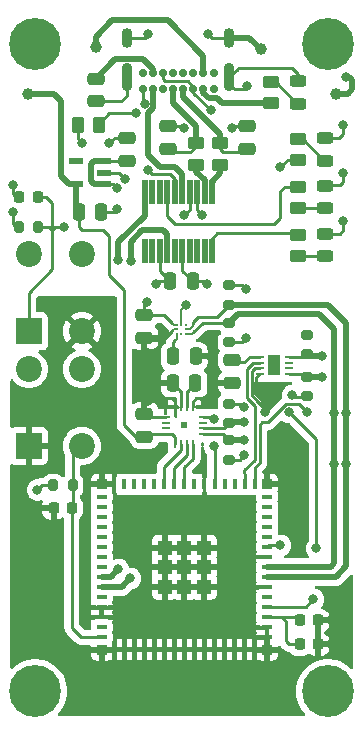
<source format=gtl>
%TF.GenerationSoftware,KiCad,Pcbnew,(6.0.2-0)*%
%TF.CreationDate,2022-06-16T14:33:15-07:00*%
%TF.ProjectId,delta,64656c74-612e-46b6-9963-61645f706362,v1*%
%TF.SameCoordinates,Original*%
%TF.FileFunction,Copper,L1,Top*%
%TF.FilePolarity,Positive*%
%FSLAX46Y46*%
G04 Gerber Fmt 4.6, Leading zero omitted, Abs format (unit mm)*
G04 Created by KiCad (PCBNEW (6.0.2-0)) date 2022-06-16 14:33:15*
%MOMM*%
%LPD*%
G01*
G04 APERTURE LIST*
G04 Aperture macros list*
%AMRoundRect*
0 Rectangle with rounded corners*
0 $1 Rounding radius*
0 $2 $3 $4 $5 $6 $7 $8 $9 X,Y pos of 4 corners*
0 Add a 4 corners polygon primitive as box body*
4,1,4,$2,$3,$4,$5,$6,$7,$8,$9,$2,$3,0*
0 Add four circle primitives for the rounded corners*
1,1,$1+$1,$2,$3*
1,1,$1+$1,$4,$5*
1,1,$1+$1,$6,$7*
1,1,$1+$1,$8,$9*
0 Add four rect primitives between the rounded corners*
20,1,$1+$1,$2,$3,$4,$5,0*
20,1,$1+$1,$4,$5,$6,$7,0*
20,1,$1+$1,$6,$7,$8,$9,0*
20,1,$1+$1,$8,$9,$2,$3,0*%
G04 Aperture macros list end*
%TA.AperFunction,SMDPad,CuDef*%
%ADD10RoundRect,0.200000X-0.200000X-0.275000X0.200000X-0.275000X0.200000X0.275000X-0.200000X0.275000X0*%
%TD*%
%TA.AperFunction,SMDPad,CuDef*%
%ADD11RoundRect,0.225000X-0.225000X-0.250000X0.225000X-0.250000X0.225000X0.250000X-0.225000X0.250000X0*%
%TD*%
%TA.AperFunction,SMDPad,CuDef*%
%ADD12RoundRect,0.225000X0.225000X0.250000X-0.225000X0.250000X-0.225000X-0.250000X0.225000X-0.250000X0*%
%TD*%
%TA.AperFunction,ComponentPad*%
%ADD13C,2.200000*%
%TD*%
%TA.AperFunction,ComponentPad*%
%ADD14R,2.200000X2.200000*%
%TD*%
%TA.AperFunction,SMDPad,CuDef*%
%ADD15RoundRect,0.200000X-0.275000X0.200000X-0.275000X-0.200000X0.275000X-0.200000X0.275000X0.200000X0*%
%TD*%
%TA.AperFunction,SMDPad,CuDef*%
%ADD16RoundRect,0.200000X0.275000X-0.200000X0.275000X0.200000X-0.275000X0.200000X-0.275000X-0.200000X0*%
%TD*%
%TA.AperFunction,SMDPad,CuDef*%
%ADD17R,0.500000X0.500000*%
%TD*%
%TA.AperFunction,SMDPad,CuDef*%
%ADD18R,0.660000X0.280000*%
%TD*%
%TA.AperFunction,SMDPad,CuDef*%
%ADD19R,0.280000X0.660000*%
%TD*%
%TA.AperFunction,SMDPad,CuDef*%
%ADD20RoundRect,0.250000X0.475000X-0.250000X0.475000X0.250000X-0.475000X0.250000X-0.475000X-0.250000X0*%
%TD*%
%TA.AperFunction,SMDPad,CuDef*%
%ADD21RoundRect,0.250000X0.262500X0.450000X-0.262500X0.450000X-0.262500X-0.450000X0.262500X-0.450000X0*%
%TD*%
%TA.AperFunction,SMDPad,CuDef*%
%ADD22RoundRect,0.250000X0.250000X0.475000X-0.250000X0.475000X-0.250000X-0.475000X0.250000X-0.475000X0*%
%TD*%
%TA.AperFunction,ComponentPad*%
%ADD23C,4.400000*%
%TD*%
%TA.AperFunction,SMDPad,CuDef*%
%ADD24RoundRect,0.243750X-0.456250X0.243750X-0.456250X-0.243750X0.456250X-0.243750X0.456250X0.243750X0*%
%TD*%
%TA.AperFunction,SMDPad,CuDef*%
%ADD25RoundRect,0.008200X0.196800X-0.976800X0.196800X0.976800X-0.196800X0.976800X-0.196800X-0.976800X0*%
%TD*%
%TA.AperFunction,SMDPad,CuDef*%
%ADD26RoundRect,0.008200X-0.196800X0.976800X-0.196800X-0.976800X0.196800X-0.976800X0.196800X0.976800X0*%
%TD*%
%TA.AperFunction,SMDPad,CuDef*%
%ADD27RoundRect,0.250000X-0.450000X0.262500X-0.450000X-0.262500X0.450000X-0.262500X0.450000X0.262500X0*%
%TD*%
%TA.AperFunction,SMDPad,CuDef*%
%ADD28C,1.000000*%
%TD*%
%TA.AperFunction,SMDPad,CuDef*%
%ADD29RoundRect,0.250000X-0.475000X0.250000X-0.475000X-0.250000X0.475000X-0.250000X0.475000X0.250000X0*%
%TD*%
%TA.AperFunction,SMDPad,CuDef*%
%ADD30RoundRect,0.243750X0.456250X-0.243750X0.456250X0.243750X-0.456250X0.243750X-0.456250X-0.243750X0*%
%TD*%
%TA.AperFunction,ComponentPad*%
%ADD31C,0.700000*%
%TD*%
%TA.AperFunction,ComponentPad*%
%ADD32O,0.900000X1.700000*%
%TD*%
%TA.AperFunction,ComponentPad*%
%ADD33O,0.900000X2.400000*%
%TD*%
%TA.AperFunction,SMDPad,CuDef*%
%ADD34RoundRect,0.250000X0.450000X-0.262500X0.450000X0.262500X-0.450000X0.262500X-0.450000X-0.262500X0*%
%TD*%
%TA.AperFunction,SMDPad,CuDef*%
%ADD35C,0.240000*%
%TD*%
%TA.AperFunction,SMDPad,CuDef*%
%ADD36RoundRect,0.250000X-0.250000X-0.475000X0.250000X-0.475000X0.250000X0.475000X-0.250000X0.475000X0*%
%TD*%
%TA.AperFunction,SMDPad,CuDef*%
%ADD37R,0.812800X0.406400*%
%TD*%
%TA.AperFunction,SMDPad,CuDef*%
%ADD38R,0.406400X0.812800*%
%TD*%
%TA.AperFunction,SMDPad,CuDef*%
%ADD39R,1.193800X1.193800*%
%TD*%
%TA.AperFunction,SMDPad,CuDef*%
%ADD40R,0.812800X0.812800*%
%TD*%
%TA.AperFunction,SMDPad,CuDef*%
%ADD41R,1.160000X0.490000*%
%TD*%
%TA.AperFunction,SMDPad,CuDef*%
%ADD42R,1.180000X0.490000*%
%TD*%
%TA.AperFunction,SMDPad,CuDef*%
%ADD43R,0.700000X0.250000*%
%TD*%
%TA.AperFunction,SMDPad,CuDef*%
%ADD44R,1.100000X1.800000*%
%TD*%
%TA.AperFunction,ViaPad*%
%ADD45C,0.800000*%
%TD*%
%TA.AperFunction,Conductor*%
%ADD46C,0.250000*%
%TD*%
%TA.AperFunction,Conductor*%
%ADD47C,0.127000*%
%TD*%
%TA.AperFunction,Conductor*%
%ADD48C,0.500000*%
%TD*%
G04 APERTURE END LIST*
D10*
X113855000Y-88138000D03*
X112205000Y-88138000D03*
X115126000Y-109982000D03*
X116776000Y-109982000D03*
D11*
X136004000Y-123444000D03*
X137554000Y-123444000D03*
D12*
X137554000Y-121412000D03*
X136004000Y-121412000D03*
D11*
X115163000Y-111887000D03*
X116713000Y-111887000D03*
D13*
X117566000Y-96924000D03*
X117566000Y-90424000D03*
X113066000Y-90424000D03*
D14*
X113066000Y-96924000D03*
X113066000Y-106628000D03*
D13*
X113066000Y-100128000D03*
X117566000Y-100128000D03*
X117566000Y-106628000D03*
D11*
X112255000Y-85598000D03*
X113805000Y-85598000D03*
D15*
X136582000Y-100775000D03*
X136582000Y-102425000D03*
D16*
X136582000Y-98869000D03*
X136582000Y-97219000D03*
D15*
X130048000Y-96203000D03*
X130048000Y-97853000D03*
D16*
X130048000Y-94678000D03*
X130048000Y-93028000D03*
D15*
X130048000Y-107822000D03*
X130048000Y-106172000D03*
D16*
X130048000Y-104711000D03*
X130048000Y-103061000D03*
D17*
X126226000Y-104902000D03*
D18*
X127786000Y-104152000D03*
X127786000Y-104652000D03*
X127786000Y-105152000D03*
X127786000Y-105652000D03*
D19*
X126976000Y-106462000D03*
X126476000Y-106462000D03*
X125976000Y-106462000D03*
X125476000Y-106462000D03*
D18*
X124666000Y-105652000D03*
X124666000Y-105152000D03*
X124666000Y-104652000D03*
X124666000Y-104152000D03*
D19*
X125476000Y-103342000D03*
X125976000Y-103342000D03*
X126476000Y-103342000D03*
X126976000Y-103342000D03*
D20*
X131572000Y-81468000D03*
X131572000Y-79568000D03*
D21*
X119022500Y-79502000D03*
X117197500Y-79502000D03*
D22*
X127176000Y-101346000D03*
X125276000Y-101346000D03*
D23*
X113600000Y-72600000D03*
D24*
X138176000Y-80596500D03*
X138176000Y-82471500D03*
D25*
X122872500Y-90100000D03*
X123507500Y-90100000D03*
X124142500Y-90100000D03*
X124777500Y-90100000D03*
X125412500Y-90100000D03*
X126047500Y-90100000D03*
X126682500Y-90100000D03*
X127317500Y-90100000D03*
X127952500Y-90100000D03*
X128587500Y-90100000D03*
D26*
X128587500Y-85160000D03*
X127952500Y-85160000D03*
X127317500Y-85160000D03*
X126682500Y-85160000D03*
X126047500Y-85160000D03*
X125412500Y-85160000D03*
X124777500Y-85160000D03*
X124142500Y-85160000D03*
X123507500Y-85160000D03*
X122872500Y-85160000D03*
D27*
X133604000Y-75795500D03*
X133604000Y-77620500D03*
D28*
X132715000Y-73025000D03*
D22*
X127188000Y-99060000D03*
X125288000Y-99060000D03*
D29*
X122809000Y-97470000D03*
X122809000Y-95570000D03*
D30*
X138176000Y-90581000D03*
X138176000Y-88706000D03*
D31*
X128705000Y-76415000D03*
X127855000Y-76415000D03*
X127005000Y-76415000D03*
X126155000Y-76415000D03*
X125305000Y-76415000D03*
X124455000Y-76415000D03*
X123605000Y-76415000D03*
X122755000Y-76415000D03*
X122755000Y-75065000D03*
X123605000Y-75065000D03*
X124455000Y-75065000D03*
X125305000Y-75065000D03*
X126155000Y-75065000D03*
X127005000Y-75065000D03*
X127855000Y-75065000D03*
X128705000Y-75065000D03*
D32*
X121405000Y-72055000D03*
X130055000Y-72055000D03*
D33*
X130055000Y-75435000D03*
X121405000Y-75435000D03*
D34*
X135890000Y-86510500D03*
X135890000Y-84685500D03*
D20*
X130302000Y-101280000D03*
X130302000Y-99380000D03*
D34*
X135890000Y-82446500D03*
X135890000Y-80621500D03*
D20*
X124841000Y-81468000D03*
X124841000Y-79568000D03*
X118745000Y-77465000D03*
X118745000Y-75565000D03*
D24*
X135890000Y-75770500D03*
X135890000Y-77645500D03*
D28*
X113030000Y-76835000D03*
D23*
X138400000Y-127400000D03*
D30*
X138176000Y-86487000D03*
X138176000Y-84612000D03*
D20*
X121412000Y-82484000D03*
X121412000Y-80584000D03*
D35*
X125584000Y-96374000D03*
X125984000Y-96374000D03*
X126384000Y-96374000D03*
X125584000Y-96774000D03*
X126384000Y-96774000D03*
X125584000Y-97174000D03*
X125984000Y-97174000D03*
X126384000Y-97174000D03*
D34*
X127225000Y-82827500D03*
X127225000Y-81002500D03*
D36*
X117293511Y-86800511D03*
X119193511Y-86800511D03*
D34*
X129286000Y-82827500D03*
X129286000Y-81002500D03*
D29*
X122858000Y-105852000D03*
X122858000Y-103952000D03*
D23*
X138400000Y-72600000D03*
X113600000Y-127400000D03*
D22*
X126934000Y-92710000D03*
X125034000Y-92710000D03*
D37*
X133237999Y-122838486D03*
X133237999Y-121988485D03*
X133237999Y-121138485D03*
X133237999Y-120288486D03*
X133237999Y-119438485D03*
X133237999Y-118588485D03*
X133237999Y-117738486D03*
X133237999Y-116888485D03*
X133237999Y-116038485D03*
X133237999Y-115188486D03*
X133237999Y-114338485D03*
X133237999Y-113488485D03*
X133237999Y-112638486D03*
X133237999Y-111788485D03*
X133237999Y-110938485D03*
D38*
X132188001Y-109888487D03*
X131338000Y-109888487D03*
X130487999Y-109888487D03*
X129638001Y-109888487D03*
X128788000Y-109888487D03*
X127937999Y-109888487D03*
X127088001Y-109888487D03*
X126238000Y-109888487D03*
X125387999Y-109888487D03*
X124538001Y-109888487D03*
X123688000Y-109888487D03*
X122837999Y-109888487D03*
X121988001Y-109888487D03*
X121138000Y-109888487D03*
X120287999Y-109888487D03*
D37*
X119238001Y-110938485D03*
X119238001Y-111788485D03*
X119238001Y-112638486D03*
X119238001Y-113488485D03*
X119238001Y-114338485D03*
X119238001Y-115188486D03*
X119238001Y-116038485D03*
X119238001Y-116888485D03*
X119238001Y-117738486D03*
X119238001Y-118588485D03*
X119238001Y-119438485D03*
X119238001Y-120288486D03*
X119238001Y-121138485D03*
X119238001Y-121988485D03*
X119238001Y-122838486D03*
D38*
X120287999Y-123888484D03*
X121138000Y-123888484D03*
X121988001Y-123888484D03*
X122837999Y-123888484D03*
X123688000Y-123888484D03*
X124538001Y-123888484D03*
X125387999Y-123888484D03*
X126238000Y-123888484D03*
X127088001Y-123888484D03*
X127937999Y-123888484D03*
X128788000Y-123888484D03*
X129638001Y-123888484D03*
X130487999Y-123888484D03*
X131338000Y-123888484D03*
X132188001Y-123888484D03*
D39*
X126238000Y-116888485D03*
D40*
X133237999Y-123888484D03*
X133237999Y-109888484D03*
X119238001Y-109888484D03*
X119238001Y-123888484D03*
D39*
X127888000Y-118538485D03*
X126238000Y-118538485D03*
X124588000Y-118538485D03*
X127888000Y-116888485D03*
X124588000Y-116888485D03*
X127888000Y-115238485D03*
X126238000Y-115238485D03*
X124588000Y-115238485D03*
D34*
X135890000Y-90574500D03*
X135890000Y-88749500D03*
D41*
X119393511Y-84448511D03*
X119393511Y-83498511D03*
X119393511Y-82548511D03*
D42*
X117093511Y-82548511D03*
X117093511Y-84448511D03*
D28*
X118745000Y-72898000D03*
D43*
X135058000Y-100572000D03*
X135058000Y-100072000D03*
X135058000Y-99572000D03*
X135058000Y-99072000D03*
X132658000Y-99072000D03*
X132658000Y-99572000D03*
X132658000Y-100072000D03*
X132658000Y-100572000D03*
D44*
X133858000Y-99822000D03*
D28*
X139065000Y-76835000D03*
D45*
X135382000Y-107188000D03*
X135382000Y-108712000D03*
X135382000Y-113284000D03*
X135382000Y-111760000D03*
X135382000Y-110236000D03*
X113792000Y-110363000D03*
X138684000Y-123444000D03*
X138684000Y-121412000D03*
X116078000Y-88138000D03*
X111760000Y-86868000D03*
X111760000Y-84582000D03*
X136652000Y-103798500D03*
X135128000Y-103798500D03*
X137160000Y-119634000D03*
X137414000Y-115316000D03*
X123190000Y-102870000D03*
X123190000Y-83312000D03*
X134366000Y-115062000D03*
X126365000Y-94742000D03*
X128524000Y-99060000D03*
X133604000Y-102870000D03*
X133096000Y-103798500D03*
X134366000Y-83058000D03*
X131445000Y-93345000D03*
X131445000Y-97536000D03*
X128651000Y-100330000D03*
X123190000Y-98806000D03*
X123063000Y-94488000D03*
X121666000Y-128016000D03*
X123190000Y-128016000D03*
X129286000Y-128016000D03*
X130810000Y-128016000D03*
X129286000Y-125984000D03*
X130810000Y-125984000D03*
X131572000Y-127000000D03*
X130048000Y-127000000D03*
X127762000Y-125984000D03*
X125476000Y-127000000D03*
X126238000Y-125984000D03*
X127000000Y-127000000D03*
X128524000Y-127000000D03*
X124714000Y-125984000D03*
X123952000Y-127000000D03*
X123190000Y-125984000D03*
X122428000Y-127000000D03*
X121666000Y-125984000D03*
X120904000Y-127000000D03*
X137922000Y-99060000D03*
X139954000Y-103886000D03*
X137922000Y-100838000D03*
X138938000Y-103886000D03*
X128778000Y-106680000D03*
X128778000Y-104394000D03*
X131318000Y-104648000D03*
X131318000Y-106172000D03*
X138938000Y-108204000D03*
X139954000Y-108204000D03*
X131318000Y-107442000D03*
X131318000Y-103378000D03*
X128524000Y-102870000D03*
X124206000Y-102616000D03*
X121200162Y-84027409D03*
X117602000Y-81026000D03*
X130302000Y-79756000D03*
X122880500Y-77724000D03*
X128270000Y-71755000D03*
X128143000Y-92964000D03*
X120529511Y-86546511D03*
X123190000Y-71755000D03*
X131572000Y-76200000D03*
X139700000Y-79502000D03*
X119888000Y-81026000D03*
X126238000Y-79756000D03*
X139954000Y-75438000D03*
X126242299Y-87117701D03*
X127762000Y-87122000D03*
X120529511Y-84768511D03*
X135382000Y-102362000D03*
X139700000Y-87630000D03*
X123825000Y-92964000D03*
X139700000Y-83566000D03*
X128524000Y-78232000D03*
X122174000Y-78486000D03*
X121666000Y-117856000D03*
X121683344Y-90975000D03*
X120650000Y-117094000D03*
X120650000Y-90932000D03*
D46*
X113066000Y-96924000D02*
X113066000Y-93690000D01*
X115062000Y-91694000D02*
X115062000Y-88392000D01*
X113066000Y-93690000D02*
X115062000Y-91694000D01*
X122880500Y-77724000D02*
X122755000Y-77598500D01*
X116713000Y-111887000D02*
X116713000Y-122047000D01*
X116713000Y-122047000D02*
X117504486Y-122838486D01*
X117504486Y-122838486D02*
X119238001Y-122838486D01*
X114046000Y-110109000D02*
X113792000Y-110363000D01*
X115126000Y-109982000D02*
X114173000Y-109982000D01*
X114173000Y-109982000D02*
X114046000Y-110109000D01*
X116776000Y-109982000D02*
X116776000Y-111824000D01*
X116776000Y-111824000D02*
X116713000Y-111887000D01*
X117566000Y-106628000D02*
X117400000Y-106628000D01*
X116776000Y-107252000D02*
X116776000Y-109982000D01*
X117400000Y-106628000D02*
X116776000Y-107252000D01*
X137554000Y-123444000D02*
X138684000Y-123444000D01*
X137554000Y-121412000D02*
X138684000Y-121412000D01*
X134874000Y-121539000D02*
X134874000Y-123190000D01*
X134473485Y-121138485D02*
X134874000Y-121539000D01*
X133237999Y-121138485D02*
X134473485Y-121138485D01*
X134473485Y-121138485D02*
X135730485Y-121138485D01*
X134874000Y-123190000D02*
X135128000Y-123444000D01*
X135128000Y-123444000D02*
X136004000Y-123444000D01*
X135730485Y-121138485D02*
X136004000Y-121412000D01*
X115570000Y-88138000D02*
X116078000Y-88138000D01*
X115062000Y-88392000D02*
X115316000Y-88138000D01*
X115316000Y-88138000D02*
X115570000Y-88138000D01*
X114808000Y-88138000D02*
X113855000Y-88138000D01*
X115062000Y-88392000D02*
X114808000Y-88138000D01*
X115062000Y-86106000D02*
X114554000Y-85598000D01*
X114554000Y-85598000D02*
X113805000Y-85598000D01*
X111760000Y-87884000D02*
X111760000Y-86868000D01*
X112014000Y-88138000D02*
X111760000Y-87884000D01*
X112205000Y-88138000D02*
X112014000Y-88138000D01*
X111760000Y-85344000D02*
X111760000Y-84582000D01*
X112014000Y-85598000D02*
X111760000Y-85344000D01*
X112255000Y-85598000D02*
X112014000Y-85598000D01*
X115062000Y-88392000D02*
X115062000Y-86106000D01*
X137414000Y-109982000D02*
X137414000Y-115316000D01*
X137414000Y-106084500D02*
X137414000Y-109982000D01*
X136652000Y-103798500D02*
X135977500Y-103124000D01*
X135977500Y-103124000D02*
X134864860Y-103124000D01*
X134366000Y-103622860D02*
X134366000Y-103632000D01*
X134864860Y-103124000D02*
X134366000Y-103622860D01*
X135128000Y-103798500D02*
X137414000Y-106084500D01*
X137160000Y-119634000D02*
X136505514Y-120288486D01*
X136505514Y-120288486D02*
X133237999Y-120288486D01*
X122858000Y-105852000D02*
X122108000Y-105852000D01*
X122108000Y-105852000D02*
X121158000Y-104902000D01*
X119888000Y-92202000D02*
X119888000Y-88900000D01*
X121158000Y-93472000D02*
X119888000Y-92202000D01*
X121158000Y-104902000D02*
X121158000Y-93472000D01*
X119888000Y-88900000D02*
X119380000Y-88392000D01*
X119380000Y-88392000D02*
X117602000Y-88392000D01*
X117602000Y-88392000D02*
X117293511Y-88083511D01*
X117293511Y-88083511D02*
X117293511Y-86800511D01*
X122858000Y-103952000D02*
X122858000Y-103202000D01*
X122858000Y-103202000D02*
X123190000Y-102870000D01*
X124666000Y-104152000D02*
X123058000Y-104152000D01*
X123058000Y-104152000D02*
X122858000Y-103952000D01*
X134366000Y-115062000D02*
X133364485Y-115062000D01*
X133364485Y-115062000D02*
X133237999Y-115188486D01*
X123444000Y-83566000D02*
X123190000Y-83312000D01*
X125034520Y-83632520D02*
X124968000Y-83632520D01*
X124968000Y-83632520D02*
X123510520Y-83632520D01*
X125412500Y-85160000D02*
X125412500Y-84010500D01*
X123510520Y-83632520D02*
X123444000Y-83566000D01*
X125412500Y-84010500D02*
X125034520Y-83632520D01*
D47*
X125984000Y-95123000D02*
X126365000Y-94742000D01*
X125984000Y-96374000D02*
X125984000Y-95123000D01*
X126384000Y-96774000D02*
X126705256Y-96774000D01*
X126705256Y-96774000D02*
X127000000Y-96479256D01*
X127000000Y-96479256D02*
X127000000Y-96327705D01*
D46*
X127188000Y-99060000D02*
X128524000Y-99060000D01*
X134366000Y-103632000D02*
X133350000Y-104648000D01*
X133350000Y-104648000D02*
X132842000Y-104648000D01*
X132842000Y-104648000D02*
X132637521Y-104852479D01*
X132637521Y-104852479D02*
X132637521Y-108028197D01*
X132637521Y-108028197D02*
X132188001Y-108477717D01*
X132188001Y-108477717D02*
X132188001Y-109888487D01*
X133096000Y-102870000D02*
X133604000Y-102870000D01*
X132658000Y-100572000D02*
X132600000Y-100572000D01*
X132600000Y-100572000D02*
X132334000Y-100838000D01*
X132334000Y-100838000D02*
X132334000Y-102108000D01*
X132334000Y-102108000D02*
X133096000Y-102870000D01*
X133096000Y-103495668D02*
X133096000Y-103798500D01*
X132402166Y-102801834D02*
X133096000Y-103495668D01*
X132193718Y-100072000D02*
X132134859Y-100130859D01*
X131951520Y-100314198D02*
X131951520Y-101346000D01*
X131951520Y-101346000D02*
X131951520Y-102351188D01*
X132134859Y-100130859D02*
X131951520Y-100314198D01*
X132658000Y-100072000D02*
X132193718Y-100072000D01*
X131951520Y-102351188D02*
X132402166Y-102801834D01*
X131338000Y-108986000D02*
X131338000Y-109888487D01*
X131318000Y-108966000D02*
X131338000Y-108986000D01*
X132188001Y-107841999D02*
X131318000Y-108712000D01*
X132188001Y-103223387D02*
X132188001Y-107841999D01*
X132058000Y-99572000D02*
X131502000Y-100128000D01*
X131502000Y-102537386D02*
X132188001Y-103223387D01*
X131318000Y-108712000D02*
X131318000Y-108966000D01*
X131502000Y-100128000D02*
X131502000Y-102537386D01*
X132658000Y-99572000D02*
X132058000Y-99572000D01*
X135890000Y-82446500D02*
X134977500Y-82446500D01*
X134977500Y-82446500D02*
X134366000Y-83058000D01*
X135058000Y-99072000D02*
X136466500Y-99072000D01*
X136466500Y-99072000D02*
X136582000Y-98956500D01*
D48*
X137922000Y-99060000D02*
X136685500Y-99060000D01*
X136685500Y-99060000D02*
X136582000Y-98956500D01*
X138938000Y-103886000D02*
X138938000Y-96774000D01*
X138938000Y-96774000D02*
X137668000Y-95504000D01*
X137668000Y-95504000D02*
X130747000Y-95504000D01*
X130747000Y-95504000D02*
X130048000Y-96203000D01*
X130048000Y-94678000D02*
X138366000Y-94678000D01*
X138366000Y-94678000D02*
X139954000Y-96266000D01*
X139954000Y-96266000D02*
X139954000Y-103886000D01*
D46*
X131128000Y-93028000D02*
X131445000Y-93345000D01*
X130048000Y-93028000D02*
X131128000Y-93028000D01*
X131128000Y-97853000D02*
X131445000Y-97536000D01*
X130048000Y-97853000D02*
X131128000Y-97853000D01*
X127000000Y-96327705D02*
X127000000Y-96139000D01*
X127000000Y-96139000D02*
X127385520Y-95753480D01*
X130048000Y-94742000D02*
X130048000Y-94678000D01*
X127385520Y-95753480D02*
X129036520Y-95753480D01*
X129036520Y-95753480D02*
X130048000Y-94742000D01*
X127000000Y-97028000D02*
X127825000Y-96203000D01*
X127825000Y-96203000D02*
X130048000Y-96203000D01*
D47*
X126854000Y-97174000D02*
X127000000Y-97028000D01*
X126384000Y-97174000D02*
X126854000Y-97174000D01*
D46*
X128651000Y-100838000D02*
X128651000Y-100330000D01*
X128905000Y-101092000D02*
X128651000Y-100838000D01*
X130302000Y-101280000D02*
X129093000Y-101280000D01*
X129093000Y-101280000D02*
X128905000Y-101092000D01*
X122809000Y-98425000D02*
X123190000Y-98806000D01*
X122809000Y-97470000D02*
X122809000Y-98425000D01*
X122809000Y-94742000D02*
X123063000Y-94488000D01*
X122809000Y-95570000D02*
X122809000Y-94742000D01*
X125222000Y-96901000D02*
X124460000Y-97663000D01*
X124460000Y-97663000D02*
X123002000Y-97663000D01*
X123002000Y-97663000D02*
X122809000Y-97470000D01*
X125222000Y-96266000D02*
X124526000Y-95570000D01*
X124526000Y-95570000D02*
X122809000Y-95570000D01*
D47*
X125330000Y-96374000D02*
X125222000Y-96266000D01*
X125584000Y-96374000D02*
X125330000Y-96374000D01*
X125349000Y-96774000D02*
X125222000Y-96901000D01*
X125584000Y-96774000D02*
X125349000Y-96774000D01*
D46*
X125476000Y-97663000D02*
X125288000Y-97851000D01*
X125288000Y-97851000D02*
X125288000Y-99060000D01*
D47*
X125584000Y-97555000D02*
X125476000Y-97663000D01*
X125584000Y-97174000D02*
X125584000Y-97555000D01*
D48*
X139954000Y-108204000D02*
X139954000Y-103886000D01*
X137922000Y-100838000D02*
X136732500Y-100838000D01*
X136732500Y-100838000D02*
X136582000Y-100687500D01*
X138938000Y-108204000D02*
X138938000Y-103886000D01*
D46*
X127786000Y-104152000D02*
X128536000Y-104152000D01*
X128536000Y-104152000D02*
X128778000Y-104394000D01*
X128778000Y-106680000D02*
X128788000Y-106690000D01*
X128788000Y-106690000D02*
X128788000Y-109888487D01*
X127786000Y-105652000D02*
X129528000Y-105652000D01*
X129528000Y-105652000D02*
X130048000Y-106172000D01*
X127786000Y-105152000D02*
X129607000Y-105152000D01*
X129607000Y-105152000D02*
X130048000Y-104711000D01*
D48*
X131318000Y-104648000D02*
X130111000Y-104648000D01*
X130111000Y-104648000D02*
X130048000Y-104711000D01*
X131318000Y-106172000D02*
X130048000Y-106172000D01*
X138938000Y-116586000D02*
X138938000Y-108204000D01*
X133237999Y-116888485D02*
X138635515Y-116888485D01*
X138635515Y-116888485D02*
X138938000Y-116586000D01*
X133237999Y-117738486D02*
X139055514Y-117738486D01*
X139055514Y-117738486D02*
X139954000Y-116840000D01*
X139954000Y-116840000D02*
X139954000Y-108204000D01*
D46*
X130938000Y-107822000D02*
X131318000Y-107442000D01*
X130048000Y-107822000D02*
X130938000Y-107822000D01*
X131001000Y-103061000D02*
X131318000Y-103378000D01*
X130048000Y-103061000D02*
X131001000Y-103061000D01*
X126476000Y-106462000D02*
X126476000Y-107394141D01*
X126476000Y-107394141D02*
X125387999Y-108482142D01*
X125387999Y-108482142D02*
X125387999Y-109888487D01*
X126976000Y-106462000D02*
X126976000Y-107720000D01*
X126976000Y-107720000D02*
X126238000Y-108458000D01*
X126238000Y-108458000D02*
X126238000Y-109888487D01*
X125976000Y-106462000D02*
X125976000Y-106942000D01*
X125976000Y-106942000D02*
X124538001Y-108379999D01*
X124538001Y-108379999D02*
X124538001Y-109888487D01*
X128270000Y-102616000D02*
X128524000Y-102870000D01*
X126976000Y-103342000D02*
X126976000Y-102894000D01*
X127254000Y-102616000D02*
X128270000Y-102616000D01*
X126976000Y-102894000D02*
X127254000Y-102616000D01*
X125222000Y-102616000D02*
X124206000Y-102616000D01*
X125476000Y-103342000D02*
X125476000Y-102870000D01*
X125476000Y-102870000D02*
X125222000Y-102616000D01*
X125976000Y-103342000D02*
X125976000Y-102046000D01*
X125976000Y-102046000D02*
X125276000Y-101346000D01*
X126476000Y-103342000D02*
X126476000Y-102046000D01*
X126476000Y-102046000D02*
X127176000Y-101346000D01*
X124666000Y-105652000D02*
X123058000Y-105652000D01*
X123058000Y-105652000D02*
X122858000Y-105852000D01*
X125476000Y-106462000D02*
X125464000Y-106450000D01*
X125464000Y-106450000D02*
X125464000Y-105918000D01*
X125464000Y-105918000D02*
X125198000Y-105652000D01*
X125198000Y-105652000D02*
X124666000Y-105652000D01*
D48*
X130055000Y-72055000D02*
X131745000Y-72055000D01*
D46*
X126934000Y-92710000D02*
X127889000Y-92710000D01*
X120909000Y-77465000D02*
X121405000Y-76969000D01*
X126050000Y-79568000D02*
X126238000Y-79756000D01*
X119393511Y-83498511D02*
X120671264Y-83498511D01*
X138176000Y-80596500D02*
X139367500Y-80596500D01*
X130055000Y-75435000D02*
X130810000Y-74680000D01*
X139446000Y-80518000D02*
X139700000Y-80264000D01*
X120142000Y-80772000D02*
X119888000Y-81026000D01*
X126047500Y-91823500D02*
X126934000Y-92710000D01*
X130055000Y-75953000D02*
X130556000Y-76454000D01*
X130490000Y-79568000D02*
X130302000Y-79756000D01*
X121405000Y-72055000D02*
X122890000Y-72055000D01*
X118745000Y-77465000D02*
X120909000Y-77465000D01*
X131572000Y-79568000D02*
X130490000Y-79568000D01*
X126047500Y-90100000D02*
X126047500Y-91823500D01*
D48*
X131745000Y-72055000D02*
X132715000Y-73025000D01*
D46*
X117197500Y-80621500D02*
X117602000Y-81026000D01*
X127889000Y-92710000D02*
X128143000Y-92964000D01*
X135382000Y-74676000D02*
X135890000Y-75184000D01*
X117197500Y-79502000D02*
X117197500Y-80621500D01*
X130055000Y-75435000D02*
X130055000Y-74429000D01*
X131318000Y-76454000D02*
X131572000Y-76200000D01*
X130055000Y-75435000D02*
X130055000Y-75953000D01*
X130810000Y-74680000D02*
X130810000Y-74676000D01*
X122755000Y-76415000D02*
X122755000Y-77598500D01*
X120671264Y-83498511D02*
X121200162Y-84027409D01*
X130556000Y-76454000D02*
X131318000Y-76454000D01*
X135890000Y-75184000D02*
X135890000Y-75770500D01*
X139700000Y-80264000D02*
X139700000Y-79502000D01*
X139367500Y-80596500D02*
X139446000Y-80518000D01*
X128570000Y-72055000D02*
X128270000Y-71755000D01*
X130810000Y-74676000D02*
X135382000Y-74676000D01*
X121412000Y-80584000D02*
X120330000Y-80584000D01*
X121405000Y-76969000D02*
X121405000Y-75435000D01*
X124841000Y-79568000D02*
X126050000Y-79568000D01*
X119193511Y-86800511D02*
X120275511Y-86800511D01*
X120330000Y-80584000D02*
X120142000Y-80772000D01*
X130055000Y-72055000D02*
X128570000Y-72055000D01*
X122890000Y-72055000D02*
X123190000Y-71755000D01*
X120275511Y-86800511D02*
X120529511Y-86546511D01*
D48*
X118745000Y-75565000D02*
X120399520Y-73910480D01*
X127855000Y-73626000D02*
X127855000Y-75065000D01*
X129436500Y-77620500D02*
X129030511Y-77214511D01*
X118745000Y-72009000D02*
X120142000Y-70612000D01*
X126047500Y-83629500D02*
X125476000Y-83058000D01*
X124206000Y-83058000D02*
X123190000Y-82042000D01*
X123190000Y-82042000D02*
X123190000Y-78439114D01*
X129030511Y-77214511D02*
X128319005Y-77214511D01*
X133604000Y-77620500D02*
X129436500Y-77620500D01*
X124841000Y-70612000D02*
X127855000Y-73626000D01*
X125476000Y-83058000D02*
X124206000Y-83058000D01*
X120399520Y-73910480D02*
X122760969Y-73910480D01*
X123190000Y-78439114D02*
X123605000Y-78024114D01*
X118745000Y-72898000D02*
X118745000Y-72009000D01*
X123605000Y-74754511D02*
X123605000Y-75065000D01*
X127855000Y-76750506D02*
X127855000Y-76415000D01*
X122760969Y-73910480D02*
X123605000Y-74754511D01*
X123605000Y-78024114D02*
X123605000Y-76415000D01*
X126047500Y-85160000D02*
X126047500Y-83629500D01*
X120142000Y-70612000D02*
X124841000Y-70612000D01*
X128319005Y-77214511D02*
X127855000Y-76750506D01*
D46*
X124142500Y-90100000D02*
X124142500Y-91818500D01*
X139700000Y-88392000D02*
X139700000Y-87630000D01*
D48*
X140462000Y-76454000D02*
X140462000Y-75692000D01*
D46*
X138176000Y-88706000D02*
X139386000Y-88706000D01*
X119393511Y-82548511D02*
X121347489Y-82548511D01*
X125034000Y-92710000D02*
X124079000Y-92710000D01*
X124079000Y-92710000D02*
X123825000Y-92964000D01*
D48*
X118619489Y-82548511D02*
X118364000Y-82804000D01*
X139065000Y-76835000D02*
X140081000Y-76835000D01*
D46*
X119393511Y-84448511D02*
X120209511Y-84448511D01*
D48*
X140208000Y-75438000D02*
X139954000Y-75438000D01*
D46*
X138176000Y-84612000D02*
X138206000Y-84582000D01*
D48*
X140081000Y-76835000D02*
X140462000Y-76454000D01*
X140462000Y-75692000D02*
X140208000Y-75438000D01*
D46*
X135532500Y-102512500D02*
X135382000Y-102362000D01*
X127317500Y-86677500D02*
X127762000Y-87122000D01*
X127317500Y-85160000D02*
X127317500Y-86677500D01*
X136582000Y-102512500D02*
X135532500Y-102512500D01*
X131814000Y-99072000D02*
X131318000Y-99568000D01*
X132658000Y-99072000D02*
X131814000Y-99072000D01*
X121347489Y-82548511D02*
X121412000Y-82484000D01*
X126682500Y-86677500D02*
X126242299Y-87117701D01*
X131318000Y-99568000D02*
X130490000Y-99568000D01*
X126682500Y-85160000D02*
X126682500Y-86677500D01*
X139386000Y-88706000D02*
X139700000Y-88392000D01*
X139700000Y-84328000D02*
X139700000Y-83820000D01*
D48*
X118364000Y-82804000D02*
X118364000Y-84193022D01*
D46*
X139700000Y-83820000D02*
X139700000Y-83566000D01*
X138206000Y-84582000D02*
X139446000Y-84582000D01*
X139446000Y-84582000D02*
X139700000Y-84328000D01*
X120209511Y-84448511D02*
X120529511Y-84768511D01*
X124142500Y-91818500D02*
X125034000Y-92710000D01*
D48*
X119393511Y-82548511D02*
X118619489Y-82548511D01*
X118619489Y-84448511D02*
X119393511Y-84448511D01*
X118364000Y-84193022D02*
X118619489Y-84448511D01*
X127225000Y-81002500D02*
X127225000Y-79506506D01*
D46*
X124841000Y-81661000D02*
X124968000Y-81788000D01*
X126746000Y-81788000D02*
X127225000Y-81309000D01*
D48*
X125305000Y-77586506D02*
X125305000Y-76415000D01*
X127225000Y-79506506D02*
X125305000Y-77586506D01*
D46*
X124968000Y-81788000D02*
X126746000Y-81788000D01*
X127225000Y-81309000D02*
X127225000Y-81002500D01*
X124841000Y-81468000D02*
X124841000Y-81661000D01*
D48*
X129286000Y-80264000D02*
X126155000Y-77133000D01*
D46*
X129286000Y-81534000D02*
X129540000Y-81788000D01*
X129286000Y-81002500D02*
X129286000Y-81534000D01*
D48*
X126155000Y-77133000D02*
X126155000Y-76415000D01*
D46*
X131252000Y-81788000D02*
X131572000Y-81468000D01*
D48*
X129286000Y-81002500D02*
X129286000Y-80264000D01*
D46*
X129540000Y-81788000D02*
X131252000Y-81788000D01*
D48*
X116452511Y-84448511D02*
X115824000Y-83820000D01*
X115189000Y-76835000D02*
X113030000Y-76835000D01*
X117093511Y-86600511D02*
X117293511Y-86800511D01*
X117093511Y-84448511D02*
X117093511Y-86600511D01*
X115824000Y-77470000D02*
X115189000Y-76835000D01*
X117093511Y-84448511D02*
X116452511Y-84448511D01*
X115824000Y-83820000D02*
X115824000Y-77470000D01*
D46*
X136247500Y-80621500D02*
X138097500Y-82471500D01*
X138097500Y-82471500D02*
X138176000Y-82471500D01*
X135890000Y-80621500D02*
X136247500Y-80621500D01*
X134366000Y-87376000D02*
X133858000Y-87884000D01*
X134770500Y-84685500D02*
X134366000Y-85090000D01*
X134366000Y-85090000D02*
X134366000Y-87376000D01*
X125476000Y-87884000D02*
X124777500Y-87185500D01*
X135890000Y-84685500D02*
X134770500Y-84685500D01*
X124777500Y-87185500D02*
X124777500Y-85160000D01*
X133858000Y-87884000D02*
X125476000Y-87884000D01*
X135811500Y-77645500D02*
X135890000Y-77645500D01*
X133604000Y-75795500D02*
X133961500Y-75795500D01*
X133961500Y-75795500D02*
X135811500Y-77645500D01*
X135786500Y-88646000D02*
X135890000Y-88749500D01*
X128587500Y-90100000D02*
X128587500Y-89090500D01*
X128587500Y-89090500D02*
X129032000Y-88646000D01*
X129032000Y-88646000D02*
X135786500Y-88646000D01*
X138152500Y-86510500D02*
X138176000Y-86487000D01*
X135890000Y-86510500D02*
X138152500Y-86510500D01*
X135890000Y-90574500D02*
X138169500Y-90574500D01*
X138169500Y-90574500D02*
X138176000Y-90581000D01*
X124635515Y-75740489D02*
X126540489Y-75740489D01*
X119888000Y-78486000D02*
X122174000Y-78486000D01*
X126540489Y-75740489D02*
X127005000Y-76205000D01*
X127005000Y-76415000D02*
X127005000Y-76713000D01*
X127005000Y-76713000D02*
X128524000Y-78232000D01*
X124455000Y-75065000D02*
X124455000Y-75559974D01*
X119022500Y-79351500D02*
X119888000Y-78486000D01*
X124455000Y-75559974D02*
X124635515Y-75740489D01*
X127005000Y-76205000D02*
X127005000Y-76415000D01*
X119022500Y-79502000D02*
X119022500Y-79351500D01*
D48*
X128587500Y-84264500D02*
X129286000Y-83566000D01*
X129286000Y-83566000D02*
X129286000Y-82827500D01*
X128587500Y-85160000D02*
X128587500Y-84264500D01*
X127225000Y-83423363D02*
X127225000Y-82827500D01*
X127952500Y-85160000D02*
X127952500Y-84150863D01*
X127952500Y-84150863D02*
X127225000Y-83423363D01*
X122682000Y-88392000D02*
X121683344Y-89390656D01*
X120933515Y-118588485D02*
X119238001Y-118588485D01*
X124460000Y-88392000D02*
X122682000Y-88392000D01*
X121666000Y-117856000D02*
X120933515Y-118588485D01*
X124777500Y-88709500D02*
X124460000Y-88392000D01*
X121683344Y-89390656D02*
X121683344Y-90975000D01*
X124777500Y-90100000D02*
X124777500Y-88709500D01*
X120650000Y-117094000D02*
X120005514Y-117738486D01*
X122872500Y-85160000D02*
X122872500Y-87185500D01*
X120650000Y-89408000D02*
X120650000Y-90932000D01*
X122872500Y-87185500D02*
X120650000Y-89408000D01*
X120005514Y-117738486D02*
X119238001Y-117738486D01*
D46*
X135058000Y-100572000D02*
X136466500Y-100572000D01*
X136466500Y-100572000D02*
X136582000Y-100687500D01*
%TA.AperFunction,Conductor*%
G36*
X120466621Y-94000002D02*
G01*
X120513114Y-94053658D01*
X120524500Y-94106000D01*
X120524500Y-104823233D01*
X120523973Y-104834416D01*
X120522298Y-104841909D01*
X120522547Y-104849835D01*
X120522547Y-104849836D01*
X120524438Y-104909986D01*
X120524500Y-104913945D01*
X120524500Y-104941856D01*
X120524997Y-104945790D01*
X120524997Y-104945791D01*
X120525005Y-104945856D01*
X120525938Y-104957693D01*
X120527327Y-105001889D01*
X120532978Y-105021339D01*
X120536987Y-105040700D01*
X120539526Y-105060797D01*
X120542445Y-105068168D01*
X120542445Y-105068170D01*
X120555804Y-105101912D01*
X120559649Y-105113142D01*
X120569771Y-105147983D01*
X120571982Y-105155593D01*
X120576015Y-105162412D01*
X120576017Y-105162417D01*
X120582293Y-105173028D01*
X120590988Y-105190776D01*
X120598448Y-105209617D01*
X120603110Y-105216033D01*
X120603110Y-105216034D01*
X120624436Y-105245387D01*
X120630952Y-105255307D01*
X120646443Y-105281500D01*
X120653458Y-105293362D01*
X120667779Y-105307683D01*
X120680619Y-105322716D01*
X120692528Y-105339107D01*
X120698633Y-105344158D01*
X120698638Y-105344163D01*
X120726604Y-105367299D01*
X120735382Y-105375287D01*
X121604348Y-106244253D01*
X121611886Y-106252536D01*
X121616000Y-106259018D01*
X121621781Y-106264447D01*
X121626832Y-106270552D01*
X121626030Y-106271216D01*
X121654845Y-106316225D01*
X121691450Y-106425946D01*
X121784522Y-106576348D01*
X121909697Y-106701305D01*
X121915927Y-106705145D01*
X121915928Y-106705146D01*
X122053090Y-106789694D01*
X122060262Y-106794115D01*
X122140005Y-106820564D01*
X122221611Y-106847632D01*
X122221613Y-106847632D01*
X122228139Y-106849797D01*
X122234975Y-106850497D01*
X122234978Y-106850498D01*
X122278031Y-106854909D01*
X122332600Y-106860500D01*
X123383400Y-106860500D01*
X123386646Y-106860163D01*
X123386650Y-106860163D01*
X123482308Y-106850238D01*
X123482312Y-106850237D01*
X123489166Y-106849526D01*
X123495702Y-106847345D01*
X123495704Y-106847345D01*
X123635164Y-106800817D01*
X123656946Y-106793550D01*
X123807348Y-106700478D01*
X123932305Y-106575303D01*
X123980797Y-106496635D01*
X124021275Y-106430968D01*
X124021276Y-106430966D01*
X124025115Y-106424738D01*
X124042663Y-106371832D01*
X124083094Y-106313473D01*
X124148658Y-106286236D01*
X124162256Y-106285500D01*
X124180848Y-106285500D01*
X124210202Y-106290818D01*
X124210600Y-106289144D01*
X124218285Y-106290971D01*
X124225684Y-106293745D01*
X124287866Y-106300500D01*
X124701500Y-106300500D01*
X124769621Y-106320502D01*
X124816114Y-106374158D01*
X124827500Y-106426500D01*
X124827500Y-106840134D01*
X124834255Y-106902316D01*
X124837029Y-106909715D01*
X124883631Y-107034026D01*
X124888814Y-107104834D01*
X124854744Y-107167351D01*
X124145748Y-107876347D01*
X124137462Y-107883887D01*
X124130983Y-107887999D01*
X124125558Y-107893776D01*
X124084358Y-107937650D01*
X124081603Y-107940492D01*
X124061866Y-107960229D01*
X124059386Y-107963426D01*
X124051683Y-107972446D01*
X124021415Y-108004678D01*
X124017596Y-108011624D01*
X124017594Y-108011627D01*
X124011653Y-108022433D01*
X124000802Y-108038952D01*
X123988387Y-108054958D01*
X123985242Y-108062227D01*
X123985239Y-108062231D01*
X123970827Y-108095536D01*
X123965610Y-108106186D01*
X123944306Y-108144939D01*
X123942335Y-108152614D01*
X123942335Y-108152615D01*
X123939268Y-108164561D01*
X123932864Y-108183265D01*
X123924820Y-108201854D01*
X123923581Y-108209677D01*
X123923578Y-108209687D01*
X123917902Y-108245523D01*
X123915496Y-108257143D01*
X123906473Y-108292288D01*
X123904501Y-108299969D01*
X123904501Y-108320223D01*
X123902950Y-108339933D01*
X123899781Y-108359942D01*
X123900527Y-108367834D01*
X123903942Y-108403960D01*
X123904501Y-108415818D01*
X123904501Y-108847587D01*
X123884499Y-108915708D01*
X123830843Y-108962201D01*
X123778501Y-108973587D01*
X123436666Y-108973587D01*
X123374484Y-108980342D01*
X123307229Y-109005555D01*
X123236423Y-109010738D01*
X123218770Y-109005555D01*
X123151515Y-108980342D01*
X123089333Y-108973587D01*
X122586665Y-108973587D01*
X122583268Y-108973956D01*
X122532333Y-108979489D01*
X122532331Y-108979489D01*
X122524483Y-108980342D01*
X122517090Y-108983114D01*
X122517088Y-108983114D01*
X122457229Y-109005554D01*
X122386422Y-109010737D01*
X122368771Y-109005554D01*
X122308912Y-108983114D01*
X122308910Y-108983114D01*
X122301517Y-108980342D01*
X122293669Y-108979489D01*
X122293667Y-108979489D01*
X122242732Y-108973956D01*
X122239335Y-108973587D01*
X121736667Y-108973587D01*
X121674485Y-108980342D01*
X121607230Y-109005555D01*
X121536424Y-109010738D01*
X121518771Y-109005555D01*
X121451516Y-108980342D01*
X121389334Y-108973587D01*
X120886666Y-108973587D01*
X120824484Y-108980342D01*
X120756516Y-109005822D01*
X120685710Y-109011005D01*
X120668057Y-109005822D01*
X120608804Y-108983609D01*
X120593550Y-108979982D01*
X120542685Y-108974456D01*
X120535871Y-108974087D01*
X120509314Y-108974087D01*
X120494075Y-108978562D01*
X120492870Y-108979952D01*
X120491199Y-108987635D01*
X120491199Y-109193830D01*
X120483181Y-109238059D01*
X120435829Y-109364369D01*
X120435827Y-109364375D01*
X120433055Y-109371771D01*
X120426300Y-109433953D01*
X120426300Y-110343021D01*
X120433055Y-110405203D01*
X120435827Y-110412599D01*
X120435829Y-110412605D01*
X120483181Y-110538915D01*
X120491199Y-110583144D01*
X120491199Y-110784771D01*
X120495674Y-110800010D01*
X120497064Y-110801215D01*
X120504747Y-110802886D01*
X120535868Y-110802886D01*
X120542689Y-110802516D01*
X120593551Y-110796992D01*
X120608802Y-110793366D01*
X120668057Y-110771152D01*
X120738864Y-110765969D01*
X120756513Y-110771151D01*
X120824484Y-110796632D01*
X120886666Y-110803387D01*
X121389334Y-110803387D01*
X121451516Y-110796632D01*
X121518771Y-110771419D01*
X121589578Y-110766236D01*
X121607227Y-110771418D01*
X121674485Y-110796632D01*
X121736667Y-110803387D01*
X122239335Y-110803387D01*
X122243947Y-110802886D01*
X122293667Y-110797485D01*
X122293669Y-110797485D01*
X122301517Y-110796632D01*
X122308910Y-110793860D01*
X122308912Y-110793860D01*
X122368771Y-110771420D01*
X122439578Y-110766237D01*
X122457229Y-110771420D01*
X122517088Y-110793860D01*
X122517090Y-110793860D01*
X122524483Y-110796632D01*
X122532331Y-110797485D01*
X122532333Y-110797485D01*
X122582053Y-110802886D01*
X122586665Y-110803387D01*
X123089333Y-110803387D01*
X123151515Y-110796632D01*
X123218770Y-110771419D01*
X123289577Y-110766236D01*
X123307226Y-110771418D01*
X123374484Y-110796632D01*
X123436666Y-110803387D01*
X123939334Y-110803387D01*
X124001516Y-110796632D01*
X124068771Y-110771419D01*
X124139578Y-110766236D01*
X124157227Y-110771418D01*
X124224485Y-110796632D01*
X124286667Y-110803387D01*
X124789335Y-110803387D01*
X124793947Y-110802886D01*
X124843667Y-110797485D01*
X124843669Y-110797485D01*
X124851517Y-110796632D01*
X124858910Y-110793860D01*
X124858912Y-110793860D01*
X124918771Y-110771420D01*
X124989578Y-110766237D01*
X125007229Y-110771420D01*
X125067088Y-110793860D01*
X125067090Y-110793860D01*
X125074483Y-110796632D01*
X125082331Y-110797485D01*
X125082333Y-110797485D01*
X125132053Y-110802886D01*
X125136665Y-110803387D01*
X125639333Y-110803387D01*
X125701515Y-110796632D01*
X125768770Y-110771419D01*
X125839577Y-110766236D01*
X125857226Y-110771418D01*
X125924484Y-110796632D01*
X125986666Y-110803387D01*
X126489334Y-110803387D01*
X126551516Y-110796632D01*
X126618771Y-110771419D01*
X126689578Y-110766236D01*
X126707227Y-110771418D01*
X126774485Y-110796632D01*
X126836667Y-110803387D01*
X127339335Y-110803387D01*
X127343947Y-110802886D01*
X127393667Y-110797485D01*
X127393669Y-110797485D01*
X127401517Y-110796632D01*
X127408910Y-110793860D01*
X127408912Y-110793860D01*
X127469483Y-110771153D01*
X127540290Y-110765970D01*
X127557941Y-110771153D01*
X127617197Y-110793367D01*
X127632442Y-110796992D01*
X127683313Y-110802518D01*
X127690127Y-110802887D01*
X127716684Y-110802887D01*
X127731923Y-110798412D01*
X127733128Y-110797022D01*
X127734799Y-110789339D01*
X127734799Y-110583152D01*
X127742817Y-110538923D01*
X127790172Y-110412605D01*
X127790174Y-110412599D01*
X127792946Y-110405203D01*
X127799701Y-110343021D01*
X127799701Y-109433953D01*
X127792946Y-109371771D01*
X127790174Y-109364375D01*
X127790172Y-109364369D01*
X127742817Y-109238051D01*
X127734799Y-109193822D01*
X127734799Y-108992203D01*
X127730324Y-108976964D01*
X127728934Y-108975759D01*
X127721251Y-108974088D01*
X127690130Y-108974088D01*
X127683309Y-108974458D01*
X127632449Y-108979982D01*
X127617192Y-108983609D01*
X127557941Y-109005821D01*
X127487134Y-109011004D01*
X127469483Y-109005821D01*
X127408912Y-108983114D01*
X127408910Y-108983114D01*
X127401517Y-108980342D01*
X127393669Y-108979489D01*
X127393667Y-108979489D01*
X127342732Y-108973956D01*
X127339335Y-108973587D01*
X126997500Y-108973587D01*
X126929379Y-108953585D01*
X126882886Y-108899929D01*
X126871500Y-108847587D01*
X126871500Y-108772594D01*
X126891502Y-108704473D01*
X126908405Y-108683499D01*
X127368247Y-108223657D01*
X127376537Y-108216113D01*
X127383018Y-108212000D01*
X127429659Y-108162332D01*
X127432413Y-108159491D01*
X127452135Y-108139769D01*
X127454612Y-108136576D01*
X127462317Y-108127555D01*
X127487159Y-108101100D01*
X127492586Y-108095321D01*
X127496407Y-108088371D01*
X127502346Y-108077568D01*
X127513202Y-108061041D01*
X127520757Y-108051302D01*
X127520758Y-108051300D01*
X127525614Y-108045040D01*
X127543174Y-108004460D01*
X127548391Y-107993812D01*
X127565875Y-107962009D01*
X127565876Y-107962007D01*
X127569695Y-107955060D01*
X127573436Y-107940492D01*
X127574733Y-107935438D01*
X127581137Y-107916734D01*
X127586033Y-107905420D01*
X127586033Y-107905419D01*
X127589181Y-107898145D01*
X127590420Y-107890322D01*
X127590423Y-107890312D01*
X127596099Y-107854476D01*
X127598505Y-107842856D01*
X127607528Y-107807711D01*
X127607528Y-107807710D01*
X127609500Y-107800030D01*
X127609500Y-107779776D01*
X127611051Y-107760065D01*
X127612980Y-107747886D01*
X127614220Y-107740057D01*
X127610059Y-107696038D01*
X127609500Y-107684181D01*
X127609500Y-106947152D01*
X127614818Y-106917798D01*
X127613144Y-106917400D01*
X127614971Y-106909715D01*
X127617745Y-106902316D01*
X127624500Y-106840134D01*
X127624500Y-106800817D01*
X127644502Y-106732696D01*
X127698158Y-106686203D01*
X127736405Y-106680704D01*
X127719630Y-106681343D01*
X127658486Y-106645261D01*
X127626556Y-106581850D01*
X127624500Y-106559183D01*
X127624500Y-106426500D01*
X127644502Y-106358379D01*
X127698158Y-106311886D01*
X127750500Y-106300500D01*
X127772630Y-106300500D01*
X127840751Y-106320502D01*
X127887244Y-106374158D01*
X127897348Y-106444432D01*
X127892464Y-106465431D01*
X127884458Y-106490072D01*
X127883768Y-106496633D01*
X127883768Y-106496635D01*
X127875810Y-106572353D01*
X127848797Y-106638010D01*
X127790575Y-106678640D01*
X127775272Y-106679223D01*
X127833012Y-106705593D01*
X127871396Y-106765319D01*
X127875810Y-106787647D01*
X127883433Y-106860172D01*
X127884458Y-106869928D01*
X127943473Y-107051556D01*
X127946776Y-107057278D01*
X127946777Y-107057279D01*
X127989435Y-107131164D01*
X128038960Y-107216944D01*
X128043378Y-107221851D01*
X128043379Y-107221852D01*
X128122136Y-107309320D01*
X128152853Y-107373328D01*
X128154500Y-107393631D01*
X128154500Y-108919535D01*
X128146210Y-108947768D01*
X128149706Y-108948528D01*
X128141199Y-108987635D01*
X128141199Y-109193830D01*
X128133181Y-109238059D01*
X128085829Y-109364369D01*
X128085827Y-109364375D01*
X128083055Y-109371771D01*
X128076300Y-109433953D01*
X128076300Y-110343021D01*
X128083055Y-110405203D01*
X128085827Y-110412599D01*
X128085829Y-110412605D01*
X128133181Y-110538915D01*
X128141199Y-110583144D01*
X128141199Y-110784771D01*
X128145674Y-110800010D01*
X128147064Y-110801215D01*
X128154747Y-110802886D01*
X128185868Y-110802886D01*
X128192689Y-110802516D01*
X128243551Y-110796992D01*
X128258802Y-110793366D01*
X128318057Y-110771152D01*
X128388864Y-110765969D01*
X128406513Y-110771151D01*
X128474484Y-110796632D01*
X128536666Y-110803387D01*
X129039334Y-110803387D01*
X129101516Y-110796632D01*
X129168771Y-110771419D01*
X129239578Y-110766236D01*
X129257227Y-110771418D01*
X129324485Y-110796632D01*
X129386667Y-110803387D01*
X129889335Y-110803387D01*
X129893947Y-110802886D01*
X129943667Y-110797485D01*
X129943669Y-110797485D01*
X129951517Y-110796632D01*
X129958910Y-110793860D01*
X129958912Y-110793860D01*
X130018771Y-110771420D01*
X130089578Y-110766237D01*
X130107229Y-110771420D01*
X130167088Y-110793860D01*
X130167090Y-110793860D01*
X130174483Y-110796632D01*
X130182331Y-110797485D01*
X130182333Y-110797485D01*
X130232053Y-110802886D01*
X130236665Y-110803387D01*
X130739333Y-110803387D01*
X130801515Y-110796632D01*
X130868770Y-110771419D01*
X130939577Y-110766236D01*
X130957226Y-110771418D01*
X131024484Y-110796632D01*
X131086666Y-110803387D01*
X131589334Y-110803387D01*
X131651516Y-110796632D01*
X131718771Y-110771419D01*
X131789578Y-110766236D01*
X131807227Y-110771418D01*
X131874485Y-110796632D01*
X131936667Y-110803387D01*
X132197099Y-110803387D01*
X132265220Y-110823389D01*
X132311713Y-110877045D01*
X132323099Y-110929387D01*
X132323099Y-111189819D01*
X132329854Y-111252001D01*
X132355067Y-111319255D01*
X132360250Y-111390062D01*
X132355068Y-111407711D01*
X132329854Y-111474969D01*
X132323099Y-111537151D01*
X132323099Y-112039819D01*
X132329854Y-112102001D01*
X132355067Y-112169255D01*
X132360250Y-112240062D01*
X132355068Y-112257713D01*
X132329854Y-112324970D01*
X132323099Y-112387152D01*
X132323099Y-112889820D01*
X132329854Y-112952002D01*
X132332626Y-112959397D01*
X132332627Y-112959400D01*
X132355066Y-113019258D01*
X132360249Y-113090065D01*
X132355066Y-113107715D01*
X132329854Y-113174969D01*
X132323099Y-113237151D01*
X132323099Y-113739819D01*
X132329854Y-113802001D01*
X132355067Y-113869255D01*
X132360250Y-113940062D01*
X132355068Y-113957711D01*
X132329854Y-114024969D01*
X132323099Y-114087151D01*
X132323099Y-114589819D01*
X132329854Y-114652001D01*
X132344266Y-114690444D01*
X132355067Y-114719255D01*
X132360250Y-114790062D01*
X132355068Y-114807713D01*
X132329854Y-114874970D01*
X132323099Y-114937152D01*
X132323099Y-115439820D01*
X132329854Y-115502002D01*
X132332626Y-115509397D01*
X132332627Y-115509400D01*
X132355333Y-115569970D01*
X132360516Y-115640777D01*
X132355333Y-115658427D01*
X132333119Y-115717683D01*
X132329494Y-115732928D01*
X132323968Y-115783799D01*
X132323599Y-115790613D01*
X132323599Y-115817170D01*
X132328074Y-115832409D01*
X132329464Y-115833614D01*
X132337147Y-115835285D01*
X132543337Y-115835285D01*
X132587567Y-115843303D01*
X132721283Y-115893431D01*
X132783465Y-115900186D01*
X133022194Y-115900186D01*
X133090315Y-115920188D01*
X133136808Y-115973844D01*
X133146912Y-116044118D01*
X133117418Y-116108698D01*
X133061354Y-116142647D01*
X133062318Y-116145303D01*
X132996418Y-116169224D01*
X132953426Y-116176785D01*
X132783465Y-116176785D01*
X132721283Y-116183540D01*
X132713887Y-116186312D01*
X132713881Y-116186314D01*
X132587568Y-116233667D01*
X132543339Y-116241685D01*
X132341715Y-116241685D01*
X132326476Y-116246160D01*
X132325271Y-116247550D01*
X132323600Y-116255233D01*
X132323600Y-116286354D01*
X132323970Y-116293175D01*
X132329494Y-116344037D01*
X132333120Y-116359288D01*
X132355334Y-116418543D01*
X132360517Y-116489350D01*
X132355338Y-116506991D01*
X132329854Y-116574969D01*
X132323099Y-116637151D01*
X132323099Y-117139819D01*
X132329854Y-117202001D01*
X132332628Y-117209400D01*
X132355067Y-117269256D01*
X132360250Y-117340063D01*
X132355068Y-117357712D01*
X132329854Y-117424970D01*
X132323099Y-117487152D01*
X132323099Y-117989820D01*
X132329854Y-118052002D01*
X132332626Y-118059397D01*
X132332627Y-118059400D01*
X132355333Y-118119970D01*
X132360516Y-118190777D01*
X132355333Y-118208427D01*
X132333119Y-118267683D01*
X132329494Y-118282928D01*
X132323968Y-118333799D01*
X132323599Y-118340613D01*
X132323599Y-118367170D01*
X132328074Y-118382409D01*
X132329464Y-118383614D01*
X132337147Y-118385285D01*
X132543337Y-118385285D01*
X132587567Y-118393303D01*
X132721283Y-118443431D01*
X132783465Y-118450186D01*
X132940627Y-118450186D01*
X132971446Y-118455729D01*
X132971807Y-118454255D01*
X133070465Y-118478396D01*
X133131879Y-118514016D01*
X133164287Y-118577184D01*
X133157398Y-118647846D01*
X133113401Y-118703566D01*
X133040517Y-118726785D01*
X132783465Y-118726785D01*
X132721283Y-118733540D01*
X132713887Y-118736312D01*
X132713881Y-118736314D01*
X132587568Y-118783667D01*
X132543339Y-118791685D01*
X132341715Y-118791685D01*
X132326476Y-118796160D01*
X132325271Y-118797550D01*
X132323600Y-118805233D01*
X132323600Y-118836354D01*
X132323970Y-118843175D01*
X132329494Y-118894037D01*
X132333120Y-118909288D01*
X132355334Y-118968543D01*
X132360517Y-119039350D01*
X132355338Y-119056991D01*
X132329854Y-119124969D01*
X132323099Y-119187151D01*
X132323099Y-119689819D01*
X132329854Y-119752001D01*
X132332628Y-119759400D01*
X132355067Y-119819256D01*
X132360250Y-119890063D01*
X132355068Y-119907712D01*
X132329854Y-119974970D01*
X132323099Y-120037152D01*
X132323099Y-120539820D01*
X132329854Y-120602002D01*
X132332626Y-120609397D01*
X132332627Y-120609400D01*
X132355066Y-120669258D01*
X132360249Y-120740065D01*
X132355066Y-120757715D01*
X132329854Y-120824969D01*
X132329001Y-120832817D01*
X132329001Y-120832819D01*
X132326495Y-120855893D01*
X132323099Y-120887151D01*
X132323099Y-121389819D01*
X132329854Y-121452001D01*
X132355334Y-121519969D01*
X132360517Y-121590774D01*
X132355334Y-121608427D01*
X132333121Y-121667680D01*
X132329494Y-121682934D01*
X132323968Y-121733799D01*
X132323599Y-121740613D01*
X132323599Y-121767170D01*
X132328074Y-121782409D01*
X132329464Y-121783614D01*
X132337147Y-121785285D01*
X132543339Y-121785285D01*
X132587568Y-121793303D01*
X132713881Y-121840656D01*
X132713887Y-121840658D01*
X132721283Y-121843430D01*
X132783465Y-121850185D01*
X133315199Y-121850185D01*
X133383320Y-121870187D01*
X133429813Y-121923843D01*
X133441199Y-121976185D01*
X133441199Y-122915969D01*
X133445674Y-122931209D01*
X133448512Y-122933668D01*
X133486895Y-122993395D01*
X133491999Y-123028892D01*
X133491999Y-123616369D01*
X133496474Y-123631608D01*
X133497864Y-123632813D01*
X133505547Y-123634484D01*
X134134283Y-123634484D01*
X134149522Y-123630009D01*
X134155344Y-123623290D01*
X134183621Y-123571505D01*
X134245933Y-123537480D01*
X134316749Y-123542544D01*
X134369394Y-123581254D01*
X134369458Y-123581362D01*
X134383779Y-123595683D01*
X134396619Y-123610716D01*
X134408528Y-123627107D01*
X134442605Y-123655298D01*
X134451384Y-123663288D01*
X134624343Y-123836247D01*
X134631887Y-123844537D01*
X134636000Y-123851018D01*
X134641777Y-123856443D01*
X134685667Y-123897658D01*
X134688509Y-123900413D01*
X134708230Y-123920134D01*
X134711425Y-123922612D01*
X134720447Y-123930318D01*
X134752679Y-123960586D01*
X134759628Y-123964406D01*
X134770432Y-123970346D01*
X134786956Y-123981199D01*
X134802959Y-123993613D01*
X134843543Y-124011176D01*
X134854173Y-124016383D01*
X134892940Y-124037695D01*
X134900617Y-124039666D01*
X134900622Y-124039668D01*
X134912558Y-124042732D01*
X134931266Y-124049137D01*
X134949855Y-124057181D01*
X134957683Y-124058421D01*
X134957690Y-124058423D01*
X134993524Y-124064099D01*
X135005144Y-124066505D01*
X135040289Y-124075528D01*
X135047970Y-124077500D01*
X135068224Y-124077500D01*
X135087933Y-124079051D01*
X135104875Y-124081734D01*
X135169027Y-124112147D01*
X135192305Y-124139877D01*
X135200248Y-124152713D01*
X135321298Y-124273552D01*
X135327528Y-124277392D01*
X135327529Y-124277393D01*
X135459020Y-124358445D01*
X135466899Y-124363302D01*
X135629243Y-124417149D01*
X135636080Y-124417849D01*
X135636082Y-124417850D01*
X135677401Y-124422083D01*
X135730268Y-124427500D01*
X136277732Y-124427500D01*
X136280978Y-124427163D01*
X136280982Y-124427163D01*
X136315083Y-124423625D01*
X136380019Y-124416887D01*
X136533726Y-124365606D01*
X136535324Y-124365073D01*
X136535326Y-124365072D01*
X136542268Y-124362756D01*
X136687713Y-124272752D01*
X136692886Y-124267570D01*
X136698623Y-124263023D01*
X136700055Y-124264830D01*
X136752575Y-124236098D01*
X136823395Y-124241108D01*
X136859853Y-124264499D01*
X136860683Y-124263448D01*
X136877840Y-124276998D01*
X137010880Y-124359004D01*
X137024061Y-124365151D01*
X137172814Y-124414491D01*
X137186190Y-124417358D01*
X137277097Y-124426672D01*
X137282126Y-124426929D01*
X137297124Y-124422525D01*
X137298329Y-124421135D01*
X137300000Y-124413452D01*
X137300000Y-124408885D01*
X137808000Y-124408885D01*
X137812475Y-124424124D01*
X137813865Y-124425329D01*
X137821548Y-124427000D01*
X137824438Y-124427000D01*
X137830953Y-124426663D01*
X137923057Y-124417106D01*
X137936456Y-124414212D01*
X138085107Y-124364619D01*
X138098286Y-124358445D01*
X138231173Y-124276212D01*
X138242574Y-124267176D01*
X138352986Y-124156571D01*
X138361998Y-124145160D01*
X138444004Y-124012120D01*
X138450151Y-123998939D01*
X138499491Y-123850186D01*
X138502358Y-123836810D01*
X138511672Y-123745903D01*
X138512000Y-123739487D01*
X138512000Y-123716115D01*
X138507525Y-123700876D01*
X138506135Y-123699671D01*
X138498452Y-123698000D01*
X137826115Y-123698000D01*
X137810876Y-123702475D01*
X137809671Y-123703865D01*
X137808000Y-123711548D01*
X137808000Y-124408885D01*
X137300000Y-124408885D01*
X137300000Y-123171885D01*
X137808000Y-123171885D01*
X137812475Y-123187124D01*
X137813865Y-123188329D01*
X137821548Y-123190000D01*
X138493885Y-123190000D01*
X138509124Y-123185525D01*
X138510329Y-123184135D01*
X138512000Y-123176452D01*
X138512000Y-123148562D01*
X138511663Y-123142047D01*
X138502106Y-123049943D01*
X138499212Y-123036544D01*
X138449619Y-122887893D01*
X138443445Y-122874714D01*
X138361212Y-122741827D01*
X138352176Y-122730426D01*
X138241571Y-122620014D01*
X138230157Y-122611000D01*
X138107395Y-122535329D01*
X138059901Y-122482557D01*
X138048477Y-122412486D01*
X138076751Y-122347362D01*
X138107207Y-122320925D01*
X138231173Y-122244212D01*
X138242574Y-122235176D01*
X138352986Y-122124571D01*
X138361998Y-122113160D01*
X138444004Y-121980120D01*
X138450151Y-121966939D01*
X138499491Y-121818186D01*
X138502358Y-121804810D01*
X138511672Y-121713903D01*
X138512000Y-121707487D01*
X138512000Y-121684115D01*
X138507525Y-121668876D01*
X138506135Y-121667671D01*
X138498452Y-121666000D01*
X137826115Y-121666000D01*
X137810876Y-121670475D01*
X137809671Y-121671865D01*
X137808000Y-121679548D01*
X137808000Y-122376885D01*
X137811143Y-122387589D01*
X137813368Y-122449869D01*
X137808000Y-122474547D01*
X137808000Y-123171885D01*
X137300000Y-123171885D01*
X137300000Y-122479115D01*
X137296857Y-122468411D01*
X137294632Y-122406131D01*
X137300000Y-122381453D01*
X137300000Y-121284000D01*
X137320002Y-121215879D01*
X137373658Y-121169386D01*
X137426000Y-121158000D01*
X138493885Y-121158000D01*
X138509124Y-121153525D01*
X138510329Y-121152135D01*
X138512000Y-121144452D01*
X138512000Y-121116562D01*
X138511663Y-121110047D01*
X138502106Y-121017943D01*
X138499212Y-121004544D01*
X138449619Y-120855893D01*
X138443445Y-120842714D01*
X138361212Y-120709827D01*
X138352176Y-120698426D01*
X138241571Y-120588014D01*
X138230160Y-120579002D01*
X138097120Y-120496996D01*
X138083939Y-120490849D01*
X137935186Y-120441509D01*
X137915085Y-120437200D01*
X137915660Y-120434519D01*
X137861348Y-120412334D01*
X137820572Y-120354215D01*
X137817689Y-120283277D01*
X137846291Y-120229528D01*
X137894621Y-120175852D01*
X137894622Y-120175851D01*
X137899040Y-120170944D01*
X137958953Y-120067171D01*
X137991223Y-120011279D01*
X137991224Y-120011278D01*
X137994527Y-120005556D01*
X138053542Y-119823928D01*
X138061928Y-119744145D01*
X138072814Y-119640565D01*
X138073504Y-119634000D01*
X138053542Y-119444072D01*
X137994527Y-119262444D01*
X137980263Y-119237737D01*
X137949054Y-119183682D01*
X137899040Y-119097056D01*
X137847723Y-119040062D01*
X137775675Y-118960045D01*
X137775674Y-118960044D01*
X137771253Y-118955134D01*
X137616752Y-118842882D01*
X137610724Y-118840198D01*
X137610722Y-118840197D01*
X137448319Y-118767891D01*
X137448318Y-118767891D01*
X137442288Y-118765206D01*
X137353028Y-118746233D01*
X137290554Y-118712504D01*
X137256233Y-118650355D01*
X137260961Y-118579516D01*
X137303237Y-118522478D01*
X137369638Y-118497351D01*
X137379225Y-118496986D01*
X138988444Y-118496986D01*
X139007394Y-118498419D01*
X139021629Y-118500585D01*
X139021633Y-118500585D01*
X139028863Y-118501685D01*
X139036155Y-118501092D01*
X139036158Y-118501092D01*
X139081532Y-118497401D01*
X139091747Y-118496986D01*
X139099807Y-118496986D01*
X139113097Y-118495437D01*
X139128021Y-118493697D01*
X139132396Y-118493264D01*
X139197853Y-118487940D01*
X139197856Y-118487939D01*
X139205151Y-118487346D01*
X139212115Y-118485090D01*
X139218074Y-118483899D01*
X139223929Y-118482515D01*
X139231195Y-118481668D01*
X139299841Y-118456751D01*
X139303969Y-118455334D01*
X139366450Y-118435093D01*
X139366452Y-118435092D01*
X139373413Y-118432837D01*
X139379668Y-118429041D01*
X139385142Y-118426535D01*
X139390572Y-118423816D01*
X139397451Y-118421319D01*
X139440730Y-118392944D01*
X139458490Y-118381300D01*
X139462194Y-118378963D01*
X139524621Y-118341081D01*
X139532998Y-118333683D01*
X139533022Y-118333710D01*
X139536014Y-118331057D01*
X139539247Y-118328354D01*
X139545366Y-118324342D01*
X139598642Y-118268103D01*
X139601020Y-118265661D01*
X140286956Y-117579725D01*
X140349268Y-117545699D01*
X140420083Y-117550764D01*
X140476919Y-117593311D01*
X140501730Y-117659831D01*
X140502051Y-117668820D01*
X140502051Y-125367254D01*
X140482049Y-125435375D01*
X140428393Y-125481868D01*
X140358119Y-125491972D01*
X140293539Y-125462478D01*
X140286741Y-125456134D01*
X140205070Y-125374034D01*
X139948603Y-125171852D01*
X139669705Y-125001945D01*
X139666261Y-125000379D01*
X139666257Y-125000377D01*
X139555667Y-124950095D01*
X139372414Y-124866775D01*
X139061037Y-124768300D01*
X138843492Y-124727390D01*
X138743809Y-124708645D01*
X138743807Y-124708645D01*
X138740086Y-124707945D01*
X138414208Y-124686586D01*
X138410428Y-124686794D01*
X138410427Y-124686794D01*
X138312897Y-124692162D01*
X138088124Y-124704532D01*
X138084397Y-124705193D01*
X138084393Y-124705193D01*
X137927340Y-124733027D01*
X137766557Y-124761522D01*
X137762941Y-124762624D01*
X137762933Y-124762626D01*
X137457789Y-124855627D01*
X137454167Y-124856731D01*
X137155477Y-124988781D01*
X137130041Y-125003914D01*
X136878074Y-125153817D01*
X136878068Y-125153821D01*
X136874814Y-125155757D01*
X136616244Y-125355243D01*
X136383513Y-125584347D01*
X136381149Y-125587314D01*
X136381146Y-125587317D01*
X136298494Y-125691039D01*
X136179991Y-125839751D01*
X136008626Y-126117757D01*
X135871902Y-126414336D01*
X135870741Y-126417940D01*
X135870741Y-126417941D01*
X135862196Y-126444477D01*
X135771797Y-126725192D01*
X135771079Y-126728903D01*
X135771078Y-126728907D01*
X135710482Y-127042105D01*
X135710481Y-127042114D01*
X135709763Y-127045824D01*
X135686698Y-127371585D01*
X135702936Y-127697759D01*
X135703577Y-127701490D01*
X135703578Y-127701498D01*
X135718109Y-127786060D01*
X135758241Y-128019619D01*
X135851814Y-128332504D01*
X135982297Y-128631881D01*
X135984220Y-128635152D01*
X135984222Y-128635156D01*
X136026584Y-128707215D01*
X136147802Y-128913414D01*
X136150103Y-128916429D01*
X136343631Y-129170012D01*
X136343636Y-129170017D01*
X136345931Y-129173025D01*
X136454672Y-129284650D01*
X136456894Y-129286931D01*
X136490100Y-129349683D01*
X136484109Y-129420427D01*
X136440823Y-129476701D01*
X136373983Y-129500639D01*
X136366593Y-129500853D01*
X115643462Y-129493198D01*
X115575349Y-129473171D01*
X115528876Y-129419498D01*
X115518798Y-129349220D01*
X115548315Y-129284650D01*
X115556061Y-129276485D01*
X115594632Y-129239303D01*
X115594635Y-129239300D01*
X115597363Y-129236670D01*
X115704610Y-129104938D01*
X115801155Y-128986351D01*
X115801158Y-128986347D01*
X115803549Y-128983410D01*
X115977815Y-128707215D01*
X116117638Y-128412084D01*
X116144188Y-128332504D01*
X116219790Y-128105897D01*
X116219792Y-128105891D01*
X116220992Y-128102293D01*
X116286381Y-127782329D01*
X116292956Y-127701498D01*
X116312674Y-127459061D01*
X116312856Y-127456826D01*
X116313451Y-127400000D01*
X116311510Y-127367796D01*
X116294026Y-127077793D01*
X116294026Y-127077789D01*
X116293798Y-127074015D01*
X116288650Y-127045824D01*
X116235805Y-126756473D01*
X116235804Y-126756469D01*
X116235125Y-126752751D01*
X116227722Y-126728907D01*
X116139404Y-126444477D01*
X116138282Y-126440863D01*
X116004670Y-126142869D01*
X115836226Y-125863084D01*
X115833899Y-125860100D01*
X115833894Y-125860093D01*
X115637726Y-125608558D01*
X115637724Y-125608556D01*
X115635390Y-125605563D01*
X115405070Y-125374034D01*
X115148603Y-125171852D01*
X114869705Y-125001945D01*
X114866261Y-125000379D01*
X114866257Y-125000377D01*
X114755667Y-124950095D01*
X114572414Y-124866775D01*
X114261037Y-124768300D01*
X114043492Y-124727390D01*
X113943809Y-124708645D01*
X113943807Y-124708645D01*
X113940086Y-124707945D01*
X113614208Y-124686586D01*
X113610428Y-124686794D01*
X113610427Y-124686794D01*
X113512897Y-124692162D01*
X113288124Y-124704532D01*
X113284397Y-124705193D01*
X113284393Y-124705193D01*
X113127340Y-124733027D01*
X112966557Y-124761522D01*
X112962941Y-124762624D01*
X112962933Y-124762626D01*
X112657789Y-124855627D01*
X112654167Y-124856731D01*
X112355477Y-124988781D01*
X112330041Y-125003914D01*
X112078074Y-125153817D01*
X112078068Y-125153821D01*
X112074814Y-125155757D01*
X111816244Y-125355243D01*
X111734844Y-125435375D01*
X111721824Y-125448192D01*
X111659247Y-125481727D01*
X111588473Y-125476106D01*
X111531973Y-125433115D01*
X111507685Y-125366402D01*
X111507431Y-125358422D01*
X111507252Y-124339553D01*
X118323602Y-124339553D01*
X118323972Y-124346374D01*
X118329496Y-124397236D01*
X118333122Y-124412488D01*
X118378277Y-124532938D01*
X118386815Y-124548533D01*
X118463316Y-124650608D01*
X118475877Y-124663169D01*
X118577952Y-124739670D01*
X118593547Y-124748208D01*
X118713995Y-124793362D01*
X118729250Y-124796989D01*
X118780115Y-124802515D01*
X118786929Y-124802884D01*
X118965886Y-124802884D01*
X118981125Y-124798409D01*
X118982330Y-124797019D01*
X118984001Y-124789336D01*
X118984001Y-124784768D01*
X119492001Y-124784768D01*
X119496476Y-124800007D01*
X119497866Y-124801212D01*
X119505549Y-124802883D01*
X119689070Y-124802883D01*
X119695891Y-124802513D01*
X119746751Y-124796989D01*
X119762008Y-124793362D01*
X119820371Y-124771483D01*
X119891178Y-124766300D01*
X119908829Y-124771483D01*
X119967197Y-124793364D01*
X119982442Y-124796989D01*
X120033313Y-124802515D01*
X120040127Y-124802884D01*
X120066684Y-124802884D01*
X120081923Y-124798409D01*
X120083128Y-124797019D01*
X120084799Y-124789336D01*
X120084799Y-124784768D01*
X120491199Y-124784768D01*
X120495674Y-124800007D01*
X120497064Y-124801212D01*
X120504747Y-124802883D01*
X120535868Y-124802883D01*
X120542689Y-124802513D01*
X120593551Y-124796989D01*
X120608802Y-124793363D01*
X120668770Y-124770882D01*
X120739577Y-124765699D01*
X120757231Y-124770882D01*
X120817198Y-124793363D01*
X120832449Y-124796989D01*
X120883314Y-124802515D01*
X120890128Y-124802884D01*
X120916685Y-124802884D01*
X120931924Y-124798409D01*
X120933129Y-124797019D01*
X120934800Y-124789336D01*
X120934800Y-124784768D01*
X121341200Y-124784768D01*
X121345675Y-124800007D01*
X121347065Y-124801212D01*
X121354748Y-124802883D01*
X121385869Y-124802883D01*
X121392690Y-124802513D01*
X121443552Y-124796989D01*
X121458803Y-124793363D01*
X121518771Y-124770882D01*
X121589578Y-124765699D01*
X121607232Y-124770882D01*
X121667199Y-124793363D01*
X121682450Y-124796989D01*
X121733315Y-124802515D01*
X121740129Y-124802884D01*
X121766686Y-124802884D01*
X121781925Y-124798409D01*
X121783130Y-124797019D01*
X121784801Y-124789336D01*
X121784801Y-124784768D01*
X122191201Y-124784768D01*
X122195676Y-124800007D01*
X122197066Y-124801212D01*
X122204749Y-124802883D01*
X122235870Y-124802883D01*
X122242691Y-124802513D01*
X122293553Y-124796989D01*
X122308805Y-124793363D01*
X122368770Y-124770883D01*
X122439577Y-124765700D01*
X122457230Y-124770883D01*
X122517193Y-124793362D01*
X122532448Y-124796989D01*
X122583313Y-124802515D01*
X122590127Y-124802884D01*
X122616684Y-124802884D01*
X122631923Y-124798409D01*
X122633128Y-124797019D01*
X122634799Y-124789336D01*
X122634799Y-124784768D01*
X123041199Y-124784768D01*
X123045674Y-124800007D01*
X123047064Y-124801212D01*
X123054747Y-124802883D01*
X123085868Y-124802883D01*
X123092689Y-124802513D01*
X123143551Y-124796989D01*
X123158802Y-124793363D01*
X123218770Y-124770882D01*
X123289577Y-124765699D01*
X123307231Y-124770882D01*
X123367198Y-124793363D01*
X123382449Y-124796989D01*
X123433314Y-124802515D01*
X123440128Y-124802884D01*
X123466685Y-124802884D01*
X123481924Y-124798409D01*
X123483129Y-124797019D01*
X123484800Y-124789336D01*
X123484800Y-124784768D01*
X123891200Y-124784768D01*
X123895675Y-124800007D01*
X123897065Y-124801212D01*
X123904748Y-124802883D01*
X123935869Y-124802883D01*
X123942690Y-124802513D01*
X123993552Y-124796989D01*
X124008803Y-124793363D01*
X124068771Y-124770882D01*
X124139578Y-124765699D01*
X124157232Y-124770882D01*
X124217199Y-124793363D01*
X124232450Y-124796989D01*
X124283315Y-124802515D01*
X124290129Y-124802884D01*
X124316686Y-124802884D01*
X124331925Y-124798409D01*
X124333130Y-124797019D01*
X124334801Y-124789336D01*
X124334801Y-124784768D01*
X124741201Y-124784768D01*
X124745676Y-124800007D01*
X124747066Y-124801212D01*
X124754749Y-124802883D01*
X124785870Y-124802883D01*
X124792691Y-124802513D01*
X124843553Y-124796989D01*
X124858805Y-124793363D01*
X124918770Y-124770883D01*
X124989577Y-124765700D01*
X125007230Y-124770883D01*
X125067193Y-124793362D01*
X125082448Y-124796989D01*
X125133313Y-124802515D01*
X125140127Y-124802884D01*
X125166684Y-124802884D01*
X125181923Y-124798409D01*
X125183128Y-124797019D01*
X125184799Y-124789336D01*
X125184799Y-124784768D01*
X125591199Y-124784768D01*
X125595674Y-124800007D01*
X125597064Y-124801212D01*
X125604747Y-124802883D01*
X125635868Y-124802883D01*
X125642689Y-124802513D01*
X125693551Y-124796989D01*
X125708802Y-124793363D01*
X125768770Y-124770882D01*
X125839577Y-124765699D01*
X125857231Y-124770882D01*
X125917198Y-124793363D01*
X125932449Y-124796989D01*
X125983314Y-124802515D01*
X125990128Y-124802884D01*
X126016685Y-124802884D01*
X126031924Y-124798409D01*
X126033129Y-124797019D01*
X126034800Y-124789336D01*
X126034800Y-124784768D01*
X126441200Y-124784768D01*
X126445675Y-124800007D01*
X126447065Y-124801212D01*
X126454748Y-124802883D01*
X126485869Y-124802883D01*
X126492690Y-124802513D01*
X126543552Y-124796989D01*
X126558803Y-124793363D01*
X126618771Y-124770882D01*
X126689578Y-124765699D01*
X126707232Y-124770882D01*
X126767199Y-124793363D01*
X126782450Y-124796989D01*
X126833315Y-124802515D01*
X126840129Y-124802884D01*
X126866686Y-124802884D01*
X126881925Y-124798409D01*
X126883130Y-124797019D01*
X126884801Y-124789336D01*
X126884801Y-124784768D01*
X127291201Y-124784768D01*
X127295676Y-124800007D01*
X127297066Y-124801212D01*
X127304749Y-124802883D01*
X127335870Y-124802883D01*
X127342691Y-124802513D01*
X127393553Y-124796989D01*
X127408805Y-124793363D01*
X127468770Y-124770883D01*
X127539577Y-124765700D01*
X127557230Y-124770883D01*
X127617193Y-124793362D01*
X127632448Y-124796989D01*
X127683313Y-124802515D01*
X127690127Y-124802884D01*
X127716684Y-124802884D01*
X127731923Y-124798409D01*
X127733128Y-124797019D01*
X127734799Y-124789336D01*
X127734799Y-124784768D01*
X128141199Y-124784768D01*
X128145674Y-124800007D01*
X128147064Y-124801212D01*
X128154747Y-124802883D01*
X128185868Y-124802883D01*
X128192689Y-124802513D01*
X128243551Y-124796989D01*
X128258802Y-124793363D01*
X128318770Y-124770882D01*
X128389577Y-124765699D01*
X128407231Y-124770882D01*
X128467198Y-124793363D01*
X128482449Y-124796989D01*
X128533314Y-124802515D01*
X128540128Y-124802884D01*
X128566685Y-124802884D01*
X128581924Y-124798409D01*
X128583129Y-124797019D01*
X128584800Y-124789336D01*
X128584800Y-124784768D01*
X128991200Y-124784768D01*
X128995675Y-124800007D01*
X128997065Y-124801212D01*
X129004748Y-124802883D01*
X129035869Y-124802883D01*
X129042690Y-124802513D01*
X129093552Y-124796989D01*
X129108803Y-124793363D01*
X129168771Y-124770882D01*
X129239578Y-124765699D01*
X129257232Y-124770882D01*
X129317199Y-124793363D01*
X129332450Y-124796989D01*
X129383315Y-124802515D01*
X129390129Y-124802884D01*
X129416686Y-124802884D01*
X129431925Y-124798409D01*
X129433130Y-124797019D01*
X129434801Y-124789336D01*
X129434801Y-124784768D01*
X129841201Y-124784768D01*
X129845676Y-124800007D01*
X129847066Y-124801212D01*
X129854749Y-124802883D01*
X129885870Y-124802883D01*
X129892691Y-124802513D01*
X129943553Y-124796989D01*
X129958805Y-124793363D01*
X130018770Y-124770883D01*
X130089577Y-124765700D01*
X130107230Y-124770883D01*
X130167193Y-124793362D01*
X130182448Y-124796989D01*
X130233313Y-124802515D01*
X130240127Y-124802884D01*
X130266684Y-124802884D01*
X130281923Y-124798409D01*
X130283128Y-124797019D01*
X130284799Y-124789336D01*
X130284799Y-124784768D01*
X130691199Y-124784768D01*
X130695674Y-124800007D01*
X130697064Y-124801212D01*
X130704747Y-124802883D01*
X130735868Y-124802883D01*
X130742689Y-124802513D01*
X130793551Y-124796989D01*
X130808802Y-124793363D01*
X130868770Y-124770882D01*
X130939577Y-124765699D01*
X130957231Y-124770882D01*
X131017198Y-124793363D01*
X131032449Y-124796989D01*
X131083314Y-124802515D01*
X131090128Y-124802884D01*
X131116685Y-124802884D01*
X131131924Y-124798409D01*
X131133129Y-124797019D01*
X131134800Y-124789336D01*
X131134800Y-124784768D01*
X131541200Y-124784768D01*
X131545675Y-124800007D01*
X131547065Y-124801212D01*
X131554748Y-124802883D01*
X131585869Y-124802883D01*
X131592690Y-124802513D01*
X131643552Y-124796989D01*
X131658803Y-124793363D01*
X131718771Y-124770882D01*
X131789578Y-124765699D01*
X131807232Y-124770882D01*
X131867199Y-124793363D01*
X131882450Y-124796989D01*
X131933315Y-124802515D01*
X131940129Y-124802884D01*
X131966686Y-124802884D01*
X131981925Y-124798409D01*
X131983130Y-124797019D01*
X131984801Y-124789336D01*
X131984801Y-124784768D01*
X132391201Y-124784768D01*
X132395676Y-124800007D01*
X132397066Y-124801212D01*
X132404749Y-124802883D01*
X132435870Y-124802883D01*
X132442691Y-124802513D01*
X132493551Y-124796989D01*
X132508808Y-124793362D01*
X132567171Y-124771483D01*
X132637978Y-124766300D01*
X132655629Y-124771483D01*
X132713997Y-124793364D01*
X132729242Y-124796989D01*
X132780113Y-124802515D01*
X132786927Y-124802884D01*
X132965884Y-124802884D01*
X132981123Y-124798409D01*
X132982328Y-124797019D01*
X132983999Y-124789336D01*
X132983999Y-124784768D01*
X133491999Y-124784768D01*
X133496474Y-124800007D01*
X133497864Y-124801212D01*
X133505547Y-124802883D01*
X133689068Y-124802883D01*
X133695889Y-124802513D01*
X133746751Y-124796989D01*
X133762003Y-124793363D01*
X133882453Y-124748208D01*
X133898048Y-124739670D01*
X134000123Y-124663169D01*
X134012684Y-124650608D01*
X134089185Y-124548533D01*
X134097723Y-124532938D01*
X134142877Y-124412490D01*
X134146504Y-124397235D01*
X134152030Y-124346370D01*
X134152399Y-124339556D01*
X134152399Y-124160599D01*
X134147924Y-124145360D01*
X134146534Y-124144155D01*
X134138851Y-124142484D01*
X133510114Y-124142484D01*
X133494875Y-124146959D01*
X133493670Y-124148349D01*
X133491999Y-124156032D01*
X133491999Y-124784768D01*
X132983999Y-124784768D01*
X132983999Y-124160599D01*
X132979524Y-124145360D01*
X132978134Y-124144155D01*
X132970451Y-124142484D01*
X132409316Y-124142484D01*
X132394077Y-124146959D01*
X132392872Y-124148349D01*
X132391201Y-124156032D01*
X132391201Y-124784768D01*
X131984801Y-124784768D01*
X131984801Y-124109799D01*
X131980326Y-124094560D01*
X131978936Y-124093355D01*
X131971253Y-124091684D01*
X131559315Y-124091684D01*
X131544076Y-124096159D01*
X131542871Y-124097549D01*
X131541200Y-124105232D01*
X131541200Y-124784768D01*
X131134800Y-124784768D01*
X131134800Y-124109799D01*
X131130325Y-124094560D01*
X131128935Y-124093355D01*
X131121252Y-124091684D01*
X130709314Y-124091684D01*
X130694075Y-124096159D01*
X130692870Y-124097549D01*
X130691199Y-124105232D01*
X130691199Y-124784768D01*
X130284799Y-124784768D01*
X130284799Y-124109799D01*
X130280324Y-124094560D01*
X130278934Y-124093355D01*
X130271251Y-124091684D01*
X129859316Y-124091684D01*
X129844077Y-124096159D01*
X129842872Y-124097549D01*
X129841201Y-124105232D01*
X129841201Y-124784768D01*
X129434801Y-124784768D01*
X129434801Y-124109799D01*
X129430326Y-124094560D01*
X129428936Y-124093355D01*
X129421253Y-124091684D01*
X129009315Y-124091684D01*
X128994076Y-124096159D01*
X128992871Y-124097549D01*
X128991200Y-124105232D01*
X128991200Y-124784768D01*
X128584800Y-124784768D01*
X128584800Y-124109799D01*
X128580325Y-124094560D01*
X128578935Y-124093355D01*
X128571252Y-124091684D01*
X128159314Y-124091684D01*
X128144075Y-124096159D01*
X128142870Y-124097549D01*
X128141199Y-124105232D01*
X128141199Y-124784768D01*
X127734799Y-124784768D01*
X127734799Y-124109799D01*
X127730324Y-124094560D01*
X127728934Y-124093355D01*
X127721251Y-124091684D01*
X127309316Y-124091684D01*
X127294077Y-124096159D01*
X127292872Y-124097549D01*
X127291201Y-124105232D01*
X127291201Y-124784768D01*
X126884801Y-124784768D01*
X126884801Y-124109799D01*
X126880326Y-124094560D01*
X126878936Y-124093355D01*
X126871253Y-124091684D01*
X126459315Y-124091684D01*
X126444076Y-124096159D01*
X126442871Y-124097549D01*
X126441200Y-124105232D01*
X126441200Y-124784768D01*
X126034800Y-124784768D01*
X126034800Y-124109799D01*
X126030325Y-124094560D01*
X126028935Y-124093355D01*
X126021252Y-124091684D01*
X125609314Y-124091684D01*
X125594075Y-124096159D01*
X125592870Y-124097549D01*
X125591199Y-124105232D01*
X125591199Y-124784768D01*
X125184799Y-124784768D01*
X125184799Y-124109799D01*
X125180324Y-124094560D01*
X125178934Y-124093355D01*
X125171251Y-124091684D01*
X124759316Y-124091684D01*
X124744077Y-124096159D01*
X124742872Y-124097549D01*
X124741201Y-124105232D01*
X124741201Y-124784768D01*
X124334801Y-124784768D01*
X124334801Y-124109799D01*
X124330326Y-124094560D01*
X124328936Y-124093355D01*
X124321253Y-124091684D01*
X123909315Y-124091684D01*
X123894076Y-124096159D01*
X123892871Y-124097549D01*
X123891200Y-124105232D01*
X123891200Y-124784768D01*
X123484800Y-124784768D01*
X123484800Y-124109799D01*
X123480325Y-124094560D01*
X123478935Y-124093355D01*
X123471252Y-124091684D01*
X123059314Y-124091684D01*
X123044075Y-124096159D01*
X123042870Y-124097549D01*
X123041199Y-124105232D01*
X123041199Y-124784768D01*
X122634799Y-124784768D01*
X122634799Y-124109799D01*
X122630324Y-124094560D01*
X122628934Y-124093355D01*
X122621251Y-124091684D01*
X122209316Y-124091684D01*
X122194077Y-124096159D01*
X122192872Y-124097549D01*
X122191201Y-124105232D01*
X122191201Y-124784768D01*
X121784801Y-124784768D01*
X121784801Y-124109799D01*
X121780326Y-124094560D01*
X121778936Y-124093355D01*
X121771253Y-124091684D01*
X121359315Y-124091684D01*
X121344076Y-124096159D01*
X121342871Y-124097549D01*
X121341200Y-124105232D01*
X121341200Y-124784768D01*
X120934800Y-124784768D01*
X120934800Y-124109799D01*
X120930325Y-124094560D01*
X120928935Y-124093355D01*
X120921252Y-124091684D01*
X120509314Y-124091684D01*
X120494075Y-124096159D01*
X120492870Y-124097549D01*
X120491199Y-124105232D01*
X120491199Y-124784768D01*
X120084799Y-124784768D01*
X120084799Y-124160599D01*
X120080324Y-124145360D01*
X120078934Y-124144155D01*
X120071251Y-124142484D01*
X119510116Y-124142484D01*
X119494877Y-124146959D01*
X119493672Y-124148349D01*
X119492001Y-124156032D01*
X119492001Y-124784768D01*
X118984001Y-124784768D01*
X118984001Y-124160599D01*
X118979526Y-124145360D01*
X118978136Y-124144155D01*
X118970453Y-124142484D01*
X118341717Y-124142484D01*
X118326478Y-124146959D01*
X118325273Y-124148349D01*
X118323602Y-124156032D01*
X118323602Y-124339553D01*
X111507252Y-124339553D01*
X111507134Y-123667169D01*
X120491199Y-123667169D01*
X120495674Y-123682408D01*
X120497064Y-123683613D01*
X120504747Y-123685284D01*
X120916685Y-123685284D01*
X120931924Y-123680809D01*
X120933129Y-123679419D01*
X120934800Y-123671736D01*
X120934800Y-123667169D01*
X121341200Y-123667169D01*
X121345675Y-123682408D01*
X121347065Y-123683613D01*
X121354748Y-123685284D01*
X121766686Y-123685284D01*
X121781925Y-123680809D01*
X121783130Y-123679419D01*
X121784801Y-123671736D01*
X121784801Y-123667169D01*
X122191201Y-123667169D01*
X122195676Y-123682408D01*
X122197066Y-123683613D01*
X122204749Y-123685284D01*
X122616684Y-123685284D01*
X122631923Y-123680809D01*
X122633128Y-123679419D01*
X122634799Y-123671736D01*
X122634799Y-123667169D01*
X123041199Y-123667169D01*
X123045674Y-123682408D01*
X123047064Y-123683613D01*
X123054747Y-123685284D01*
X123466685Y-123685284D01*
X123481924Y-123680809D01*
X123483129Y-123679419D01*
X123484800Y-123671736D01*
X123484800Y-123667169D01*
X123891200Y-123667169D01*
X123895675Y-123682408D01*
X123897065Y-123683613D01*
X123904748Y-123685284D01*
X124316686Y-123685284D01*
X124331925Y-123680809D01*
X124333130Y-123679419D01*
X124334801Y-123671736D01*
X124334801Y-123667169D01*
X124741201Y-123667169D01*
X124745676Y-123682408D01*
X124747066Y-123683613D01*
X124754749Y-123685284D01*
X125166684Y-123685284D01*
X125181923Y-123680809D01*
X125183128Y-123679419D01*
X125184799Y-123671736D01*
X125184799Y-123667169D01*
X125591199Y-123667169D01*
X125595674Y-123682408D01*
X125597064Y-123683613D01*
X125604747Y-123685284D01*
X126016685Y-123685284D01*
X126031924Y-123680809D01*
X126033129Y-123679419D01*
X126034800Y-123671736D01*
X126034800Y-123667169D01*
X126441200Y-123667169D01*
X126445675Y-123682408D01*
X126447065Y-123683613D01*
X126454748Y-123685284D01*
X126866686Y-123685284D01*
X126881925Y-123680809D01*
X126883130Y-123679419D01*
X126884801Y-123671736D01*
X126884801Y-123667169D01*
X127291201Y-123667169D01*
X127295676Y-123682408D01*
X127297066Y-123683613D01*
X127304749Y-123685284D01*
X127716684Y-123685284D01*
X127731923Y-123680809D01*
X127733128Y-123679419D01*
X127734799Y-123671736D01*
X127734799Y-123667169D01*
X128141199Y-123667169D01*
X128145674Y-123682408D01*
X128147064Y-123683613D01*
X128154747Y-123685284D01*
X128566685Y-123685284D01*
X128581924Y-123680809D01*
X128583129Y-123679419D01*
X128584800Y-123671736D01*
X128584800Y-123667169D01*
X128991200Y-123667169D01*
X128995675Y-123682408D01*
X128997065Y-123683613D01*
X129004748Y-123685284D01*
X129416686Y-123685284D01*
X129431925Y-123680809D01*
X129433130Y-123679419D01*
X129434801Y-123671736D01*
X129434801Y-123667169D01*
X129841201Y-123667169D01*
X129845676Y-123682408D01*
X129847066Y-123683613D01*
X129854749Y-123685284D01*
X130266684Y-123685284D01*
X130281923Y-123680809D01*
X130283128Y-123679419D01*
X130284799Y-123671736D01*
X130284799Y-123667169D01*
X130691199Y-123667169D01*
X130695674Y-123682408D01*
X130697064Y-123683613D01*
X130704747Y-123685284D01*
X131116685Y-123685284D01*
X131131924Y-123680809D01*
X131133129Y-123679419D01*
X131134800Y-123671736D01*
X131134800Y-123667169D01*
X131541200Y-123667169D01*
X131545675Y-123682408D01*
X131547065Y-123683613D01*
X131554748Y-123685284D01*
X131966686Y-123685284D01*
X131981925Y-123680809D01*
X131983130Y-123679419D01*
X131984801Y-123671736D01*
X131984801Y-123616369D01*
X132391201Y-123616369D01*
X132395676Y-123631608D01*
X132397066Y-123632813D01*
X132404749Y-123634484D01*
X132965884Y-123634484D01*
X132981123Y-123630009D01*
X132982328Y-123628619D01*
X132983999Y-123620936D01*
X132983999Y-123059801D01*
X132979524Y-123044562D01*
X132978134Y-123043357D01*
X132970451Y-123041686D01*
X132409316Y-123041686D01*
X132394077Y-123046161D01*
X132392872Y-123047551D01*
X132391201Y-123055234D01*
X132391201Y-123616369D01*
X131984801Y-123616369D01*
X131984801Y-122992200D01*
X131980326Y-122976961D01*
X131978936Y-122975756D01*
X131971253Y-122974085D01*
X131940132Y-122974085D01*
X131933311Y-122974455D01*
X131882449Y-122979979D01*
X131867201Y-122983604D01*
X131807232Y-123006086D01*
X131736425Y-123011269D01*
X131718771Y-123006086D01*
X131658806Y-122983606D01*
X131643551Y-122979979D01*
X131592686Y-122974453D01*
X131585872Y-122974084D01*
X131559315Y-122974084D01*
X131544076Y-122978559D01*
X131542871Y-122979949D01*
X131541200Y-122987632D01*
X131541200Y-123667169D01*
X131134800Y-123667169D01*
X131134800Y-122992200D01*
X131130325Y-122976961D01*
X131128935Y-122975756D01*
X131121252Y-122974085D01*
X131090131Y-122974085D01*
X131083310Y-122974455D01*
X131032448Y-122979979D01*
X131017200Y-122983604D01*
X130957231Y-123006086D01*
X130886424Y-123011269D01*
X130868770Y-123006086D01*
X130808805Y-122983606D01*
X130793550Y-122979979D01*
X130742685Y-122974453D01*
X130735871Y-122974084D01*
X130709314Y-122974084D01*
X130694075Y-122978559D01*
X130692870Y-122979949D01*
X130691199Y-122987632D01*
X130691199Y-123667169D01*
X130284799Y-123667169D01*
X130284799Y-122992200D01*
X130280324Y-122976961D01*
X130278934Y-122975756D01*
X130271251Y-122974085D01*
X130240130Y-122974085D01*
X130233309Y-122974455D01*
X130182447Y-122979979D01*
X130167195Y-122983605D01*
X130107230Y-123006085D01*
X130036423Y-123011268D01*
X130018770Y-123006085D01*
X129958807Y-122983606D01*
X129943552Y-122979979D01*
X129892687Y-122974453D01*
X129885873Y-122974084D01*
X129859316Y-122974084D01*
X129844077Y-122978559D01*
X129842872Y-122979949D01*
X129841201Y-122987632D01*
X129841201Y-123667169D01*
X129434801Y-123667169D01*
X129434801Y-122992200D01*
X129430326Y-122976961D01*
X129428936Y-122975756D01*
X129421253Y-122974085D01*
X129390132Y-122974085D01*
X129383311Y-122974455D01*
X129332449Y-122979979D01*
X129317201Y-122983604D01*
X129257232Y-123006086D01*
X129186425Y-123011269D01*
X129168771Y-123006086D01*
X129108806Y-122983606D01*
X129093551Y-122979979D01*
X129042686Y-122974453D01*
X129035872Y-122974084D01*
X129009315Y-122974084D01*
X128994076Y-122978559D01*
X128992871Y-122979949D01*
X128991200Y-122987632D01*
X128991200Y-123667169D01*
X128584800Y-123667169D01*
X128584800Y-122992200D01*
X128580325Y-122976961D01*
X128578935Y-122975756D01*
X128571252Y-122974085D01*
X128540131Y-122974085D01*
X128533310Y-122974455D01*
X128482448Y-122979979D01*
X128467200Y-122983604D01*
X128407231Y-123006086D01*
X128336424Y-123011269D01*
X128318770Y-123006086D01*
X128258805Y-122983606D01*
X128243550Y-122979979D01*
X128192685Y-122974453D01*
X128185871Y-122974084D01*
X128159314Y-122974084D01*
X128144075Y-122978559D01*
X128142870Y-122979949D01*
X128141199Y-122987632D01*
X128141199Y-123667169D01*
X127734799Y-123667169D01*
X127734799Y-122992200D01*
X127730324Y-122976961D01*
X127728934Y-122975756D01*
X127721251Y-122974085D01*
X127690130Y-122974085D01*
X127683309Y-122974455D01*
X127632447Y-122979979D01*
X127617195Y-122983605D01*
X127557230Y-123006085D01*
X127486423Y-123011268D01*
X127468770Y-123006085D01*
X127408807Y-122983606D01*
X127393552Y-122979979D01*
X127342687Y-122974453D01*
X127335873Y-122974084D01*
X127309316Y-122974084D01*
X127294077Y-122978559D01*
X127292872Y-122979949D01*
X127291201Y-122987632D01*
X127291201Y-123667169D01*
X126884801Y-123667169D01*
X126884801Y-122992200D01*
X126880326Y-122976961D01*
X126878936Y-122975756D01*
X126871253Y-122974085D01*
X126840132Y-122974085D01*
X126833311Y-122974455D01*
X126782449Y-122979979D01*
X126767201Y-122983604D01*
X126707232Y-123006086D01*
X126636425Y-123011269D01*
X126618771Y-123006086D01*
X126558806Y-122983606D01*
X126543551Y-122979979D01*
X126492686Y-122974453D01*
X126485872Y-122974084D01*
X126459315Y-122974084D01*
X126444076Y-122978559D01*
X126442871Y-122979949D01*
X126441200Y-122987632D01*
X126441200Y-123667169D01*
X126034800Y-123667169D01*
X126034800Y-122992200D01*
X126030325Y-122976961D01*
X126028935Y-122975756D01*
X126021252Y-122974085D01*
X125990131Y-122974085D01*
X125983310Y-122974455D01*
X125932448Y-122979979D01*
X125917200Y-122983604D01*
X125857231Y-123006086D01*
X125786424Y-123011269D01*
X125768770Y-123006086D01*
X125708805Y-122983606D01*
X125693550Y-122979979D01*
X125642685Y-122974453D01*
X125635871Y-122974084D01*
X125609314Y-122974084D01*
X125594075Y-122978559D01*
X125592870Y-122979949D01*
X125591199Y-122987632D01*
X125591199Y-123667169D01*
X125184799Y-123667169D01*
X125184799Y-122992200D01*
X125180324Y-122976961D01*
X125178934Y-122975756D01*
X125171251Y-122974085D01*
X125140130Y-122974085D01*
X125133309Y-122974455D01*
X125082447Y-122979979D01*
X125067195Y-122983605D01*
X125007230Y-123006085D01*
X124936423Y-123011268D01*
X124918770Y-123006085D01*
X124858807Y-122983606D01*
X124843552Y-122979979D01*
X124792687Y-122974453D01*
X124785873Y-122974084D01*
X124759316Y-122974084D01*
X124744077Y-122978559D01*
X124742872Y-122979949D01*
X124741201Y-122987632D01*
X124741201Y-123667169D01*
X124334801Y-123667169D01*
X124334801Y-122992200D01*
X124330326Y-122976961D01*
X124328936Y-122975756D01*
X124321253Y-122974085D01*
X124290132Y-122974085D01*
X124283311Y-122974455D01*
X124232449Y-122979979D01*
X124217201Y-122983604D01*
X124157232Y-123006086D01*
X124086425Y-123011269D01*
X124068771Y-123006086D01*
X124008806Y-122983606D01*
X123993551Y-122979979D01*
X123942686Y-122974453D01*
X123935872Y-122974084D01*
X123909315Y-122974084D01*
X123894076Y-122978559D01*
X123892871Y-122979949D01*
X123891200Y-122987632D01*
X123891200Y-123667169D01*
X123484800Y-123667169D01*
X123484800Y-122992200D01*
X123480325Y-122976961D01*
X123478935Y-122975756D01*
X123471252Y-122974085D01*
X123440131Y-122974085D01*
X123433310Y-122974455D01*
X123382448Y-122979979D01*
X123367200Y-122983604D01*
X123307231Y-123006086D01*
X123236424Y-123011269D01*
X123218770Y-123006086D01*
X123158805Y-122983606D01*
X123143550Y-122979979D01*
X123092685Y-122974453D01*
X123085871Y-122974084D01*
X123059314Y-122974084D01*
X123044075Y-122978559D01*
X123042870Y-122979949D01*
X123041199Y-122987632D01*
X123041199Y-123667169D01*
X122634799Y-123667169D01*
X122634799Y-122992200D01*
X122630324Y-122976961D01*
X122628934Y-122975756D01*
X122621251Y-122974085D01*
X122590130Y-122974085D01*
X122583309Y-122974455D01*
X122532447Y-122979979D01*
X122517195Y-122983605D01*
X122457230Y-123006085D01*
X122386423Y-123011268D01*
X122368770Y-123006085D01*
X122308807Y-122983606D01*
X122293552Y-122979979D01*
X122242687Y-122974453D01*
X122235873Y-122974084D01*
X122209316Y-122974084D01*
X122194077Y-122978559D01*
X122192872Y-122979949D01*
X122191201Y-122987632D01*
X122191201Y-123667169D01*
X121784801Y-123667169D01*
X121784801Y-122992200D01*
X121780326Y-122976961D01*
X121778936Y-122975756D01*
X121771253Y-122974085D01*
X121740132Y-122974085D01*
X121733311Y-122974455D01*
X121682449Y-122979979D01*
X121667201Y-122983604D01*
X121607232Y-123006086D01*
X121536425Y-123011269D01*
X121518771Y-123006086D01*
X121458806Y-122983606D01*
X121443551Y-122979979D01*
X121392686Y-122974453D01*
X121385872Y-122974084D01*
X121359315Y-122974084D01*
X121344076Y-122978559D01*
X121342871Y-122979949D01*
X121341200Y-122987632D01*
X121341200Y-123667169D01*
X120934800Y-123667169D01*
X120934800Y-122992200D01*
X120930325Y-122976961D01*
X120928935Y-122975756D01*
X120921252Y-122974085D01*
X120890131Y-122974085D01*
X120883310Y-122974455D01*
X120832448Y-122979979D01*
X120817200Y-122983604D01*
X120757231Y-123006086D01*
X120686424Y-123011269D01*
X120668770Y-123006086D01*
X120608805Y-122983606D01*
X120593550Y-122979979D01*
X120542685Y-122974453D01*
X120535871Y-122974084D01*
X120509314Y-122974084D01*
X120494075Y-122978559D01*
X120492870Y-122979949D01*
X120491199Y-122987632D01*
X120491199Y-123667169D01*
X111507134Y-123667169D01*
X111505688Y-115439279D01*
X111505116Y-112182438D01*
X114205000Y-112182438D01*
X114205337Y-112188953D01*
X114214894Y-112281057D01*
X114217788Y-112294456D01*
X114267381Y-112443107D01*
X114273555Y-112456286D01*
X114355788Y-112589173D01*
X114364824Y-112600574D01*
X114475429Y-112710986D01*
X114486840Y-112719998D01*
X114619880Y-112802004D01*
X114633061Y-112808151D01*
X114781814Y-112857491D01*
X114795190Y-112860358D01*
X114886097Y-112869672D01*
X114891126Y-112869929D01*
X114906124Y-112865525D01*
X114907329Y-112864135D01*
X114909000Y-112856452D01*
X114909000Y-112159115D01*
X114904525Y-112143876D01*
X114903135Y-112142671D01*
X114895452Y-112141000D01*
X114223115Y-112141000D01*
X114207876Y-112145475D01*
X114206671Y-112146865D01*
X114205000Y-112154548D01*
X114205000Y-112182438D01*
X111505116Y-112182438D01*
X111504796Y-110363000D01*
X112878496Y-110363000D01*
X112879186Y-110369565D01*
X112897267Y-110541592D01*
X112898458Y-110552928D01*
X112957473Y-110734556D01*
X113052960Y-110899944D01*
X113057378Y-110904851D01*
X113057379Y-110904852D01*
X113105912Y-110958753D01*
X113180747Y-111041866D01*
X113335248Y-111154118D01*
X113341276Y-111156802D01*
X113341278Y-111156803D01*
X113503681Y-111229109D01*
X113509712Y-111231794D01*
X113567819Y-111244145D01*
X113690056Y-111270128D01*
X113690061Y-111270128D01*
X113696513Y-111271500D01*
X113887487Y-111271500D01*
X113893939Y-111270128D01*
X113893944Y-111270128D01*
X114016181Y-111244145D01*
X114074288Y-111231794D01*
X114080320Y-111229108D01*
X114086600Y-111227068D01*
X114087144Y-111228741D01*
X114148928Y-111220459D01*
X114213225Y-111250567D01*
X114251036Y-111310657D01*
X114249400Y-111384668D01*
X114217509Y-111480814D01*
X114214642Y-111494190D01*
X114205328Y-111585097D01*
X114205000Y-111591514D01*
X114205000Y-111614885D01*
X114209475Y-111630124D01*
X114210865Y-111631329D01*
X114218548Y-111633000D01*
X115291000Y-111633000D01*
X115359121Y-111653002D01*
X115405614Y-111706658D01*
X115417000Y-111759000D01*
X115417000Y-112851885D01*
X115421475Y-112867124D01*
X115422865Y-112868329D01*
X115430548Y-112870000D01*
X115433438Y-112870000D01*
X115439953Y-112869663D01*
X115532057Y-112860106D01*
X115545456Y-112857212D01*
X115694107Y-112807619D01*
X115707286Y-112801445D01*
X115840173Y-112719212D01*
X115857311Y-112705629D01*
X115858841Y-112707559D01*
X115910880Y-112679097D01*
X115981699Y-112684113D01*
X116018618Y-112707799D01*
X116019373Y-112706844D01*
X116025119Y-112711382D01*
X116030298Y-112716552D01*
X116032670Y-112718014D01*
X116072655Y-112774412D01*
X116079500Y-112815376D01*
X116079500Y-121968233D01*
X116078973Y-121979416D01*
X116077298Y-121986909D01*
X116077547Y-121994835D01*
X116077547Y-121994836D01*
X116079438Y-122054986D01*
X116079500Y-122058945D01*
X116079500Y-122086856D01*
X116079997Y-122090790D01*
X116079997Y-122090791D01*
X116080005Y-122090856D01*
X116080938Y-122102693D01*
X116082327Y-122146889D01*
X116087978Y-122166339D01*
X116091987Y-122185700D01*
X116094526Y-122205797D01*
X116097445Y-122213168D01*
X116097445Y-122213170D01*
X116110804Y-122246912D01*
X116114649Y-122258142D01*
X116126982Y-122300593D01*
X116131015Y-122307412D01*
X116131017Y-122307417D01*
X116137293Y-122318028D01*
X116145988Y-122335776D01*
X116153448Y-122354617D01*
X116158110Y-122361033D01*
X116158110Y-122361034D01*
X116179436Y-122390387D01*
X116185952Y-122400307D01*
X116193746Y-122413485D01*
X116208458Y-122438362D01*
X116222779Y-122452683D01*
X116235619Y-122467716D01*
X116247528Y-122484107D01*
X116281605Y-122512298D01*
X116290384Y-122520288D01*
X117000829Y-123230733D01*
X117008373Y-123239023D01*
X117012486Y-123245504D01*
X117018263Y-123250929D01*
X117062153Y-123292144D01*
X117064995Y-123294899D01*
X117084716Y-123314620D01*
X117087911Y-123317098D01*
X117096933Y-123324804D01*
X117129165Y-123355072D01*
X117136114Y-123358892D01*
X117146918Y-123364832D01*
X117163442Y-123375685D01*
X117179445Y-123388099D01*
X117220029Y-123405662D01*
X117230659Y-123410869D01*
X117269426Y-123432181D01*
X117277103Y-123434152D01*
X117277108Y-123434154D01*
X117289044Y-123437218D01*
X117307752Y-123443623D01*
X117326341Y-123451667D01*
X117334169Y-123452907D01*
X117334176Y-123452909D01*
X117370010Y-123458585D01*
X117381630Y-123460991D01*
X117416775Y-123470014D01*
X117424456Y-123471986D01*
X117444710Y-123471986D01*
X117464420Y-123473537D01*
X117484429Y-123476706D01*
X117492321Y-123475960D01*
X117528447Y-123472545D01*
X117540305Y-123471986D01*
X118197601Y-123471986D01*
X118265722Y-123491988D01*
X118312215Y-123545644D01*
X118323601Y-123597986D01*
X118323601Y-123616369D01*
X118328076Y-123631608D01*
X118329466Y-123632813D01*
X118337149Y-123634484D01*
X120066684Y-123634484D01*
X120081923Y-123630009D01*
X120083128Y-123628619D01*
X120084799Y-123620936D01*
X120084799Y-123336637D01*
X120096957Y-123289119D01*
X120095016Y-123288391D01*
X120131901Y-123190000D01*
X120146146Y-123152002D01*
X120152901Y-123089820D01*
X120152901Y-122617171D01*
X132323599Y-122617171D01*
X132328074Y-122632410D01*
X132329464Y-122633615D01*
X132337147Y-122635286D01*
X133016684Y-122635286D01*
X133031923Y-122630811D01*
X133033128Y-122629421D01*
X133034799Y-122621738D01*
X133034799Y-122209800D01*
X133030324Y-122194561D01*
X133028934Y-122193356D01*
X133021251Y-122191685D01*
X132341715Y-122191685D01*
X132326476Y-122196160D01*
X132325271Y-122197550D01*
X132323600Y-122205233D01*
X132323600Y-122236354D01*
X132323970Y-122243175D01*
X132329494Y-122294037D01*
X132333119Y-122309285D01*
X132355601Y-122369254D01*
X132360784Y-122440061D01*
X132355601Y-122457715D01*
X132333121Y-122517680D01*
X132329494Y-122532935D01*
X132323968Y-122583800D01*
X132323599Y-122590614D01*
X132323599Y-122617171D01*
X120152901Y-122617171D01*
X120152901Y-122587152D01*
X120146146Y-122524970D01*
X120120933Y-122457715D01*
X120115750Y-122386908D01*
X120120933Y-122369255D01*
X120146146Y-122302001D01*
X120152901Y-122239819D01*
X120152901Y-121737151D01*
X120146146Y-121674969D01*
X120120666Y-121607001D01*
X120115483Y-121536196D01*
X120120666Y-121518543D01*
X120142879Y-121459290D01*
X120146506Y-121444036D01*
X120152032Y-121393171D01*
X120152401Y-121386357D01*
X120152401Y-121359800D01*
X120147926Y-121344561D01*
X120146536Y-121343356D01*
X120138853Y-121341685D01*
X119932661Y-121341685D01*
X119888432Y-121333667D01*
X119762119Y-121286314D01*
X119762113Y-121286312D01*
X119754717Y-121283540D01*
X119692535Y-121276785D01*
X118783467Y-121276785D01*
X118721285Y-121283540D01*
X118713889Y-121286312D01*
X118713883Y-121286314D01*
X118587570Y-121333667D01*
X118543341Y-121341685D01*
X118341717Y-121341685D01*
X118326478Y-121346160D01*
X118325273Y-121347550D01*
X118323602Y-121355233D01*
X118323602Y-121386354D01*
X118323972Y-121393175D01*
X118329496Y-121444037D01*
X118333122Y-121459288D01*
X118355336Y-121518543D01*
X118360519Y-121589350D01*
X118355340Y-121606991D01*
X118329856Y-121674969D01*
X118323101Y-121737151D01*
X118323101Y-122078986D01*
X118303099Y-122147107D01*
X118249443Y-122193600D01*
X118197101Y-122204986D01*
X117819081Y-122204986D01*
X117750960Y-122184984D01*
X117729986Y-122168081D01*
X117383405Y-121821500D01*
X117349379Y-121759188D01*
X117346500Y-121732405D01*
X117346500Y-120917170D01*
X118323601Y-120917170D01*
X118328076Y-120932409D01*
X118329466Y-120933614D01*
X118337149Y-120935285D01*
X119016686Y-120935285D01*
X119031925Y-120930810D01*
X119033130Y-120929420D01*
X119034801Y-120921737D01*
X119034801Y-120917170D01*
X119441201Y-120917170D01*
X119445676Y-120932409D01*
X119447066Y-120933614D01*
X119454749Y-120935285D01*
X120134285Y-120935285D01*
X120149524Y-120930810D01*
X120150729Y-120929420D01*
X120152400Y-120921737D01*
X120152400Y-120890616D01*
X120152030Y-120883795D01*
X120146506Y-120832935D01*
X120142879Y-120817678D01*
X120120400Y-120757714D01*
X120115217Y-120686906D01*
X120120400Y-120669255D01*
X120142879Y-120609292D01*
X120146506Y-120594037D01*
X120152032Y-120543172D01*
X120152401Y-120536358D01*
X120152401Y-120509801D01*
X120147926Y-120494562D01*
X120146536Y-120493357D01*
X120138853Y-120491686D01*
X119459316Y-120491686D01*
X119444077Y-120496161D01*
X119442872Y-120497551D01*
X119441201Y-120505234D01*
X119441201Y-120917170D01*
X119034801Y-120917170D01*
X119034801Y-120509801D01*
X119030326Y-120494562D01*
X119028936Y-120493357D01*
X119021253Y-120491686D01*
X118341717Y-120491686D01*
X118326478Y-120496161D01*
X118325273Y-120497551D01*
X118323602Y-120505234D01*
X118323602Y-120536355D01*
X118323972Y-120543176D01*
X118329496Y-120594038D01*
X118333122Y-120609290D01*
X118355602Y-120669255D01*
X118360785Y-120740062D01*
X118355602Y-120757714D01*
X118333121Y-120817683D01*
X118329496Y-120832928D01*
X118323970Y-120883799D01*
X118323601Y-120890613D01*
X118323601Y-120917170D01*
X117346500Y-120917170D01*
X117346500Y-119689819D01*
X118323101Y-119689819D01*
X118329856Y-119752001D01*
X118332630Y-119759400D01*
X118355336Y-119819968D01*
X118360519Y-119890775D01*
X118355336Y-119908428D01*
X118333123Y-119967681D01*
X118329496Y-119982935D01*
X118323970Y-120033800D01*
X118323601Y-120040614D01*
X118323601Y-120067171D01*
X118328076Y-120082410D01*
X118329466Y-120083615D01*
X118337149Y-120085286D01*
X118543344Y-120085286D01*
X118587573Y-120093304D01*
X118713883Y-120140656D01*
X118713889Y-120140658D01*
X118721285Y-120143430D01*
X118783467Y-120150185D01*
X119692535Y-120150185D01*
X119754717Y-120143430D01*
X119762113Y-120140658D01*
X119762119Y-120140656D01*
X119888429Y-120093304D01*
X119932658Y-120085286D01*
X120134285Y-120085286D01*
X120149524Y-120080811D01*
X120150729Y-120079421D01*
X120152400Y-120071738D01*
X120152400Y-120040617D01*
X120152030Y-120033796D01*
X120146506Y-119982934D01*
X120142880Y-119967683D01*
X120120666Y-119908428D01*
X120115483Y-119837621D01*
X120120666Y-119819968D01*
X120143372Y-119759400D01*
X120146146Y-119752001D01*
X120152901Y-119689819D01*
X120152901Y-119472985D01*
X120172903Y-119404864D01*
X120226559Y-119358371D01*
X120278901Y-119346985D01*
X120866445Y-119346985D01*
X120885395Y-119348418D01*
X120899630Y-119350584D01*
X120899634Y-119350584D01*
X120906864Y-119351684D01*
X120914156Y-119351091D01*
X120914159Y-119351091D01*
X120959533Y-119347400D01*
X120969748Y-119346985D01*
X120977808Y-119346985D01*
X120991098Y-119345436D01*
X121006022Y-119343696D01*
X121010397Y-119343263D01*
X121075854Y-119337939D01*
X121075857Y-119337938D01*
X121083152Y-119337345D01*
X121090116Y-119335089D01*
X121096075Y-119333898D01*
X121101930Y-119332514D01*
X121109196Y-119331667D01*
X121177842Y-119306750D01*
X121181970Y-119305333D01*
X121244451Y-119285092D01*
X121244453Y-119285091D01*
X121251414Y-119282836D01*
X121257669Y-119279040D01*
X121263143Y-119276534D01*
X121268573Y-119273815D01*
X121275452Y-119271318D01*
X121336491Y-119231299D01*
X121340195Y-119228962D01*
X121402622Y-119191080D01*
X121407384Y-119186875D01*
X121410999Y-119183682D01*
X121411023Y-119183709D01*
X121414015Y-119181056D01*
X121415213Y-119180054D01*
X123483101Y-119180054D01*
X123483471Y-119186875D01*
X123488995Y-119237737D01*
X123492621Y-119252989D01*
X123537776Y-119373439D01*
X123546314Y-119389034D01*
X123622815Y-119491109D01*
X123635376Y-119503670D01*
X123737451Y-119580171D01*
X123753046Y-119588709D01*
X123873494Y-119633863D01*
X123888749Y-119637490D01*
X123939614Y-119643016D01*
X123946428Y-119643385D01*
X124315885Y-119643385D01*
X124331124Y-119638910D01*
X124332329Y-119637520D01*
X124334000Y-119629837D01*
X124334000Y-119625269D01*
X124842000Y-119625269D01*
X124846475Y-119640508D01*
X124847865Y-119641713D01*
X124855548Y-119643384D01*
X125229569Y-119643384D01*
X125236390Y-119643014D01*
X125287250Y-119637490D01*
X125302507Y-119633863D01*
X125368771Y-119609022D01*
X125439578Y-119603839D01*
X125457229Y-119609022D01*
X125523498Y-119633865D01*
X125538743Y-119637490D01*
X125589614Y-119643016D01*
X125596428Y-119643385D01*
X125965885Y-119643385D01*
X125981124Y-119638910D01*
X125982329Y-119637520D01*
X125984000Y-119629837D01*
X125984000Y-119625269D01*
X126492000Y-119625269D01*
X126496475Y-119640508D01*
X126497865Y-119641713D01*
X126505548Y-119643384D01*
X126879569Y-119643384D01*
X126886390Y-119643014D01*
X126937250Y-119637490D01*
X126952507Y-119633863D01*
X127018771Y-119609022D01*
X127089578Y-119603839D01*
X127107229Y-119609022D01*
X127173498Y-119633865D01*
X127188743Y-119637490D01*
X127239614Y-119643016D01*
X127246428Y-119643385D01*
X127615885Y-119643385D01*
X127631124Y-119638910D01*
X127632329Y-119637520D01*
X127634000Y-119629837D01*
X127634000Y-119625269D01*
X128142000Y-119625269D01*
X128146475Y-119640508D01*
X128147865Y-119641713D01*
X128155548Y-119643384D01*
X128529569Y-119643384D01*
X128536390Y-119643014D01*
X128587252Y-119637490D01*
X128602504Y-119633864D01*
X128722954Y-119588709D01*
X128738549Y-119580171D01*
X128840624Y-119503670D01*
X128853185Y-119491109D01*
X128929686Y-119389034D01*
X128938224Y-119373439D01*
X128983378Y-119252991D01*
X128987005Y-119237736D01*
X128992531Y-119186871D01*
X128992900Y-119180057D01*
X128992900Y-118810600D01*
X128988425Y-118795361D01*
X128987035Y-118794156D01*
X128979352Y-118792485D01*
X128160115Y-118792485D01*
X128144876Y-118796960D01*
X128143671Y-118798350D01*
X128142000Y-118806033D01*
X128142000Y-119625269D01*
X127634000Y-119625269D01*
X127634000Y-118810600D01*
X127629525Y-118795361D01*
X127628135Y-118794156D01*
X127620452Y-118792485D01*
X126510115Y-118792485D01*
X126494876Y-118796960D01*
X126493671Y-118798350D01*
X126492000Y-118806033D01*
X126492000Y-119625269D01*
X125984000Y-119625269D01*
X125984000Y-118810600D01*
X125979525Y-118795361D01*
X125978135Y-118794156D01*
X125970452Y-118792485D01*
X124860115Y-118792485D01*
X124844876Y-118796960D01*
X124843671Y-118798350D01*
X124842000Y-118806033D01*
X124842000Y-119625269D01*
X124334000Y-119625269D01*
X124334000Y-118810600D01*
X124329525Y-118795361D01*
X124328135Y-118794156D01*
X124320452Y-118792485D01*
X123501216Y-118792485D01*
X123485977Y-118796960D01*
X123484772Y-118798350D01*
X123483101Y-118806033D01*
X123483101Y-119180054D01*
X121415213Y-119180054D01*
X121417248Y-119178353D01*
X121423367Y-119174341D01*
X121476643Y-119118102D01*
X121479021Y-119115660D01*
X121822331Y-118772350D01*
X121885228Y-118738199D01*
X121941824Y-118726169D01*
X121941833Y-118726166D01*
X121948288Y-118724794D01*
X121991628Y-118705498D01*
X122116722Y-118649803D01*
X122116724Y-118649802D01*
X122122752Y-118647118D01*
X122277253Y-118534866D01*
X122288407Y-118522478D01*
X122400621Y-118397852D01*
X122400622Y-118397851D01*
X122405040Y-118392944D01*
X122478118Y-118266370D01*
X123483100Y-118266370D01*
X123487575Y-118281609D01*
X123488965Y-118282814D01*
X123496648Y-118284485D01*
X124315885Y-118284485D01*
X124331124Y-118280010D01*
X124332329Y-118278620D01*
X124334000Y-118270937D01*
X124334000Y-118266370D01*
X124842000Y-118266370D01*
X124846475Y-118281609D01*
X124847865Y-118282814D01*
X124855548Y-118284485D01*
X125965885Y-118284485D01*
X125981124Y-118280010D01*
X125982329Y-118278620D01*
X125984000Y-118270937D01*
X125984000Y-118266370D01*
X126492000Y-118266370D01*
X126496475Y-118281609D01*
X126497865Y-118282814D01*
X126505548Y-118284485D01*
X127615885Y-118284485D01*
X127631124Y-118280010D01*
X127632329Y-118278620D01*
X127634000Y-118270937D01*
X127634000Y-118266370D01*
X128142000Y-118266370D01*
X128146475Y-118281609D01*
X128147865Y-118282814D01*
X128155548Y-118284485D01*
X128974784Y-118284485D01*
X128990023Y-118280010D01*
X128991228Y-118278620D01*
X128992899Y-118270937D01*
X128992899Y-117896916D01*
X128992529Y-117890095D01*
X128987005Y-117839235D01*
X128983378Y-117823978D01*
X128958537Y-117757714D01*
X128953354Y-117686907D01*
X128958537Y-117669256D01*
X128983380Y-117602987D01*
X128987005Y-117587742D01*
X128992531Y-117536871D01*
X128992900Y-117530057D01*
X128992900Y-117160600D01*
X128988425Y-117145361D01*
X128987035Y-117144156D01*
X128979352Y-117142485D01*
X128160115Y-117142485D01*
X128144876Y-117146960D01*
X128143671Y-117148350D01*
X128142000Y-117156033D01*
X128142000Y-118266370D01*
X127634000Y-118266370D01*
X127634000Y-117160600D01*
X127629525Y-117145361D01*
X127628135Y-117144156D01*
X127620452Y-117142485D01*
X126510115Y-117142485D01*
X126494876Y-117146960D01*
X126493671Y-117148350D01*
X126492000Y-117156033D01*
X126492000Y-118266370D01*
X125984000Y-118266370D01*
X125984000Y-117160600D01*
X125979525Y-117145361D01*
X125978135Y-117144156D01*
X125970452Y-117142485D01*
X124860115Y-117142485D01*
X124844876Y-117146960D01*
X124843671Y-117148350D01*
X124842000Y-117156033D01*
X124842000Y-118266370D01*
X124334000Y-118266370D01*
X124334000Y-117160600D01*
X124329525Y-117145361D01*
X124328135Y-117144156D01*
X124320452Y-117142485D01*
X123501216Y-117142485D01*
X123485977Y-117146960D01*
X123484772Y-117148350D01*
X123483101Y-117156033D01*
X123483101Y-117530054D01*
X123483471Y-117536875D01*
X123488995Y-117587735D01*
X123492622Y-117602992D01*
X123517463Y-117669256D01*
X123522646Y-117740063D01*
X123517463Y-117757714D01*
X123492620Y-117823983D01*
X123488995Y-117839228D01*
X123483469Y-117890099D01*
X123483100Y-117896913D01*
X123483100Y-118266370D01*
X122478118Y-118266370D01*
X122500527Y-118227556D01*
X122559542Y-118045928D01*
X122579504Y-117856000D01*
X122559542Y-117666072D01*
X122500527Y-117484444D01*
X122405040Y-117319056D01*
X122306306Y-117209400D01*
X122281675Y-117182045D01*
X122281674Y-117182044D01*
X122277253Y-117177134D01*
X122122752Y-117064882D01*
X122116724Y-117062198D01*
X122116722Y-117062197D01*
X121954319Y-116989891D01*
X121954318Y-116989891D01*
X121948288Y-116987206D01*
X121854888Y-116967353D01*
X121767944Y-116948872D01*
X121767939Y-116948872D01*
X121761487Y-116947500D01*
X121649197Y-116947500D01*
X121581076Y-116927498D01*
X121534583Y-116873842D01*
X121529364Y-116860437D01*
X121486568Y-116728726D01*
X121484527Y-116722444D01*
X121423285Y-116616370D01*
X123483100Y-116616370D01*
X123487575Y-116631609D01*
X123488965Y-116632814D01*
X123496648Y-116634485D01*
X124315885Y-116634485D01*
X124331124Y-116630010D01*
X124332329Y-116628620D01*
X124334000Y-116620937D01*
X124334000Y-116616370D01*
X124842000Y-116616370D01*
X124846475Y-116631609D01*
X124847865Y-116632814D01*
X124855548Y-116634485D01*
X125965885Y-116634485D01*
X125981124Y-116630010D01*
X125982329Y-116628620D01*
X125984000Y-116620937D01*
X125984000Y-116616370D01*
X126492000Y-116616370D01*
X126496475Y-116631609D01*
X126497865Y-116632814D01*
X126505548Y-116634485D01*
X127615885Y-116634485D01*
X127631124Y-116630010D01*
X127632329Y-116628620D01*
X127634000Y-116620937D01*
X127634000Y-116616370D01*
X128142000Y-116616370D01*
X128146475Y-116631609D01*
X128147865Y-116632814D01*
X128155548Y-116634485D01*
X128974784Y-116634485D01*
X128990023Y-116630010D01*
X128991228Y-116628620D01*
X128992899Y-116620937D01*
X128992899Y-116246916D01*
X128992529Y-116240095D01*
X128987005Y-116189235D01*
X128983378Y-116173978D01*
X128958537Y-116107714D01*
X128953354Y-116036907D01*
X128958537Y-116019256D01*
X128983380Y-115952987D01*
X128987005Y-115937742D01*
X128992531Y-115886871D01*
X128992900Y-115880057D01*
X128992900Y-115510600D01*
X128988425Y-115495361D01*
X128987035Y-115494156D01*
X128979352Y-115492485D01*
X128160115Y-115492485D01*
X128144876Y-115496960D01*
X128143671Y-115498350D01*
X128142000Y-115506033D01*
X128142000Y-116616370D01*
X127634000Y-116616370D01*
X127634000Y-115510600D01*
X127629525Y-115495361D01*
X127628135Y-115494156D01*
X127620452Y-115492485D01*
X126510115Y-115492485D01*
X126494876Y-115496960D01*
X126493671Y-115498350D01*
X126492000Y-115506033D01*
X126492000Y-116616370D01*
X125984000Y-116616370D01*
X125984000Y-115510600D01*
X125979525Y-115495361D01*
X125978135Y-115494156D01*
X125970452Y-115492485D01*
X124860115Y-115492485D01*
X124844876Y-115496960D01*
X124843671Y-115498350D01*
X124842000Y-115506033D01*
X124842000Y-116616370D01*
X124334000Y-116616370D01*
X124334000Y-115510600D01*
X124329525Y-115495361D01*
X124328135Y-115494156D01*
X124320452Y-115492485D01*
X123501216Y-115492485D01*
X123485977Y-115496960D01*
X123484772Y-115498350D01*
X123483101Y-115506033D01*
X123483101Y-115880054D01*
X123483471Y-115886875D01*
X123488995Y-115937735D01*
X123492622Y-115952992D01*
X123517463Y-116019256D01*
X123522646Y-116090063D01*
X123517463Y-116107714D01*
X123492620Y-116173983D01*
X123488995Y-116189228D01*
X123483469Y-116240099D01*
X123483100Y-116246913D01*
X123483100Y-116616370D01*
X121423285Y-116616370D01*
X121389040Y-116557056D01*
X121328719Y-116490062D01*
X121265675Y-116420045D01*
X121265674Y-116420044D01*
X121261253Y-116415134D01*
X121106752Y-116302882D01*
X121100724Y-116300198D01*
X121100722Y-116300197D01*
X120938319Y-116227891D01*
X120938318Y-116227891D01*
X120932288Y-116225206D01*
X120838887Y-116205353D01*
X120751944Y-116186872D01*
X120751939Y-116186872D01*
X120745487Y-116185500D01*
X120554513Y-116185500D01*
X120548061Y-116186872D01*
X120548056Y-116186872D01*
X120461113Y-116205353D01*
X120367712Y-116225206D01*
X120361685Y-116227889D01*
X120361677Y-116227892D01*
X120330151Y-116241929D01*
X120259784Y-116251364D01*
X120195486Y-116221258D01*
X120157673Y-116161170D01*
X120152901Y-116126823D01*
X120152901Y-115787151D01*
X120147873Y-115740866D01*
X120146999Y-115732819D01*
X120146999Y-115732817D01*
X120146146Y-115724969D01*
X120132121Y-115687556D01*
X120120934Y-115657715D01*
X120115751Y-115586908D01*
X120120934Y-115569258D01*
X120143373Y-115509400D01*
X120143374Y-115509397D01*
X120146146Y-115502002D01*
X120152901Y-115439820D01*
X120152901Y-114966370D01*
X123483100Y-114966370D01*
X123487575Y-114981609D01*
X123488965Y-114982814D01*
X123496648Y-114984485D01*
X124315885Y-114984485D01*
X124331124Y-114980010D01*
X124332329Y-114978620D01*
X124334000Y-114970937D01*
X124334000Y-114966370D01*
X124842000Y-114966370D01*
X124846475Y-114981609D01*
X124847865Y-114982814D01*
X124855548Y-114984485D01*
X125965885Y-114984485D01*
X125981124Y-114980010D01*
X125982329Y-114978620D01*
X125984000Y-114970937D01*
X125984000Y-114966370D01*
X126492000Y-114966370D01*
X126496475Y-114981609D01*
X126497865Y-114982814D01*
X126505548Y-114984485D01*
X127615885Y-114984485D01*
X127631124Y-114980010D01*
X127632329Y-114978620D01*
X127634000Y-114970937D01*
X127634000Y-114966370D01*
X128142000Y-114966370D01*
X128146475Y-114981609D01*
X128147865Y-114982814D01*
X128155548Y-114984485D01*
X128974784Y-114984485D01*
X128990023Y-114980010D01*
X128991228Y-114978620D01*
X128992899Y-114970937D01*
X128992899Y-114596916D01*
X128992529Y-114590095D01*
X128987005Y-114539233D01*
X128983379Y-114523981D01*
X128938224Y-114403531D01*
X128929686Y-114387936D01*
X128853185Y-114285861D01*
X128840624Y-114273300D01*
X128738549Y-114196799D01*
X128722954Y-114188261D01*
X128602506Y-114143107D01*
X128587251Y-114139480D01*
X128536386Y-114133954D01*
X128529572Y-114133585D01*
X128160115Y-114133585D01*
X128144876Y-114138060D01*
X128143671Y-114139450D01*
X128142000Y-114147133D01*
X128142000Y-114966370D01*
X127634000Y-114966370D01*
X127634000Y-114151701D01*
X127629525Y-114136462D01*
X127628135Y-114135257D01*
X127620452Y-114133586D01*
X127246431Y-114133586D01*
X127239610Y-114133956D01*
X127188750Y-114139480D01*
X127173493Y-114143107D01*
X127107229Y-114167948D01*
X127036422Y-114173131D01*
X127018771Y-114167948D01*
X126952502Y-114143105D01*
X126937257Y-114139480D01*
X126886386Y-114133954D01*
X126879572Y-114133585D01*
X126510115Y-114133585D01*
X126494876Y-114138060D01*
X126493671Y-114139450D01*
X126492000Y-114147133D01*
X126492000Y-114966370D01*
X125984000Y-114966370D01*
X125984000Y-114151701D01*
X125979525Y-114136462D01*
X125978135Y-114135257D01*
X125970452Y-114133586D01*
X125596431Y-114133586D01*
X125589610Y-114133956D01*
X125538750Y-114139480D01*
X125523493Y-114143107D01*
X125457229Y-114167948D01*
X125386422Y-114173131D01*
X125368771Y-114167948D01*
X125302502Y-114143105D01*
X125287257Y-114139480D01*
X125236386Y-114133954D01*
X125229572Y-114133585D01*
X124860115Y-114133585D01*
X124844876Y-114138060D01*
X124843671Y-114139450D01*
X124842000Y-114147133D01*
X124842000Y-114966370D01*
X124334000Y-114966370D01*
X124334000Y-114151701D01*
X124329525Y-114136462D01*
X124328135Y-114135257D01*
X124320452Y-114133586D01*
X123946431Y-114133586D01*
X123939610Y-114133956D01*
X123888748Y-114139480D01*
X123873496Y-114143106D01*
X123753046Y-114188261D01*
X123737451Y-114196799D01*
X123635376Y-114273300D01*
X123622815Y-114285861D01*
X123546314Y-114387936D01*
X123537776Y-114403531D01*
X123492622Y-114523979D01*
X123488995Y-114539234D01*
X123483469Y-114590099D01*
X123483100Y-114596913D01*
X123483100Y-114966370D01*
X120152901Y-114966370D01*
X120152901Y-114937152D01*
X120146146Y-114874970D01*
X120120933Y-114807715D01*
X120115750Y-114736908D01*
X120120933Y-114719255D01*
X120131734Y-114690444D01*
X120146146Y-114652001D01*
X120152901Y-114589819D01*
X120152901Y-114087151D01*
X120146146Y-114024969D01*
X120120933Y-113957714D01*
X120115750Y-113886908D01*
X120120933Y-113869255D01*
X120146146Y-113802001D01*
X120152901Y-113739819D01*
X120152901Y-113237151D01*
X120146146Y-113174969D01*
X120120934Y-113107715D01*
X120115751Y-113036908D01*
X120120934Y-113019258D01*
X120143373Y-112959400D01*
X120143374Y-112959397D01*
X120146146Y-112952002D01*
X120152901Y-112889820D01*
X120152901Y-112387152D01*
X120146146Y-112324970D01*
X120120933Y-112257715D01*
X120115750Y-112186909D01*
X120120933Y-112169256D01*
X120146146Y-112102001D01*
X120152901Y-112039819D01*
X120152901Y-111537151D01*
X120146146Y-111474969D01*
X120120933Y-111407714D01*
X120115750Y-111336908D01*
X120120933Y-111319255D01*
X120146146Y-111252001D01*
X120152901Y-111189819D01*
X120152901Y-110687151D01*
X120146146Y-110624969D01*
X120095016Y-110488580D01*
X120096957Y-110487852D01*
X120084799Y-110440334D01*
X120084799Y-110160599D01*
X120080324Y-110145360D01*
X120078934Y-110144155D01*
X120071251Y-110142484D01*
X118341717Y-110142484D01*
X118326478Y-110146959D01*
X118325273Y-110148349D01*
X118323602Y-110156032D01*
X118323602Y-110339553D01*
X118323972Y-110346374D01*
X118329496Y-110397236D01*
X118333122Y-110412487D01*
X118354736Y-110470142D01*
X118359919Y-110540949D01*
X118354736Y-110558601D01*
X118329856Y-110624969D01*
X118323101Y-110687151D01*
X118323101Y-111189819D01*
X118329856Y-111252001D01*
X118355069Y-111319255D01*
X118360252Y-111390062D01*
X118355070Y-111407711D01*
X118329856Y-111474969D01*
X118323101Y-111537151D01*
X118323101Y-112039819D01*
X118329856Y-112102001D01*
X118355069Y-112169255D01*
X118360252Y-112240062D01*
X118355070Y-112257713D01*
X118329856Y-112324970D01*
X118323101Y-112387152D01*
X118323101Y-112889820D01*
X118329856Y-112952002D01*
X118332628Y-112959397D01*
X118332629Y-112959400D01*
X118355068Y-113019258D01*
X118360251Y-113090065D01*
X118355068Y-113107715D01*
X118329856Y-113174969D01*
X118323101Y-113237151D01*
X118323101Y-113739819D01*
X118329856Y-113802001D01*
X118355069Y-113869255D01*
X118360252Y-113940062D01*
X118355070Y-113957711D01*
X118329856Y-114024969D01*
X118323101Y-114087151D01*
X118323101Y-114589819D01*
X118329856Y-114652001D01*
X118344268Y-114690444D01*
X118355069Y-114719255D01*
X118360252Y-114790062D01*
X118355070Y-114807713D01*
X118329856Y-114874970D01*
X118323101Y-114937152D01*
X118323101Y-115439820D01*
X118329856Y-115502002D01*
X118332628Y-115509397D01*
X118332629Y-115509400D01*
X118355068Y-115569258D01*
X118360251Y-115640065D01*
X118355068Y-115657715D01*
X118343881Y-115687556D01*
X118329856Y-115724969D01*
X118329003Y-115732817D01*
X118329003Y-115732819D01*
X118328129Y-115740866D01*
X118323101Y-115787151D01*
X118323101Y-116289819D01*
X118329856Y-116352001D01*
X118352068Y-116411251D01*
X118355069Y-116419255D01*
X118360252Y-116490062D01*
X118355070Y-116507711D01*
X118329856Y-116574969D01*
X118323101Y-116637151D01*
X118323101Y-117139819D01*
X118329856Y-117202001D01*
X118332630Y-117209400D01*
X118355069Y-117269256D01*
X118360252Y-117340063D01*
X118355070Y-117357712D01*
X118329856Y-117424970D01*
X118323101Y-117487152D01*
X118323101Y-117989820D01*
X118329856Y-118052002D01*
X118332628Y-118059395D01*
X118332628Y-118059397D01*
X118355068Y-118119256D01*
X118360251Y-118190063D01*
X118355068Y-118207713D01*
X118332885Y-118266888D01*
X118329856Y-118274969D01*
X118329004Y-118282814D01*
X118329003Y-118282819D01*
X118324492Y-118324342D01*
X118323101Y-118337151D01*
X118323101Y-118839819D01*
X118329856Y-118902001D01*
X118349775Y-118955134D01*
X118355069Y-118969255D01*
X118360252Y-119040062D01*
X118355070Y-119057711D01*
X118329856Y-119124969D01*
X118323101Y-119187151D01*
X118323101Y-119689819D01*
X117346500Y-119689819D01*
X117346500Y-112815379D01*
X117366502Y-112747258D01*
X117392894Y-112718116D01*
X117396713Y-112715752D01*
X117405606Y-112706844D01*
X117512381Y-112599882D01*
X117517552Y-112594702D01*
X117607302Y-112449101D01*
X117661149Y-112286757D01*
X117671500Y-112185732D01*
X117671500Y-111588268D01*
X117660887Y-111485981D01*
X117606756Y-111323732D01*
X117516752Y-111178287D01*
X117511570Y-111173114D01*
X117511566Y-111173109D01*
X117446483Y-111108140D01*
X117412403Y-111045858D01*
X117409500Y-111018967D01*
X117409500Y-110877710D01*
X117429502Y-110809589D01*
X117446405Y-110788615D01*
X117537639Y-110697381D01*
X117626472Y-110550699D01*
X117629528Y-110540949D01*
X117669748Y-110412605D01*
X117677753Y-110387062D01*
X117684500Y-110313635D01*
X117684499Y-109650366D01*
X117682887Y-109632813D01*
X117681376Y-109616369D01*
X118323601Y-109616369D01*
X118328076Y-109631608D01*
X118329466Y-109632813D01*
X118337149Y-109634484D01*
X118965886Y-109634484D01*
X118981125Y-109630009D01*
X118982330Y-109628619D01*
X118984001Y-109620936D01*
X118984001Y-109616369D01*
X119492001Y-109616369D01*
X119496476Y-109631608D01*
X119497866Y-109632813D01*
X119505549Y-109634484D01*
X120066684Y-109634484D01*
X120081923Y-109630009D01*
X120083128Y-109628619D01*
X120084799Y-109620936D01*
X120084799Y-108992203D01*
X120080324Y-108976964D01*
X120078934Y-108975759D01*
X120071251Y-108974088D01*
X120040130Y-108974088D01*
X120033309Y-108974458D01*
X119982447Y-108979982D01*
X119967196Y-108983608D01*
X119908834Y-109005487D01*
X119838027Y-109010670D01*
X119820374Y-109005487D01*
X119762006Y-108983606D01*
X119746752Y-108979979D01*
X119695887Y-108974453D01*
X119689073Y-108974084D01*
X119510116Y-108974084D01*
X119494877Y-108978559D01*
X119493672Y-108979949D01*
X119492001Y-108987632D01*
X119492001Y-109616369D01*
X118984001Y-109616369D01*
X118984001Y-108992200D01*
X118979526Y-108976961D01*
X118978136Y-108975756D01*
X118970453Y-108974085D01*
X118786932Y-108974085D01*
X118780111Y-108974455D01*
X118729249Y-108979979D01*
X118713997Y-108983605D01*
X118593547Y-109028760D01*
X118577952Y-109037298D01*
X118475877Y-109113799D01*
X118463316Y-109126360D01*
X118386815Y-109228435D01*
X118378277Y-109244030D01*
X118333123Y-109364478D01*
X118329496Y-109379733D01*
X118323970Y-109430598D01*
X118323601Y-109437412D01*
X118323601Y-109616369D01*
X117681376Y-109616369D01*
X117678364Y-109583592D01*
X117677753Y-109576938D01*
X117631893Y-109430598D01*
X117628744Y-109420550D01*
X117628743Y-109420548D01*
X117626472Y-109413301D01*
X117537639Y-109266619D01*
X117446405Y-109175385D01*
X117412379Y-109113073D01*
X117409500Y-109086290D01*
X117409500Y-108365464D01*
X117429502Y-108297343D01*
X117483158Y-108250850D01*
X117545384Y-108239852D01*
X117561067Y-108241086D01*
X117561070Y-108241086D01*
X117566000Y-108241474D01*
X117818403Y-108221609D01*
X117823210Y-108220455D01*
X117823216Y-108220454D01*
X117979968Y-108182821D01*
X118064591Y-108162505D01*
X118069164Y-108160611D01*
X118293928Y-108067511D01*
X118293932Y-108067509D01*
X118298502Y-108065616D01*
X118514376Y-107933328D01*
X118706898Y-107768898D01*
X118871328Y-107576376D01*
X119003616Y-107360502D01*
X119005513Y-107355924D01*
X119098611Y-107131164D01*
X119098612Y-107131162D01*
X119100505Y-107126591D01*
X119143584Y-106947152D01*
X119158454Y-106885216D01*
X119158455Y-106885210D01*
X119159609Y-106880403D01*
X119179474Y-106628000D01*
X119159609Y-106375597D01*
X119158152Y-106369525D01*
X119101660Y-106134221D01*
X119100505Y-106129409D01*
X119098611Y-106124836D01*
X119005511Y-105900072D01*
X119005509Y-105900068D01*
X119003616Y-105895498D01*
X118871328Y-105679624D01*
X118706898Y-105487102D01*
X118514376Y-105322672D01*
X118298502Y-105190384D01*
X118293932Y-105188491D01*
X118293928Y-105188489D01*
X118069164Y-105095389D01*
X118069162Y-105095388D01*
X118064591Y-105093495D01*
X117959104Y-105068170D01*
X117823216Y-105035546D01*
X117823210Y-105035545D01*
X117818403Y-105034391D01*
X117566000Y-105014526D01*
X117313597Y-105034391D01*
X117308790Y-105035545D01*
X117308784Y-105035546D01*
X117172896Y-105068170D01*
X117067409Y-105093495D01*
X117062838Y-105095388D01*
X117062836Y-105095389D01*
X116838072Y-105188489D01*
X116838068Y-105188491D01*
X116833498Y-105190384D01*
X116617624Y-105322672D01*
X116425102Y-105487102D01*
X116260672Y-105679624D01*
X116128384Y-105895498D01*
X116126491Y-105900068D01*
X116126489Y-105900072D01*
X116033389Y-106124836D01*
X116031495Y-106129409D01*
X116030340Y-106134221D01*
X115973849Y-106369525D01*
X115972391Y-106375597D01*
X115952526Y-106628000D01*
X115972391Y-106880403D01*
X115973545Y-106885210D01*
X115973546Y-106885216D01*
X115988416Y-106947152D01*
X116031495Y-107126591D01*
X116128384Y-107360502D01*
X116129053Y-107361594D01*
X116142500Y-107417600D01*
X116142500Y-109086290D01*
X116122498Y-109154411D01*
X116105595Y-109175385D01*
X116040095Y-109240885D01*
X115977783Y-109274911D01*
X115906968Y-109269846D01*
X115861905Y-109240885D01*
X115766381Y-109145361D01*
X115619699Y-109056528D01*
X115612452Y-109054257D01*
X115612450Y-109054256D01*
X115539746Y-109031472D01*
X115456062Y-109005247D01*
X115382635Y-108998500D01*
X115379737Y-108998500D01*
X115125335Y-108998501D01*
X114869366Y-108998501D01*
X114866508Y-108998764D01*
X114866499Y-108998764D01*
X114830996Y-109002026D01*
X114795938Y-109005247D01*
X114789560Y-109007246D01*
X114789559Y-109007246D01*
X114639550Y-109054256D01*
X114639548Y-109054257D01*
X114632301Y-109056528D01*
X114485619Y-109145361D01*
X114364361Y-109266619D01*
X114360424Y-109273120D01*
X114351984Y-109287056D01*
X114299587Y-109334963D01*
X114235045Y-109346735D01*
X114233091Y-109346298D01*
X114225168Y-109346547D01*
X114165014Y-109348438D01*
X114161055Y-109348500D01*
X114133144Y-109348500D01*
X114129210Y-109348997D01*
X114129209Y-109348997D01*
X114129144Y-109349005D01*
X114117307Y-109349938D01*
X114085490Y-109350938D01*
X114081029Y-109351078D01*
X114073110Y-109351327D01*
X114055454Y-109356456D01*
X114053658Y-109356978D01*
X114034306Y-109360986D01*
X114027235Y-109361880D01*
X114014203Y-109363526D01*
X114006834Y-109366443D01*
X114006832Y-109366444D01*
X113973097Y-109379800D01*
X113961869Y-109383645D01*
X113919407Y-109395982D01*
X113912584Y-109400017D01*
X113912582Y-109400018D01*
X113901972Y-109406293D01*
X113884224Y-109414988D01*
X113865383Y-109422448D01*
X113858967Y-109427109D01*
X113858964Y-109427111D01*
X113854388Y-109430436D01*
X113780327Y-109454500D01*
X113696513Y-109454500D01*
X113690061Y-109455872D01*
X113690056Y-109455872D01*
X113603113Y-109474353D01*
X113509712Y-109494206D01*
X113503682Y-109496891D01*
X113503681Y-109496891D01*
X113341278Y-109569197D01*
X113341276Y-109569198D01*
X113335248Y-109571882D01*
X113329907Y-109575762D01*
X113329906Y-109575763D01*
X113279843Y-109612136D01*
X113180747Y-109684134D01*
X113052960Y-109826056D01*
X112957473Y-109991444D01*
X112898458Y-110173072D01*
X112897768Y-110179633D01*
X112897768Y-110179635D01*
X112886729Y-110284670D01*
X112878496Y-110363000D01*
X111504796Y-110363000D01*
X111504428Y-108268868D01*
X111524418Y-108200745D01*
X111578066Y-108154243D01*
X111648338Y-108144126D01*
X111705991Y-108168019D01*
X111712353Y-108172787D01*
X111727946Y-108181324D01*
X111848394Y-108226478D01*
X111863649Y-108230105D01*
X111914514Y-108235631D01*
X111921328Y-108236000D01*
X112793885Y-108236000D01*
X112809124Y-108231525D01*
X112810329Y-108230135D01*
X112812000Y-108222452D01*
X112812000Y-108217884D01*
X113320000Y-108217884D01*
X113324475Y-108233123D01*
X113325865Y-108234328D01*
X113333548Y-108235999D01*
X114210669Y-108235999D01*
X114217490Y-108235629D01*
X114268352Y-108230105D01*
X114283604Y-108226479D01*
X114404054Y-108181324D01*
X114419649Y-108172786D01*
X114521724Y-108096285D01*
X114534285Y-108083724D01*
X114610786Y-107981649D01*
X114619324Y-107966054D01*
X114664478Y-107845606D01*
X114668105Y-107830351D01*
X114673631Y-107779486D01*
X114674000Y-107772672D01*
X114674000Y-106900115D01*
X114669525Y-106884876D01*
X114668135Y-106883671D01*
X114660452Y-106882000D01*
X113338115Y-106882000D01*
X113322876Y-106886475D01*
X113321671Y-106887865D01*
X113320000Y-106895548D01*
X113320000Y-108217884D01*
X112812000Y-108217884D01*
X112812000Y-106355885D01*
X113320000Y-106355885D01*
X113324475Y-106371124D01*
X113325865Y-106372329D01*
X113333548Y-106374000D01*
X114655884Y-106374000D01*
X114671123Y-106369525D01*
X114672328Y-106368135D01*
X114673999Y-106360452D01*
X114673999Y-105483331D01*
X114673629Y-105476510D01*
X114668105Y-105425648D01*
X114664479Y-105410396D01*
X114619324Y-105289946D01*
X114610786Y-105274351D01*
X114534285Y-105172276D01*
X114521724Y-105159715D01*
X114419649Y-105083214D01*
X114404054Y-105074676D01*
X114283606Y-105029522D01*
X114268351Y-105025895D01*
X114217486Y-105020369D01*
X114210672Y-105020000D01*
X113338115Y-105020000D01*
X113322876Y-105024475D01*
X113321671Y-105025865D01*
X113320000Y-105033548D01*
X113320000Y-106355885D01*
X112812000Y-106355885D01*
X112812000Y-105038116D01*
X112807525Y-105022877D01*
X112806135Y-105021672D01*
X112798452Y-105020001D01*
X111921331Y-105020001D01*
X111914510Y-105020371D01*
X111863648Y-105025895D01*
X111848396Y-105029521D01*
X111727946Y-105074676D01*
X111712356Y-105083211D01*
X111705417Y-105088412D01*
X111638910Y-105113259D01*
X111569528Y-105098206D01*
X111519298Y-105048031D01*
X111503852Y-104987607D01*
X111503676Y-103988428D01*
X111503169Y-101102953D01*
X111523159Y-101034831D01*
X111576807Y-100988329D01*
X111647079Y-100978212D01*
X111711665Y-101007694D01*
X111736601Y-101037097D01*
X111758087Y-101072158D01*
X111760672Y-101076376D01*
X111925102Y-101268898D01*
X112117624Y-101433328D01*
X112333498Y-101565616D01*
X112338068Y-101567509D01*
X112338072Y-101567511D01*
X112498881Y-101634120D01*
X112567409Y-101662505D01*
X112636974Y-101679206D01*
X112808784Y-101720454D01*
X112808790Y-101720455D01*
X112813597Y-101721609D01*
X113066000Y-101741474D01*
X113318403Y-101721609D01*
X113323210Y-101720455D01*
X113323216Y-101720454D01*
X113495026Y-101679206D01*
X113564591Y-101662505D01*
X113633119Y-101634120D01*
X113793928Y-101567511D01*
X113793932Y-101567509D01*
X113798502Y-101565616D01*
X114014376Y-101433328D01*
X114206898Y-101268898D01*
X114371328Y-101076376D01*
X114503616Y-100860502D01*
X114564124Y-100714424D01*
X114598611Y-100631164D01*
X114598612Y-100631162D01*
X114600505Y-100626591D01*
X114652401Y-100410428D01*
X114658454Y-100385216D01*
X114658455Y-100385210D01*
X114659609Y-100380403D01*
X114679474Y-100128000D01*
X115952526Y-100128000D01*
X115972391Y-100380403D01*
X115973545Y-100385210D01*
X115973546Y-100385216D01*
X115979599Y-100410428D01*
X116031495Y-100626591D01*
X116033388Y-100631162D01*
X116033389Y-100631164D01*
X116067877Y-100714424D01*
X116128384Y-100860502D01*
X116260672Y-101076376D01*
X116425102Y-101268898D01*
X116617624Y-101433328D01*
X116833498Y-101565616D01*
X116838068Y-101567509D01*
X116838072Y-101567511D01*
X116998881Y-101634120D01*
X117067409Y-101662505D01*
X117136974Y-101679206D01*
X117308784Y-101720454D01*
X117308790Y-101720455D01*
X117313597Y-101721609D01*
X117566000Y-101741474D01*
X117818403Y-101721609D01*
X117823210Y-101720455D01*
X117823216Y-101720454D01*
X117995026Y-101679206D01*
X118064591Y-101662505D01*
X118133119Y-101634120D01*
X118293928Y-101567511D01*
X118293932Y-101567509D01*
X118298502Y-101565616D01*
X118514376Y-101433328D01*
X118706898Y-101268898D01*
X118871328Y-101076376D01*
X119003616Y-100860502D01*
X119064124Y-100714424D01*
X119098611Y-100631164D01*
X119098612Y-100631162D01*
X119100505Y-100626591D01*
X119152401Y-100410428D01*
X119158454Y-100385216D01*
X119158455Y-100385210D01*
X119159609Y-100380403D01*
X119179474Y-100128000D01*
X119159609Y-99875597D01*
X119157426Y-99866501D01*
X119101660Y-99634221D01*
X119100505Y-99629409D01*
X119003616Y-99395498D01*
X118871328Y-99179624D01*
X118706898Y-98987102D01*
X118514376Y-98822672D01*
X118298502Y-98690384D01*
X118264819Y-98676432D01*
X118182026Y-98642138D01*
X118126746Y-98597589D01*
X118104325Y-98530226D01*
X118121883Y-98461435D01*
X118173846Y-98413056D01*
X118182027Y-98409320D01*
X118293700Y-98363064D01*
X118302494Y-98358583D01*
X118497167Y-98239287D01*
X118506627Y-98228830D01*
X118502844Y-98220054D01*
X117578812Y-97296022D01*
X117564868Y-97288408D01*
X117563035Y-97288539D01*
X117556420Y-97292790D01*
X116632200Y-98217010D01*
X116625440Y-98229390D01*
X116631167Y-98237040D01*
X116829506Y-98358583D01*
X116838300Y-98363064D01*
X116949973Y-98409320D01*
X117005254Y-98453868D01*
X117027675Y-98521232D01*
X117010117Y-98590023D01*
X116958155Y-98638401D01*
X116949974Y-98642138D01*
X116867181Y-98676432D01*
X116833498Y-98690384D01*
X116617624Y-98822672D01*
X116425102Y-98987102D01*
X116260672Y-99179624D01*
X116128384Y-99395498D01*
X116031495Y-99629409D01*
X116030340Y-99634221D01*
X115974575Y-99866501D01*
X115972391Y-99875597D01*
X115952526Y-100128000D01*
X114679474Y-100128000D01*
X114659609Y-99875597D01*
X114657426Y-99866501D01*
X114601660Y-99634221D01*
X114600505Y-99629409D01*
X114503616Y-99395498D01*
X114371328Y-99179624D01*
X114206898Y-98987102D01*
X114014376Y-98822672D01*
X114010163Y-98820090D01*
X114010153Y-98820083D01*
X113921787Y-98765932D01*
X113874156Y-98713285D01*
X113862549Y-98643243D01*
X113890652Y-98578046D01*
X113949543Y-98538392D01*
X113987622Y-98532500D01*
X114214134Y-98532500D01*
X114276316Y-98525745D01*
X114412705Y-98474615D01*
X114529261Y-98387261D01*
X114616615Y-98270705D01*
X114667745Y-98134316D01*
X114674500Y-98072134D01*
X114674500Y-96928930D01*
X115953416Y-96928930D01*
X115972498Y-97171390D01*
X115974041Y-97181137D01*
X116030817Y-97417624D01*
X116033866Y-97427009D01*
X116126936Y-97651700D01*
X116131417Y-97660494D01*
X116250713Y-97855167D01*
X116261170Y-97864627D01*
X116269946Y-97860844D01*
X117193978Y-96936812D01*
X117200356Y-96925132D01*
X117930408Y-96925132D01*
X117930539Y-96926965D01*
X117934790Y-96933580D01*
X118859010Y-97857800D01*
X118871390Y-97864560D01*
X118879040Y-97858833D01*
X119000583Y-97660494D01*
X119005064Y-97651700D01*
X119098134Y-97427009D01*
X119101183Y-97417624D01*
X119157959Y-97181137D01*
X119159502Y-97171390D01*
X119178584Y-96928930D01*
X119178584Y-96919070D01*
X119159502Y-96676610D01*
X119157959Y-96666863D01*
X119101183Y-96430376D01*
X119098134Y-96420991D01*
X119005064Y-96196300D01*
X119000583Y-96187506D01*
X118881287Y-95992833D01*
X118870830Y-95983373D01*
X118862054Y-95987156D01*
X117938022Y-96911188D01*
X117930408Y-96925132D01*
X117200356Y-96925132D01*
X117201592Y-96922868D01*
X117201461Y-96921035D01*
X117197210Y-96914420D01*
X116272990Y-95990200D01*
X116260610Y-95983440D01*
X116252960Y-95989167D01*
X116131417Y-96187506D01*
X116126936Y-96196300D01*
X116033866Y-96420991D01*
X116030817Y-96430376D01*
X115974041Y-96666863D01*
X115972498Y-96676610D01*
X115953416Y-96919070D01*
X115953416Y-96928930D01*
X114674500Y-96928930D01*
X114674500Y-95775866D01*
X114667745Y-95713684D01*
X114632313Y-95619170D01*
X116625373Y-95619170D01*
X116629156Y-95627946D01*
X117553188Y-96551978D01*
X117567132Y-96559592D01*
X117568965Y-96559461D01*
X117575580Y-96555210D01*
X118499800Y-95630990D01*
X118506560Y-95618610D01*
X118500833Y-95610960D01*
X118302494Y-95489417D01*
X118293700Y-95484936D01*
X118069009Y-95391866D01*
X118059624Y-95388817D01*
X117823137Y-95332041D01*
X117813390Y-95330498D01*
X117570930Y-95311416D01*
X117561070Y-95311416D01*
X117318610Y-95330498D01*
X117308863Y-95332041D01*
X117072376Y-95388817D01*
X117062991Y-95391866D01*
X116838300Y-95484936D01*
X116829506Y-95489417D01*
X116634833Y-95608713D01*
X116625373Y-95619170D01*
X114632313Y-95619170D01*
X114616615Y-95577295D01*
X114529261Y-95460739D01*
X114412705Y-95373385D01*
X114276316Y-95322255D01*
X114214134Y-95315500D01*
X113825500Y-95315500D01*
X113757379Y-95295498D01*
X113710886Y-95241842D01*
X113699500Y-95189500D01*
X113699500Y-94106000D01*
X113719502Y-94037879D01*
X113773158Y-93991386D01*
X113825500Y-93980000D01*
X120398500Y-93980000D01*
X120466621Y-94000002D01*
G37*
%TD.AperFunction*%
%TA.AperFunction,Conductor*%
G36*
X134515741Y-104482332D02*
G01*
X134545769Y-104498452D01*
X134605273Y-104541684D01*
X134671248Y-104589618D01*
X134677276Y-104592302D01*
X134677278Y-104592303D01*
X134811361Y-104652000D01*
X134845712Y-104667294D01*
X134939112Y-104687147D01*
X135026056Y-104705628D01*
X135026061Y-104705628D01*
X135032513Y-104707000D01*
X135088406Y-104707000D01*
X135156527Y-104727002D01*
X135177501Y-104743905D01*
X136743595Y-106309999D01*
X136777621Y-106372311D01*
X136780500Y-106399094D01*
X136780500Y-114613476D01*
X136760498Y-114681597D01*
X136748142Y-114697779D01*
X136674960Y-114779056D01*
X136579473Y-114944444D01*
X136520458Y-115126072D01*
X136500496Y-115316000D01*
X136501186Y-115322565D01*
X136519662Y-115498350D01*
X136520458Y-115505928D01*
X136579473Y-115687556D01*
X136674960Y-115852944D01*
X136735046Y-115919677D01*
X136765762Y-115983682D01*
X136756998Y-116054136D01*
X136711536Y-116108667D01*
X136641409Y-116129985D01*
X134793682Y-116129985D01*
X134725561Y-116109983D01*
X134679068Y-116056327D01*
X134668964Y-115986053D01*
X134698458Y-115921473D01*
X134742434Y-115888878D01*
X134816719Y-115855805D01*
X134816726Y-115855801D01*
X134822752Y-115853118D01*
X134839294Y-115841100D01*
X134957872Y-115754947D01*
X134977253Y-115740866D01*
X134981675Y-115735955D01*
X135100621Y-115603852D01*
X135100622Y-115603851D01*
X135105040Y-115598944D01*
X135194949Y-115443217D01*
X135197223Y-115439279D01*
X135197224Y-115439278D01*
X135200527Y-115433556D01*
X135259542Y-115251928D01*
X135279504Y-115062000D01*
X135259542Y-114872072D01*
X135200527Y-114690444D01*
X135105040Y-114525056D01*
X134977253Y-114383134D01*
X134822752Y-114270882D01*
X134816724Y-114268198D01*
X134816722Y-114268197D01*
X134654319Y-114195891D01*
X134654318Y-114195891D01*
X134648288Y-114193206D01*
X134553843Y-114173131D01*
X134467944Y-114154872D01*
X134467939Y-114154872D01*
X134461487Y-114153500D01*
X134273160Y-114153500D01*
X134205039Y-114133498D01*
X134158546Y-114079842D01*
X134147897Y-114041106D01*
X134146998Y-114032826D01*
X134146997Y-114032822D01*
X134146144Y-114024969D01*
X134120931Y-113957714D01*
X134115748Y-113886908D01*
X134120931Y-113869255D01*
X134146144Y-113802001D01*
X134152899Y-113739819D01*
X134152899Y-113237151D01*
X134146144Y-113174969D01*
X134120932Y-113107715D01*
X134115749Y-113036908D01*
X134120932Y-113019258D01*
X134143371Y-112959400D01*
X134143372Y-112959397D01*
X134146144Y-112952002D01*
X134152899Y-112889820D01*
X134152899Y-112387152D01*
X134146144Y-112324970D01*
X134120931Y-112257715D01*
X134115748Y-112186909D01*
X134120931Y-112169256D01*
X134146144Y-112102001D01*
X134152899Y-112039819D01*
X134152899Y-111537151D01*
X134146144Y-111474969D01*
X134120931Y-111407714D01*
X134115748Y-111336908D01*
X134120931Y-111319255D01*
X134146144Y-111252001D01*
X134152899Y-111189819D01*
X134152899Y-110687151D01*
X134146144Y-110624969D01*
X134121264Y-110558602D01*
X134116081Y-110487795D01*
X134121264Y-110470142D01*
X134142877Y-110412489D01*
X134146504Y-110397235D01*
X134152030Y-110346370D01*
X134152399Y-110339556D01*
X134152399Y-110160599D01*
X134147924Y-110145360D01*
X134146534Y-110144155D01*
X134138851Y-110142484D01*
X133109999Y-110142484D01*
X133041878Y-110122482D01*
X132995385Y-110068826D01*
X132983999Y-110016484D01*
X132983999Y-109616369D01*
X133491999Y-109616369D01*
X133496474Y-109631608D01*
X133497864Y-109632813D01*
X133505547Y-109634484D01*
X134134283Y-109634484D01*
X134149522Y-109630009D01*
X134150727Y-109628619D01*
X134152398Y-109620936D01*
X134152398Y-109437415D01*
X134152028Y-109430594D01*
X134146504Y-109379732D01*
X134142878Y-109364480D01*
X134097723Y-109244030D01*
X134089185Y-109228435D01*
X134012684Y-109126360D01*
X134000123Y-109113799D01*
X133898048Y-109037298D01*
X133882453Y-109028760D01*
X133762005Y-108983606D01*
X133746750Y-108979979D01*
X133695885Y-108974453D01*
X133689071Y-108974084D01*
X133510114Y-108974084D01*
X133494875Y-108978559D01*
X133493670Y-108979949D01*
X133491999Y-108987632D01*
X133491999Y-109616369D01*
X132983999Y-109616369D01*
X132983999Y-108992200D01*
X132979524Y-108976961D01*
X132978134Y-108975756D01*
X132970451Y-108974085D01*
X132947501Y-108974085D01*
X132879380Y-108954083D01*
X132832887Y-108900427D01*
X132821501Y-108848085D01*
X132821501Y-108792311D01*
X132841503Y-108724190D01*
X132858406Y-108703216D01*
X133029768Y-108531854D01*
X133038058Y-108524310D01*
X133044539Y-108520197D01*
X133091180Y-108470529D01*
X133093934Y-108467688D01*
X133113655Y-108447967D01*
X133116133Y-108444772D01*
X133123839Y-108435750D01*
X133148679Y-108409298D01*
X133154107Y-108403518D01*
X133163867Y-108385765D01*
X133174720Y-108369242D01*
X133177650Y-108365464D01*
X133187134Y-108353238D01*
X133204697Y-108312654D01*
X133209904Y-108302024D01*
X133231216Y-108263257D01*
X133233187Y-108255580D01*
X133233189Y-108255575D01*
X133236253Y-108243639D01*
X133242659Y-108224927D01*
X133247554Y-108213616D01*
X133250702Y-108206342D01*
X133251942Y-108198514D01*
X133251944Y-108198507D01*
X133257620Y-108162673D01*
X133260026Y-108151053D01*
X133269049Y-108115908D01*
X133269049Y-108115907D01*
X133271021Y-108108227D01*
X133271021Y-108087973D01*
X133272572Y-108068262D01*
X133274501Y-108056083D01*
X133275741Y-108048254D01*
X133271580Y-108004235D01*
X133271021Y-107992378D01*
X133271021Y-105407049D01*
X133291023Y-105338928D01*
X133344679Y-105292435D01*
X133388309Y-105281500D01*
X133389856Y-105281500D01*
X133393778Y-105281005D01*
X133393788Y-105281004D01*
X133393856Y-105280995D01*
X133405693Y-105280062D01*
X133437951Y-105279048D01*
X133441970Y-105278922D01*
X133449889Y-105278673D01*
X133469343Y-105273021D01*
X133488700Y-105269013D01*
X133500930Y-105267468D01*
X133500931Y-105267468D01*
X133508797Y-105266474D01*
X133516168Y-105263555D01*
X133516170Y-105263555D01*
X133549912Y-105250196D01*
X133561142Y-105246351D01*
X133595983Y-105236229D01*
X133595984Y-105236229D01*
X133603593Y-105234018D01*
X133610412Y-105229985D01*
X133610417Y-105229983D01*
X133621028Y-105223707D01*
X133638776Y-105215012D01*
X133657617Y-105207552D01*
X133680693Y-105190787D01*
X133693387Y-105181564D01*
X133703307Y-105175048D01*
X133734535Y-105156580D01*
X133734538Y-105156578D01*
X133741362Y-105152542D01*
X133755683Y-105138221D01*
X133770717Y-105125380D01*
X133780694Y-105118131D01*
X133787107Y-105113472D01*
X133792157Y-105107368D01*
X133792162Y-105107363D01*
X133815293Y-105079402D01*
X133823283Y-105070621D01*
X134382613Y-104511292D01*
X134444925Y-104477267D01*
X134515741Y-104482332D01*
G37*
%TD.AperFunction*%
%TA.AperFunction,Conductor*%
G36*
X124279527Y-96223502D02*
G01*
X124300501Y-96240405D01*
X124802231Y-96742135D01*
X124896960Y-96815614D01*
X124904229Y-96818760D01*
X124906597Y-96820160D01*
X124955050Y-96872053D01*
X124964436Y-96903772D01*
X124965534Y-96903514D01*
X124970711Y-96925588D01*
X124971583Y-96927971D01*
X124971667Y-96929666D01*
X124972447Y-96932990D01*
X124971840Y-96933132D01*
X124975298Y-97002604D01*
X124973535Y-97009472D01*
X124970775Y-97016550D01*
X124969783Y-97024083D01*
X124969783Y-97024084D01*
X124952058Y-97158721D01*
X124950919Y-97167370D01*
X124956689Y-97219630D01*
X124944284Y-97289533D01*
X124920545Y-97322551D01*
X124895749Y-97347347D01*
X124887463Y-97354887D01*
X124880982Y-97359000D01*
X124875555Y-97364779D01*
X124875554Y-97364780D01*
X124834356Y-97408652D01*
X124831601Y-97411494D01*
X124811865Y-97431230D01*
X124809385Y-97434427D01*
X124801682Y-97443447D01*
X124771414Y-97475679D01*
X124767595Y-97482625D01*
X124767593Y-97482628D01*
X124761652Y-97493434D01*
X124750801Y-97509953D01*
X124738386Y-97525959D01*
X124735241Y-97533228D01*
X124735238Y-97533232D01*
X124720826Y-97566537D01*
X124715609Y-97577187D01*
X124694305Y-97615940D01*
X124692334Y-97623615D01*
X124692334Y-97623616D01*
X124689267Y-97635562D01*
X124682863Y-97654266D01*
X124674819Y-97672855D01*
X124673580Y-97680678D01*
X124673577Y-97680688D01*
X124667901Y-97716524D01*
X124665495Y-97728144D01*
X124663081Y-97737548D01*
X124654500Y-97770970D01*
X124654500Y-97791224D01*
X124652949Y-97810934D01*
X124649780Y-97830943D01*
X124650526Y-97838834D01*
X124651555Y-97849720D01*
X124638052Y-97919421D01*
X124592418Y-97968721D01*
X124563652Y-97986522D01*
X124438695Y-98111697D01*
X124434855Y-98117927D01*
X124434854Y-98117928D01*
X124362311Y-98235615D01*
X124345885Y-98262262D01*
X124343581Y-98269209D01*
X124297799Y-98407239D01*
X124290203Y-98430139D01*
X124289503Y-98436975D01*
X124289502Y-98436978D01*
X124285334Y-98477662D01*
X124279500Y-98534600D01*
X124279500Y-99585400D01*
X124279837Y-99588646D01*
X124279837Y-99588650D01*
X124289618Y-99682914D01*
X124290474Y-99691166D01*
X124292655Y-99697702D01*
X124292655Y-99697704D01*
X124321653Y-99784622D01*
X124346450Y-99858946D01*
X124439522Y-100009348D01*
X124444704Y-100014521D01*
X124444708Y-100014526D01*
X124538452Y-100108106D01*
X124572532Y-100170388D01*
X124567529Y-100241208D01*
X124538608Y-100286297D01*
X124432261Y-100392829D01*
X124423249Y-100404240D01*
X124338184Y-100542243D01*
X124332037Y-100555424D01*
X124280862Y-100709710D01*
X124277995Y-100723086D01*
X124268328Y-100817438D01*
X124268000Y-100823855D01*
X124268000Y-101073885D01*
X124272475Y-101089124D01*
X124273865Y-101090329D01*
X124281548Y-101092000D01*
X125404000Y-101092000D01*
X125472121Y-101112002D01*
X125518614Y-101165658D01*
X125530000Y-101218000D01*
X125530000Y-101474000D01*
X125509998Y-101542121D01*
X125456342Y-101588614D01*
X125404000Y-101600000D01*
X124286116Y-101600000D01*
X124270877Y-101604475D01*
X124269672Y-101605865D01*
X124268001Y-101613548D01*
X124268001Y-101868095D01*
X124268338Y-101874614D01*
X124278257Y-101970206D01*
X124281149Y-101983600D01*
X124332588Y-102137784D01*
X124338761Y-102150962D01*
X124424063Y-102288807D01*
X124433099Y-102300208D01*
X124547829Y-102414739D01*
X124559240Y-102423751D01*
X124697243Y-102508816D01*
X124710424Y-102514963D01*
X124835188Y-102556346D01*
X124893548Y-102596777D01*
X124920784Y-102662341D01*
X124908250Y-102732223D01*
X124896346Y-102751505D01*
X124891212Y-102758356D01*
X124882676Y-102773946D01*
X124837522Y-102894394D01*
X124833895Y-102909649D01*
X124828369Y-102960514D01*
X124828000Y-102967328D01*
X124828000Y-103183885D01*
X124832475Y-103199124D01*
X124833865Y-103200329D01*
X124841548Y-103202000D01*
X125317885Y-103202000D01*
X125333124Y-103197525D01*
X125334329Y-103196135D01*
X125336000Y-103188452D01*
X125336000Y-102590000D01*
X125356002Y-102521879D01*
X125409658Y-102475386D01*
X125462000Y-102464000D01*
X125490000Y-102464000D01*
X125558121Y-102484002D01*
X125604614Y-102537658D01*
X125616000Y-102590000D01*
X125616000Y-103183885D01*
X125620475Y-103199124D01*
X125621865Y-103200329D01*
X125629548Y-103202000D01*
X125701500Y-103202000D01*
X125769621Y-103222002D01*
X125816114Y-103275658D01*
X125827500Y-103328000D01*
X125827500Y-103356000D01*
X125807498Y-103424121D01*
X125753842Y-103470614D01*
X125701500Y-103482000D01*
X125634115Y-103482000D01*
X125618876Y-103486475D01*
X125617671Y-103487865D01*
X125616000Y-103495548D01*
X125616000Y-104113087D01*
X125595998Y-104181208D01*
X125542342Y-104227701D01*
X125472068Y-104237805D01*
X125407488Y-104208311D01*
X125389174Y-104188652D01*
X125364642Y-104155919D01*
X125359261Y-104148739D01*
X125359328Y-104148689D01*
X125327608Y-104090599D01*
X125327608Y-104037035D01*
X125336000Y-103998455D01*
X125336000Y-103500115D01*
X125331525Y-103484876D01*
X125330135Y-103483671D01*
X125322452Y-103482000D01*
X124846116Y-103482000D01*
X124826937Y-103487632D01*
X124807671Y-103509865D01*
X124806000Y-103517548D01*
X124806000Y-103877500D01*
X124785998Y-103945621D01*
X124732342Y-103992114D01*
X124680000Y-104003500D01*
X124652000Y-104003500D01*
X124583879Y-103983498D01*
X124537386Y-103929842D01*
X124526000Y-103877500D01*
X124526000Y-103522116D01*
X124521525Y-103506877D01*
X124520135Y-103505672D01*
X124512452Y-103504001D01*
X124291331Y-103504001D01*
X124284510Y-103504371D01*
X124233648Y-103509895D01*
X124218393Y-103513522D01*
X124208189Y-103517347D01*
X124137382Y-103522530D01*
X124075013Y-103488609D01*
X124044436Y-103439241D01*
X124026412Y-103385216D01*
X124020239Y-103372038D01*
X123934937Y-103234193D01*
X123925901Y-103222792D01*
X123811171Y-103108261D01*
X123799760Y-103099249D01*
X123661757Y-103014184D01*
X123648576Y-103008037D01*
X123494290Y-102956862D01*
X123480914Y-102953995D01*
X123386562Y-102944328D01*
X123380145Y-102944000D01*
X123130115Y-102944000D01*
X123114876Y-102948475D01*
X123113671Y-102949865D01*
X123112000Y-102957548D01*
X123112000Y-104080000D01*
X123091998Y-104148121D01*
X123038342Y-104194614D01*
X122986000Y-104206000D01*
X122730000Y-104206000D01*
X122661879Y-104185998D01*
X122615386Y-104132342D01*
X122604000Y-104080000D01*
X122604000Y-102962116D01*
X122599525Y-102946877D01*
X122598135Y-102945672D01*
X122590452Y-102944001D01*
X122335905Y-102944001D01*
X122329386Y-102944338D01*
X122233794Y-102954257D01*
X122220400Y-102957149D01*
X122066216Y-103008588D01*
X122053042Y-103014759D01*
X121983804Y-103057606D01*
X121915352Y-103076444D01*
X121847582Y-103055283D01*
X121802011Y-103000843D01*
X121791500Y-102950462D01*
X121791500Y-98501746D01*
X121811502Y-98433625D01*
X121865158Y-98387132D01*
X121935432Y-98377028D01*
X121983614Y-98394485D01*
X122005240Y-98407815D01*
X122018424Y-98413963D01*
X122172710Y-98465138D01*
X122186086Y-98468005D01*
X122280438Y-98477672D01*
X122286854Y-98478000D01*
X122536885Y-98478000D01*
X122552124Y-98473525D01*
X122553329Y-98472135D01*
X122555000Y-98464452D01*
X122555000Y-98459884D01*
X123063000Y-98459884D01*
X123067475Y-98475123D01*
X123068865Y-98476328D01*
X123076548Y-98477999D01*
X123331095Y-98477999D01*
X123337614Y-98477662D01*
X123433206Y-98467743D01*
X123446600Y-98464851D01*
X123600784Y-98413412D01*
X123613962Y-98407239D01*
X123751807Y-98321937D01*
X123763208Y-98312901D01*
X123877739Y-98198171D01*
X123886751Y-98186760D01*
X123971816Y-98048757D01*
X123977963Y-98035576D01*
X124029138Y-97881290D01*
X124032005Y-97867914D01*
X124041672Y-97773562D01*
X124042000Y-97767146D01*
X124042000Y-97742115D01*
X124037525Y-97726876D01*
X124036135Y-97725671D01*
X124028452Y-97724000D01*
X123081115Y-97724000D01*
X123065876Y-97728475D01*
X123064671Y-97729865D01*
X123063000Y-97737548D01*
X123063000Y-98459884D01*
X122555000Y-98459884D01*
X122555000Y-97342000D01*
X122575002Y-97273879D01*
X122628658Y-97227386D01*
X122681000Y-97216000D01*
X124023884Y-97216000D01*
X124039123Y-97211525D01*
X124040328Y-97210135D01*
X124041999Y-97202452D01*
X124041999Y-97172905D01*
X124041662Y-97166386D01*
X124031743Y-97070794D01*
X124028851Y-97057400D01*
X123977412Y-96903216D01*
X123971239Y-96890038D01*
X123885937Y-96752193D01*
X123876901Y-96740792D01*
X123762172Y-96626262D01*
X123753238Y-96619206D01*
X123712177Y-96561288D01*
X123708947Y-96490365D01*
X123744574Y-96428954D01*
X123752407Y-96422154D01*
X123758348Y-96418478D01*
X123883305Y-96293303D01*
X123901749Y-96263382D01*
X123954522Y-96215890D01*
X124009008Y-96203500D01*
X124211406Y-96203500D01*
X124279527Y-96223502D01*
G37*
%TD.AperFunction*%
%TA.AperFunction,Conductor*%
G36*
X133155153Y-101207802D02*
G01*
X133190279Y-101220970D01*
X133190286Y-101220972D01*
X133197684Y-101223745D01*
X133259866Y-101230500D01*
X134456134Y-101230500D01*
X134518316Y-101223745D01*
X134525712Y-101220973D01*
X134525718Y-101220971D01*
X134559800Y-101208194D01*
X134617635Y-101200913D01*
X134656464Y-101205131D01*
X134656474Y-101205132D01*
X134659866Y-101205500D01*
X135254449Y-101205500D01*
X135322570Y-101225502D01*
X135369063Y-101279158D01*
X135379167Y-101349432D01*
X135349673Y-101414012D01*
X135289947Y-101452396D01*
X135280644Y-101454747D01*
X135099712Y-101493206D01*
X135093682Y-101495891D01*
X135093681Y-101495891D01*
X134931278Y-101568197D01*
X134931276Y-101568198D01*
X134925248Y-101570882D01*
X134919907Y-101574762D01*
X134919906Y-101574763D01*
X134907724Y-101583614D01*
X134770747Y-101683134D01*
X134766326Y-101688044D01*
X134766325Y-101688045D01*
X134679370Y-101784619D01*
X134642960Y-101825056D01*
X134618061Y-101868183D01*
X134552124Y-101982389D01*
X134547473Y-101990444D01*
X134488458Y-102172072D01*
X134487768Y-102178633D01*
X134487768Y-102178635D01*
X134474793Y-102302090D01*
X134468496Y-102362000D01*
X134486957Y-102537644D01*
X134474185Y-102607481D01*
X134439642Y-102648119D01*
X134439945Y-102648442D01*
X134437083Y-102651130D01*
X134435705Y-102652750D01*
X134427753Y-102658528D01*
X134406246Y-102684526D01*
X134399572Y-102692593D01*
X134391582Y-102701374D01*
X133973742Y-103119213D01*
X133965463Y-103126747D01*
X133958982Y-103130860D01*
X133924389Y-103167698D01*
X133912357Y-103180511D01*
X133909602Y-103183353D01*
X133889865Y-103203090D01*
X133887385Y-103206287D01*
X133879682Y-103215307D01*
X133849414Y-103247539D01*
X133845746Y-103254212D01*
X133833229Y-103268867D01*
X133124499Y-103977596D01*
X133062187Y-104011621D01*
X133035404Y-104014500D01*
X132947501Y-104014500D01*
X132879380Y-103994498D01*
X132832887Y-103940842D01*
X132821501Y-103888500D01*
X132821501Y-103302154D01*
X132822028Y-103290971D01*
X132823703Y-103283478D01*
X132822933Y-103258961D01*
X132821563Y-103215388D01*
X132821501Y-103211430D01*
X132821501Y-103183531D01*
X132820997Y-103179540D01*
X132820064Y-103167698D01*
X132818924Y-103131423D01*
X132818675Y-103123498D01*
X132816463Y-103115884D01*
X132816462Y-103115879D01*
X132813024Y-103104046D01*
X132809013Y-103084682D01*
X132807468Y-103072451D01*
X132806475Y-103064590D01*
X132803558Y-103057223D01*
X132803557Y-103057218D01*
X132790199Y-103023479D01*
X132786355Y-103012252D01*
X132776231Y-102977409D01*
X132774019Y-102969794D01*
X132764830Y-102954257D01*
X132763708Y-102952359D01*
X132755013Y-102934611D01*
X132747553Y-102915770D01*
X132721565Y-102880000D01*
X132715049Y-102870080D01*
X132696581Y-102838852D01*
X132696579Y-102838849D01*
X132692543Y-102832025D01*
X132678222Y-102817704D01*
X132665381Y-102802670D01*
X132658133Y-102792694D01*
X132653473Y-102786280D01*
X132619408Y-102758099D01*
X132610627Y-102750109D01*
X132172404Y-102311885D01*
X132138379Y-102249573D01*
X132135500Y-102222790D01*
X132135500Y-101331000D01*
X132155502Y-101262879D01*
X132209158Y-101216386D01*
X132261500Y-101205000D01*
X133052669Y-101204999D01*
X133059493Y-101204629D01*
X133097321Y-101200521D01*
X133155153Y-101207802D01*
G37*
%TD.AperFunction*%
%TA.AperFunction,Conductor*%
G36*
X129220411Y-96856502D02*
G01*
X129241385Y-96873405D01*
X129306885Y-96938905D01*
X129340911Y-97001217D01*
X129335846Y-97072032D01*
X129306885Y-97117095D01*
X129211361Y-97212619D01*
X129122528Y-97359301D01*
X129071247Y-97522938D01*
X129064500Y-97596365D01*
X129064501Y-98109634D01*
X129064764Y-98112492D01*
X129064764Y-98112501D01*
X129067448Y-98141715D01*
X129071247Y-98183062D01*
X129073246Y-98189440D01*
X129073246Y-98189441D01*
X129116392Y-98327118D01*
X129122528Y-98346699D01*
X129211361Y-98493381D01*
X129216737Y-98498757D01*
X129221419Y-98504728D01*
X129219526Y-98506212D01*
X129247940Y-98558246D01*
X129242875Y-98629061D01*
X129227416Y-98656525D01*
X129227695Y-98656697D01*
X129192814Y-98713285D01*
X129134885Y-98807262D01*
X129079203Y-98975139D01*
X129068500Y-99079600D01*
X129068500Y-99680400D01*
X129068837Y-99683646D01*
X129068837Y-99683650D01*
X129078726Y-99778953D01*
X129079474Y-99786166D01*
X129081655Y-99792702D01*
X129081655Y-99792704D01*
X129090975Y-99820640D01*
X129135450Y-99953946D01*
X129228522Y-100104348D01*
X129353697Y-100229305D01*
X129358235Y-100232102D01*
X129398824Y-100289353D01*
X129402054Y-100360276D01*
X129366428Y-100421687D01*
X129357932Y-100429062D01*
X129347793Y-100437098D01*
X129233261Y-100551829D01*
X129224249Y-100563240D01*
X129139184Y-100701243D01*
X129133037Y-100714424D01*
X129081862Y-100868710D01*
X129078995Y-100882086D01*
X129069328Y-100976438D01*
X129069000Y-100982855D01*
X129069000Y-101007885D01*
X129073475Y-101023124D01*
X129074865Y-101024329D01*
X129082548Y-101026000D01*
X130430000Y-101026000D01*
X130498121Y-101046002D01*
X130544614Y-101099658D01*
X130556000Y-101152000D01*
X130556000Y-101408000D01*
X130535998Y-101476121D01*
X130482342Y-101522614D01*
X130430000Y-101534000D01*
X129087116Y-101534000D01*
X129071877Y-101538475D01*
X129070672Y-101539865D01*
X129069001Y-101547548D01*
X129069001Y-101577095D01*
X129069338Y-101583614D01*
X129079257Y-101679206D01*
X129082149Y-101692600D01*
X129133588Y-101846784D01*
X129139761Y-101859962D01*
X129225063Y-101997807D01*
X129234099Y-102009208D01*
X129340179Y-102115104D01*
X129374258Y-102177387D01*
X129369255Y-102248207D01*
X129332194Y-102298936D01*
X129332619Y-102299361D01*
X129211361Y-102420619D01*
X129122528Y-102567301D01*
X129120257Y-102574548D01*
X129120256Y-102574550D01*
X129113291Y-102596777D01*
X129071247Y-102730938D01*
X129064500Y-102804365D01*
X129064501Y-103317634D01*
X129066121Y-103335268D01*
X129068385Y-103359916D01*
X129054698Y-103429581D01*
X129005520Y-103480787D01*
X128936465Y-103497277D01*
X128916715Y-103494688D01*
X128879951Y-103486873D01*
X128879942Y-103486872D01*
X128873487Y-103485500D01*
X128682513Y-103485500D01*
X128676061Y-103486872D01*
X128676056Y-103486872D01*
X128551293Y-103513392D01*
X128536953Y-103515586D01*
X128516197Y-103517548D01*
X128512039Y-103517941D01*
X128500182Y-103518500D01*
X128271152Y-103518500D01*
X128241798Y-103513182D01*
X128241400Y-103514856D01*
X128233715Y-103513029D01*
X128226316Y-103510255D01*
X128164134Y-103503500D01*
X127688014Y-103503500D01*
X127627196Y-103485642D01*
X127610452Y-103482000D01*
X127250500Y-103482000D01*
X127182379Y-103461998D01*
X127135886Y-103408342D01*
X127124500Y-103356000D01*
X127124500Y-103328000D01*
X127144502Y-103259879D01*
X127198158Y-103213386D01*
X127250500Y-103202000D01*
X127605884Y-103202000D01*
X127621123Y-103197525D01*
X127622328Y-103196135D01*
X127623999Y-103188452D01*
X127623999Y-102967331D01*
X127623629Y-102960510D01*
X127618105Y-102909648D01*
X127614479Y-102894396D01*
X127569324Y-102773946D01*
X127560787Y-102758353D01*
X127556025Y-102751999D01*
X127531179Y-102685492D01*
X127546233Y-102616110D01*
X127596408Y-102565881D01*
X127616977Y-102556912D01*
X127742998Y-102514868D01*
X127749946Y-102512550D01*
X127900348Y-102419478D01*
X128025305Y-102294303D01*
X128053719Y-102248207D01*
X128114275Y-102149968D01*
X128114276Y-102149966D01*
X128118115Y-102143738D01*
X128157186Y-102025943D01*
X128171632Y-101982389D01*
X128171632Y-101982387D01*
X128173797Y-101975861D01*
X128174811Y-101965970D01*
X128182881Y-101887197D01*
X128184500Y-101871400D01*
X128184500Y-100820600D01*
X128179264Y-100770134D01*
X128174238Y-100721692D01*
X128174237Y-100721688D01*
X128173526Y-100714834D01*
X128145612Y-100631164D01*
X128119868Y-100554002D01*
X128117550Y-100547054D01*
X128024478Y-100396652D01*
X128019296Y-100391479D01*
X128019292Y-100391474D01*
X127925548Y-100297894D01*
X127891468Y-100235612D01*
X127896471Y-100164792D01*
X127925392Y-100119703D01*
X128031739Y-100013171D01*
X128040751Y-100001760D01*
X128125816Y-99863757D01*
X128131963Y-99850576D01*
X128183138Y-99696290D01*
X128186005Y-99682914D01*
X128195672Y-99588562D01*
X128196000Y-99582146D01*
X128196000Y-99332115D01*
X128191525Y-99316876D01*
X128190135Y-99315671D01*
X128182452Y-99314000D01*
X127060000Y-99314000D01*
X126991879Y-99293998D01*
X126945386Y-99240342D01*
X126934000Y-99188000D01*
X126934000Y-98932000D01*
X126954002Y-98863879D01*
X127007658Y-98817386D01*
X127060000Y-98806000D01*
X128177884Y-98806000D01*
X128193123Y-98801525D01*
X128194328Y-98800135D01*
X128195999Y-98792452D01*
X128195999Y-98537905D01*
X128195662Y-98531386D01*
X128185743Y-98435794D01*
X128182851Y-98422400D01*
X128131412Y-98268216D01*
X128125239Y-98255038D01*
X128039937Y-98117193D01*
X128030901Y-98105792D01*
X127916171Y-97991261D01*
X127904760Y-97982249D01*
X127766757Y-97897184D01*
X127753576Y-97891037D01*
X127599290Y-97839862D01*
X127585914Y-97836995D01*
X127491562Y-97827328D01*
X127485145Y-97827000D01*
X127354039Y-97827000D01*
X127285918Y-97806998D01*
X127239425Y-97753342D01*
X127229321Y-97683068D01*
X127258815Y-97618488D01*
X127289900Y-97592546D01*
X127384541Y-97536576D01*
X127391362Y-97532542D01*
X128050499Y-96873405D01*
X128112811Y-96839379D01*
X128139594Y-96836500D01*
X129152290Y-96836500D01*
X129220411Y-96856502D01*
G37*
%TD.AperFunction*%
M02*

</source>
